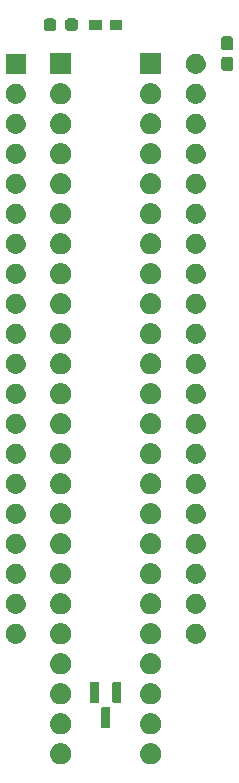
<source format=gbr>
G04 #@! TF.GenerationSoftware,KiCad,Pcbnew,8.0.4+dfsg-1*
G04 #@! TF.CreationDate,2024-12-10T10:13:41+09:00*
G04 #@! TF.ProjectId,bionic-ins8070,62696f6e-6963-42d6-996e-73383037302e,6*
G04 #@! TF.SameCoordinates,Original*
G04 #@! TF.FileFunction,Soldermask,Top*
G04 #@! TF.FilePolarity,Negative*
%FSLAX46Y46*%
G04 Gerber Fmt 4.6, Leading zero omitted, Abs format (unit mm)*
G04 Created by KiCad (PCBNEW 8.0.4+dfsg-1) date 2024-12-10 10:13:41*
%MOMM*%
%LPD*%
G01*
G04 APERTURE LIST*
G04 APERTURE END LIST*
G36*
X109933983Y-132603936D02*
G01*
X109984180Y-132603936D01*
X110027524Y-132613149D01*
X110065659Y-132616905D01*
X110113566Y-132631437D01*
X110168424Y-132643098D01*
X110203530Y-132658728D01*
X110234566Y-132668143D01*
X110283884Y-132694504D01*
X110340500Y-132719711D01*
X110366822Y-132738835D01*
X110390232Y-132751348D01*
X110437988Y-132790540D01*
X110492887Y-132830427D01*
X110510711Y-132850223D01*
X110526675Y-132863324D01*
X110569572Y-132915594D01*
X110618924Y-132970405D01*
X110629292Y-132988363D01*
X110638651Y-132999767D01*
X110673273Y-133064542D01*
X110713104Y-133133530D01*
X110717685Y-133147630D01*
X110721856Y-133155433D01*
X110744852Y-133231242D01*
X110771311Y-133312672D01*
X110772242Y-133321532D01*
X110773094Y-133324340D01*
X110781384Y-133408513D01*
X110791000Y-133500000D01*
X110781383Y-133591494D01*
X110773094Y-133675659D01*
X110772242Y-133678466D01*
X110771311Y-133687328D01*
X110744848Y-133768771D01*
X110721856Y-133844566D01*
X110717686Y-133852366D01*
X110713104Y-133866470D01*
X110673266Y-133935470D01*
X110638651Y-134000232D01*
X110629294Y-134011633D01*
X110618924Y-134029595D01*
X110569563Y-134084415D01*
X110526675Y-134136675D01*
X110510714Y-134149773D01*
X110492887Y-134169573D01*
X110437977Y-134209467D01*
X110390232Y-134248651D01*
X110366827Y-134261161D01*
X110340500Y-134280289D01*
X110283873Y-134305500D01*
X110234566Y-134331856D01*
X110203537Y-134341268D01*
X110168424Y-134356902D01*
X110113555Y-134368564D01*
X110065659Y-134383094D01*
X110027532Y-134386849D01*
X109984180Y-134396064D01*
X109933973Y-134396064D01*
X109890000Y-134400395D01*
X109846027Y-134396064D01*
X109795820Y-134396064D01*
X109752467Y-134386849D01*
X109714340Y-134383094D01*
X109666441Y-134368563D01*
X109611576Y-134356902D01*
X109576464Y-134341269D01*
X109545433Y-134331856D01*
X109496120Y-134305498D01*
X109439500Y-134280289D01*
X109413175Y-134261163D01*
X109389767Y-134248651D01*
X109342013Y-134209460D01*
X109287113Y-134169573D01*
X109269287Y-134149776D01*
X109253324Y-134136675D01*
X109210425Y-134084402D01*
X109161076Y-134029595D01*
X109150708Y-134011637D01*
X109141348Y-134000232D01*
X109106719Y-133935447D01*
X109066896Y-133866470D01*
X109062315Y-133852371D01*
X109058143Y-133844566D01*
X109035136Y-133768725D01*
X109008689Y-133687328D01*
X109007758Y-133678471D01*
X109006905Y-133675659D01*
X108998600Y-133591342D01*
X108989000Y-133500000D01*
X108998599Y-133408664D01*
X109006905Y-133324340D01*
X109007758Y-133321527D01*
X109008689Y-133312672D01*
X109035132Y-133231288D01*
X109058143Y-133155433D01*
X109062315Y-133147626D01*
X109066896Y-133133530D01*
X109106712Y-133064565D01*
X109141348Y-132999767D01*
X109150710Y-132988359D01*
X109161076Y-132970405D01*
X109210416Y-132915607D01*
X109253324Y-132863324D01*
X109269291Y-132850219D01*
X109287113Y-132830427D01*
X109342002Y-132790546D01*
X109389767Y-132751348D01*
X109413180Y-132738833D01*
X109439500Y-132719711D01*
X109496109Y-132694506D01*
X109545433Y-132668143D01*
X109576471Y-132658727D01*
X109611576Y-132643098D01*
X109666430Y-132631438D01*
X109714340Y-132616905D01*
X109752476Y-132613148D01*
X109795820Y-132603936D01*
X109846016Y-132603936D01*
X109890000Y-132599604D01*
X109933983Y-132603936D01*
G37*
G36*
X117553983Y-132603936D02*
G01*
X117604180Y-132603936D01*
X117647524Y-132613149D01*
X117685659Y-132616905D01*
X117733566Y-132631437D01*
X117788424Y-132643098D01*
X117823530Y-132658728D01*
X117854566Y-132668143D01*
X117903884Y-132694504D01*
X117960500Y-132719711D01*
X117986822Y-132738835D01*
X118010232Y-132751348D01*
X118057988Y-132790540D01*
X118112887Y-132830427D01*
X118130711Y-132850223D01*
X118146675Y-132863324D01*
X118189572Y-132915594D01*
X118238924Y-132970405D01*
X118249292Y-132988363D01*
X118258651Y-132999767D01*
X118293273Y-133064542D01*
X118333104Y-133133530D01*
X118337685Y-133147630D01*
X118341856Y-133155433D01*
X118364852Y-133231242D01*
X118391311Y-133312672D01*
X118392242Y-133321532D01*
X118393094Y-133324340D01*
X118401384Y-133408513D01*
X118411000Y-133500000D01*
X118401383Y-133591494D01*
X118393094Y-133675659D01*
X118392242Y-133678466D01*
X118391311Y-133687328D01*
X118364848Y-133768771D01*
X118341856Y-133844566D01*
X118337686Y-133852366D01*
X118333104Y-133866470D01*
X118293266Y-133935470D01*
X118258651Y-134000232D01*
X118249294Y-134011633D01*
X118238924Y-134029595D01*
X118189563Y-134084415D01*
X118146675Y-134136675D01*
X118130714Y-134149773D01*
X118112887Y-134169573D01*
X118057977Y-134209467D01*
X118010232Y-134248651D01*
X117986827Y-134261161D01*
X117960500Y-134280289D01*
X117903873Y-134305500D01*
X117854566Y-134331856D01*
X117823537Y-134341268D01*
X117788424Y-134356902D01*
X117733555Y-134368564D01*
X117685659Y-134383094D01*
X117647532Y-134386849D01*
X117604180Y-134396064D01*
X117553973Y-134396064D01*
X117510000Y-134400395D01*
X117466027Y-134396064D01*
X117415820Y-134396064D01*
X117372467Y-134386849D01*
X117334340Y-134383094D01*
X117286441Y-134368563D01*
X117231576Y-134356902D01*
X117196464Y-134341269D01*
X117165433Y-134331856D01*
X117116120Y-134305498D01*
X117059500Y-134280289D01*
X117033175Y-134261163D01*
X117009767Y-134248651D01*
X116962013Y-134209460D01*
X116907113Y-134169573D01*
X116889287Y-134149776D01*
X116873324Y-134136675D01*
X116830425Y-134084402D01*
X116781076Y-134029595D01*
X116770708Y-134011637D01*
X116761348Y-134000232D01*
X116726719Y-133935447D01*
X116686896Y-133866470D01*
X116682315Y-133852371D01*
X116678143Y-133844566D01*
X116655136Y-133768725D01*
X116628689Y-133687328D01*
X116627758Y-133678471D01*
X116626905Y-133675659D01*
X116618600Y-133591342D01*
X116609000Y-133500000D01*
X116618599Y-133408664D01*
X116626905Y-133324340D01*
X116627758Y-133321527D01*
X116628689Y-133312672D01*
X116655132Y-133231288D01*
X116678143Y-133155433D01*
X116682315Y-133147626D01*
X116686896Y-133133530D01*
X116726712Y-133064565D01*
X116761348Y-132999767D01*
X116770710Y-132988359D01*
X116781076Y-132970405D01*
X116830416Y-132915607D01*
X116873324Y-132863324D01*
X116889291Y-132850219D01*
X116907113Y-132830427D01*
X116962002Y-132790546D01*
X117009767Y-132751348D01*
X117033180Y-132738833D01*
X117059500Y-132719711D01*
X117116109Y-132694506D01*
X117165433Y-132668143D01*
X117196471Y-132658727D01*
X117231576Y-132643098D01*
X117286430Y-132631438D01*
X117334340Y-132616905D01*
X117372476Y-132613148D01*
X117415820Y-132603936D01*
X117466016Y-132603936D01*
X117510000Y-132599604D01*
X117553983Y-132603936D01*
G37*
G36*
X109933983Y-130063936D02*
G01*
X109984180Y-130063936D01*
X110027524Y-130073149D01*
X110065659Y-130076905D01*
X110113566Y-130091437D01*
X110168424Y-130103098D01*
X110203530Y-130118728D01*
X110234566Y-130128143D01*
X110283884Y-130154504D01*
X110340500Y-130179711D01*
X110366822Y-130198835D01*
X110390232Y-130211348D01*
X110437988Y-130250540D01*
X110492887Y-130290427D01*
X110510711Y-130310223D01*
X110526675Y-130323324D01*
X110569572Y-130375594D01*
X110618924Y-130430405D01*
X110629292Y-130448363D01*
X110638651Y-130459767D01*
X110673273Y-130524542D01*
X110713104Y-130593530D01*
X110717685Y-130607630D01*
X110721856Y-130615433D01*
X110744852Y-130691242D01*
X110771311Y-130772672D01*
X110772242Y-130781532D01*
X110773094Y-130784340D01*
X110781384Y-130868513D01*
X110791000Y-130960000D01*
X110781383Y-131051494D01*
X110773094Y-131135659D01*
X110772242Y-131138466D01*
X110771311Y-131147328D01*
X110744848Y-131228771D01*
X110721856Y-131304566D01*
X110717686Y-131312366D01*
X110713104Y-131326470D01*
X110673266Y-131395470D01*
X110638651Y-131460232D01*
X110629294Y-131471633D01*
X110618924Y-131489595D01*
X110569563Y-131544415D01*
X110526675Y-131596675D01*
X110510714Y-131609773D01*
X110492887Y-131629573D01*
X110437977Y-131669467D01*
X110390232Y-131708651D01*
X110366827Y-131721161D01*
X110340500Y-131740289D01*
X110283873Y-131765500D01*
X110234566Y-131791856D01*
X110203537Y-131801268D01*
X110168424Y-131816902D01*
X110113555Y-131828564D01*
X110065659Y-131843094D01*
X110027532Y-131846849D01*
X109984180Y-131856064D01*
X109933973Y-131856064D01*
X109890000Y-131860395D01*
X109846027Y-131856064D01*
X109795820Y-131856064D01*
X109752467Y-131846849D01*
X109714340Y-131843094D01*
X109666441Y-131828563D01*
X109611576Y-131816902D01*
X109576464Y-131801269D01*
X109545433Y-131791856D01*
X109496120Y-131765498D01*
X109439500Y-131740289D01*
X109413175Y-131721163D01*
X109389767Y-131708651D01*
X109342013Y-131669460D01*
X109287113Y-131629573D01*
X109269287Y-131609776D01*
X109253324Y-131596675D01*
X109210425Y-131544402D01*
X109161076Y-131489595D01*
X109150708Y-131471637D01*
X109141348Y-131460232D01*
X109106719Y-131395447D01*
X109066896Y-131326470D01*
X109062315Y-131312371D01*
X109058143Y-131304566D01*
X109035136Y-131228725D01*
X109008689Y-131147328D01*
X109007758Y-131138471D01*
X109006905Y-131135659D01*
X108998600Y-131051342D01*
X108989000Y-130960000D01*
X108998599Y-130868664D01*
X109006905Y-130784340D01*
X109007758Y-130781527D01*
X109008689Y-130772672D01*
X109035132Y-130691288D01*
X109058143Y-130615433D01*
X109062315Y-130607626D01*
X109066896Y-130593530D01*
X109106712Y-130524565D01*
X109141348Y-130459767D01*
X109150710Y-130448359D01*
X109161076Y-130430405D01*
X109210416Y-130375607D01*
X109253324Y-130323324D01*
X109269291Y-130310219D01*
X109287113Y-130290427D01*
X109342002Y-130250546D01*
X109389767Y-130211348D01*
X109413180Y-130198833D01*
X109439500Y-130179711D01*
X109496109Y-130154506D01*
X109545433Y-130128143D01*
X109576471Y-130118727D01*
X109611576Y-130103098D01*
X109666430Y-130091438D01*
X109714340Y-130076905D01*
X109752476Y-130073148D01*
X109795820Y-130063936D01*
X109846016Y-130063936D01*
X109890000Y-130059604D01*
X109933983Y-130063936D01*
G37*
G36*
X117553983Y-130063936D02*
G01*
X117604180Y-130063936D01*
X117647524Y-130073149D01*
X117685659Y-130076905D01*
X117733566Y-130091437D01*
X117788424Y-130103098D01*
X117823530Y-130118728D01*
X117854566Y-130128143D01*
X117903884Y-130154504D01*
X117960500Y-130179711D01*
X117986822Y-130198835D01*
X118010232Y-130211348D01*
X118057988Y-130250540D01*
X118112887Y-130290427D01*
X118130711Y-130310223D01*
X118146675Y-130323324D01*
X118189572Y-130375594D01*
X118238924Y-130430405D01*
X118249292Y-130448363D01*
X118258651Y-130459767D01*
X118293273Y-130524542D01*
X118333104Y-130593530D01*
X118337685Y-130607630D01*
X118341856Y-130615433D01*
X118364852Y-130691242D01*
X118391311Y-130772672D01*
X118392242Y-130781532D01*
X118393094Y-130784340D01*
X118401384Y-130868513D01*
X118411000Y-130960000D01*
X118401383Y-131051494D01*
X118393094Y-131135659D01*
X118392242Y-131138466D01*
X118391311Y-131147328D01*
X118364848Y-131228771D01*
X118341856Y-131304566D01*
X118337686Y-131312366D01*
X118333104Y-131326470D01*
X118293266Y-131395470D01*
X118258651Y-131460232D01*
X118249294Y-131471633D01*
X118238924Y-131489595D01*
X118189563Y-131544415D01*
X118146675Y-131596675D01*
X118130714Y-131609773D01*
X118112887Y-131629573D01*
X118057977Y-131669467D01*
X118010232Y-131708651D01*
X117986827Y-131721161D01*
X117960500Y-131740289D01*
X117903873Y-131765500D01*
X117854566Y-131791856D01*
X117823537Y-131801268D01*
X117788424Y-131816902D01*
X117733555Y-131828564D01*
X117685659Y-131843094D01*
X117647532Y-131846849D01*
X117604180Y-131856064D01*
X117553973Y-131856064D01*
X117510000Y-131860395D01*
X117466027Y-131856064D01*
X117415820Y-131856064D01*
X117372467Y-131846849D01*
X117334340Y-131843094D01*
X117286441Y-131828563D01*
X117231576Y-131816902D01*
X117196464Y-131801269D01*
X117165433Y-131791856D01*
X117116120Y-131765498D01*
X117059500Y-131740289D01*
X117033175Y-131721163D01*
X117009767Y-131708651D01*
X116962013Y-131669460D01*
X116907113Y-131629573D01*
X116889287Y-131609776D01*
X116873324Y-131596675D01*
X116830425Y-131544402D01*
X116781076Y-131489595D01*
X116770708Y-131471637D01*
X116761348Y-131460232D01*
X116726719Y-131395447D01*
X116686896Y-131326470D01*
X116682315Y-131312371D01*
X116678143Y-131304566D01*
X116655136Y-131228725D01*
X116628689Y-131147328D01*
X116627758Y-131138471D01*
X116626905Y-131135659D01*
X116618600Y-131051342D01*
X116609000Y-130960000D01*
X116618599Y-130868664D01*
X116626905Y-130784340D01*
X116627758Y-130781527D01*
X116628689Y-130772672D01*
X116655132Y-130691288D01*
X116678143Y-130615433D01*
X116682315Y-130607626D01*
X116686896Y-130593530D01*
X116726712Y-130524565D01*
X116761348Y-130459767D01*
X116770710Y-130448359D01*
X116781076Y-130430405D01*
X116830416Y-130375607D01*
X116873324Y-130323324D01*
X116889291Y-130310219D01*
X116907113Y-130290427D01*
X116962002Y-130250546D01*
X117009767Y-130211348D01*
X117033180Y-130198833D01*
X117059500Y-130179711D01*
X117116109Y-130154506D01*
X117165433Y-130128143D01*
X117196471Y-130118727D01*
X117231576Y-130103098D01*
X117286430Y-130091438D01*
X117334340Y-130076905D01*
X117372476Y-130073148D01*
X117415820Y-130063936D01*
X117466016Y-130063936D01*
X117510000Y-130059604D01*
X117553983Y-130063936D01*
G37*
G36*
X114049717Y-129590482D02*
G01*
X114066262Y-129601538D01*
X114077318Y-129618083D01*
X114081200Y-129637600D01*
X114081200Y-131263200D01*
X114077318Y-131282717D01*
X114066262Y-131299262D01*
X114049717Y-131310318D01*
X114030200Y-131314200D01*
X113369800Y-131314200D01*
X113350283Y-131310318D01*
X113333738Y-131299262D01*
X113322682Y-131282717D01*
X113318800Y-131263200D01*
X113318800Y-129637600D01*
X113322682Y-129618083D01*
X113333738Y-129601538D01*
X113350283Y-129590482D01*
X113369800Y-129586600D01*
X114030200Y-129586600D01*
X114049717Y-129590482D01*
G37*
G36*
X109933983Y-127523936D02*
G01*
X109984180Y-127523936D01*
X110027524Y-127533149D01*
X110065659Y-127536905D01*
X110113566Y-127551437D01*
X110168424Y-127563098D01*
X110203530Y-127578728D01*
X110234566Y-127588143D01*
X110283884Y-127614504D01*
X110340500Y-127639711D01*
X110366822Y-127658835D01*
X110390232Y-127671348D01*
X110437988Y-127710540D01*
X110492887Y-127750427D01*
X110510711Y-127770223D01*
X110526675Y-127783324D01*
X110569572Y-127835594D01*
X110618924Y-127890405D01*
X110629292Y-127908363D01*
X110638651Y-127919767D01*
X110673273Y-127984542D01*
X110713104Y-128053530D01*
X110717685Y-128067630D01*
X110721856Y-128075433D01*
X110744852Y-128151242D01*
X110771311Y-128232672D01*
X110772242Y-128241532D01*
X110773094Y-128244340D01*
X110781384Y-128328513D01*
X110791000Y-128420000D01*
X110781383Y-128511494D01*
X110773094Y-128595659D01*
X110772242Y-128598466D01*
X110771311Y-128607328D01*
X110744848Y-128688771D01*
X110721856Y-128764566D01*
X110717686Y-128772366D01*
X110713104Y-128786470D01*
X110673266Y-128855470D01*
X110638651Y-128920232D01*
X110629294Y-128931633D01*
X110618924Y-128949595D01*
X110569563Y-129004415D01*
X110526675Y-129056675D01*
X110510714Y-129069773D01*
X110492887Y-129089573D01*
X110437977Y-129129467D01*
X110390232Y-129168651D01*
X110366827Y-129181161D01*
X110340500Y-129200289D01*
X110283873Y-129225500D01*
X110234566Y-129251856D01*
X110203537Y-129261268D01*
X110168424Y-129276902D01*
X110113555Y-129288564D01*
X110065659Y-129303094D01*
X110027532Y-129306849D01*
X109984180Y-129316064D01*
X109933973Y-129316064D01*
X109890000Y-129320395D01*
X109846027Y-129316064D01*
X109795820Y-129316064D01*
X109752467Y-129306849D01*
X109714340Y-129303094D01*
X109666441Y-129288563D01*
X109611576Y-129276902D01*
X109576464Y-129261269D01*
X109545433Y-129251856D01*
X109496120Y-129225498D01*
X109439500Y-129200289D01*
X109413175Y-129181163D01*
X109389767Y-129168651D01*
X109342013Y-129129460D01*
X109287113Y-129089573D01*
X109269287Y-129069776D01*
X109253324Y-129056675D01*
X109210425Y-129004402D01*
X109161076Y-128949595D01*
X109150708Y-128931637D01*
X109141348Y-128920232D01*
X109106719Y-128855447D01*
X109066896Y-128786470D01*
X109062315Y-128772371D01*
X109058143Y-128764566D01*
X109035136Y-128688725D01*
X109008689Y-128607328D01*
X109007758Y-128598471D01*
X109006905Y-128595659D01*
X108998600Y-128511342D01*
X108989000Y-128420000D01*
X108998599Y-128328664D01*
X109006905Y-128244340D01*
X109007758Y-128241527D01*
X109008689Y-128232672D01*
X109035132Y-128151288D01*
X109058143Y-128075433D01*
X109062315Y-128067626D01*
X109066896Y-128053530D01*
X109106712Y-127984565D01*
X109141348Y-127919767D01*
X109150710Y-127908359D01*
X109161076Y-127890405D01*
X109210416Y-127835607D01*
X109253324Y-127783324D01*
X109269291Y-127770219D01*
X109287113Y-127750427D01*
X109342002Y-127710546D01*
X109389767Y-127671348D01*
X109413180Y-127658833D01*
X109439500Y-127639711D01*
X109496109Y-127614506D01*
X109545433Y-127588143D01*
X109576471Y-127578727D01*
X109611576Y-127563098D01*
X109666430Y-127551438D01*
X109714340Y-127536905D01*
X109752476Y-127533148D01*
X109795820Y-127523936D01*
X109846016Y-127523936D01*
X109890000Y-127519604D01*
X109933983Y-127523936D01*
G37*
G36*
X117553983Y-127523936D02*
G01*
X117604180Y-127523936D01*
X117647524Y-127533149D01*
X117685659Y-127536905D01*
X117733566Y-127551437D01*
X117788424Y-127563098D01*
X117823530Y-127578728D01*
X117854566Y-127588143D01*
X117903884Y-127614504D01*
X117960500Y-127639711D01*
X117986822Y-127658835D01*
X118010232Y-127671348D01*
X118057988Y-127710540D01*
X118112887Y-127750427D01*
X118130711Y-127770223D01*
X118146675Y-127783324D01*
X118189572Y-127835594D01*
X118238924Y-127890405D01*
X118249292Y-127908363D01*
X118258651Y-127919767D01*
X118293273Y-127984542D01*
X118333104Y-128053530D01*
X118337685Y-128067630D01*
X118341856Y-128075433D01*
X118364852Y-128151242D01*
X118391311Y-128232672D01*
X118392242Y-128241532D01*
X118393094Y-128244340D01*
X118401384Y-128328513D01*
X118411000Y-128420000D01*
X118401383Y-128511494D01*
X118393094Y-128595659D01*
X118392242Y-128598466D01*
X118391311Y-128607328D01*
X118364848Y-128688771D01*
X118341856Y-128764566D01*
X118337686Y-128772366D01*
X118333104Y-128786470D01*
X118293266Y-128855470D01*
X118258651Y-128920232D01*
X118249294Y-128931633D01*
X118238924Y-128949595D01*
X118189563Y-129004415D01*
X118146675Y-129056675D01*
X118130714Y-129069773D01*
X118112887Y-129089573D01*
X118057977Y-129129467D01*
X118010232Y-129168651D01*
X117986827Y-129181161D01*
X117960500Y-129200289D01*
X117903873Y-129225500D01*
X117854566Y-129251856D01*
X117823537Y-129261268D01*
X117788424Y-129276902D01*
X117733555Y-129288564D01*
X117685659Y-129303094D01*
X117647532Y-129306849D01*
X117604180Y-129316064D01*
X117553973Y-129316064D01*
X117510000Y-129320395D01*
X117466027Y-129316064D01*
X117415820Y-129316064D01*
X117372467Y-129306849D01*
X117334340Y-129303094D01*
X117286441Y-129288563D01*
X117231576Y-129276902D01*
X117196464Y-129261269D01*
X117165433Y-129251856D01*
X117116120Y-129225498D01*
X117059500Y-129200289D01*
X117033175Y-129181163D01*
X117009767Y-129168651D01*
X116962013Y-129129460D01*
X116907113Y-129089573D01*
X116889287Y-129069776D01*
X116873324Y-129056675D01*
X116830425Y-129004402D01*
X116781076Y-128949595D01*
X116770708Y-128931637D01*
X116761348Y-128920232D01*
X116726719Y-128855447D01*
X116686896Y-128786470D01*
X116682315Y-128772371D01*
X116678143Y-128764566D01*
X116655136Y-128688725D01*
X116628689Y-128607328D01*
X116627758Y-128598471D01*
X116626905Y-128595659D01*
X116618600Y-128511342D01*
X116609000Y-128420000D01*
X116618599Y-128328664D01*
X116626905Y-128244340D01*
X116627758Y-128241527D01*
X116628689Y-128232672D01*
X116655132Y-128151288D01*
X116678143Y-128075433D01*
X116682315Y-128067626D01*
X116686896Y-128053530D01*
X116726712Y-127984565D01*
X116761348Y-127919767D01*
X116770710Y-127908359D01*
X116781076Y-127890405D01*
X116830416Y-127835607D01*
X116873324Y-127783324D01*
X116889291Y-127770219D01*
X116907113Y-127750427D01*
X116962002Y-127710546D01*
X117009767Y-127671348D01*
X117033180Y-127658833D01*
X117059500Y-127639711D01*
X117116109Y-127614506D01*
X117165433Y-127588143D01*
X117196471Y-127578727D01*
X117231576Y-127563098D01*
X117286430Y-127551438D01*
X117334340Y-127536905D01*
X117372476Y-127533148D01*
X117415820Y-127523936D01*
X117466016Y-127523936D01*
X117510000Y-127519604D01*
X117553983Y-127523936D01*
G37*
G36*
X113099716Y-127458482D02*
G01*
X113116261Y-127469538D01*
X113127317Y-127486083D01*
X113131199Y-127505600D01*
X113131199Y-129131200D01*
X113127317Y-129150717D01*
X113116261Y-129167262D01*
X113099716Y-129178318D01*
X113080199Y-129182200D01*
X112419799Y-129182200D01*
X112400282Y-129178318D01*
X112383737Y-129167262D01*
X112372681Y-129150717D01*
X112368799Y-129131200D01*
X112368799Y-127505600D01*
X112372681Y-127486083D01*
X112383737Y-127469538D01*
X112400282Y-127458482D01*
X112419799Y-127454600D01*
X113080199Y-127454600D01*
X113099716Y-127458482D01*
G37*
G36*
X114999718Y-127458482D02*
G01*
X115016263Y-127469538D01*
X115027319Y-127486083D01*
X115031201Y-127505600D01*
X115031201Y-129131200D01*
X115027319Y-129150717D01*
X115016263Y-129167262D01*
X114999718Y-129178318D01*
X114980201Y-129182200D01*
X114319801Y-129182200D01*
X114300284Y-129178318D01*
X114283739Y-129167262D01*
X114272683Y-129150717D01*
X114268801Y-129131200D01*
X114268801Y-127505600D01*
X114272683Y-127486083D01*
X114283739Y-127469538D01*
X114300284Y-127458482D01*
X114319801Y-127454600D01*
X114980201Y-127454600D01*
X114999718Y-127458482D01*
G37*
G36*
X109933983Y-124983936D02*
G01*
X109984180Y-124983936D01*
X110027524Y-124993149D01*
X110065659Y-124996905D01*
X110113566Y-125011437D01*
X110168424Y-125023098D01*
X110203530Y-125038728D01*
X110234566Y-125048143D01*
X110283884Y-125074504D01*
X110340500Y-125099711D01*
X110366822Y-125118835D01*
X110390232Y-125131348D01*
X110437988Y-125170540D01*
X110492887Y-125210427D01*
X110510711Y-125230223D01*
X110526675Y-125243324D01*
X110569572Y-125295594D01*
X110618924Y-125350405D01*
X110629292Y-125368363D01*
X110638651Y-125379767D01*
X110673273Y-125444542D01*
X110713104Y-125513530D01*
X110717685Y-125527630D01*
X110721856Y-125535433D01*
X110744852Y-125611242D01*
X110771311Y-125692672D01*
X110772242Y-125701532D01*
X110773094Y-125704340D01*
X110781384Y-125788513D01*
X110791000Y-125880000D01*
X110781383Y-125971494D01*
X110773094Y-126055659D01*
X110772242Y-126058466D01*
X110771311Y-126067328D01*
X110744848Y-126148771D01*
X110721856Y-126224566D01*
X110717686Y-126232366D01*
X110713104Y-126246470D01*
X110673266Y-126315470D01*
X110638651Y-126380232D01*
X110629294Y-126391633D01*
X110618924Y-126409595D01*
X110569563Y-126464415D01*
X110526675Y-126516675D01*
X110510714Y-126529773D01*
X110492887Y-126549573D01*
X110437977Y-126589467D01*
X110390232Y-126628651D01*
X110366827Y-126641161D01*
X110340500Y-126660289D01*
X110283873Y-126685500D01*
X110234566Y-126711856D01*
X110203537Y-126721268D01*
X110168424Y-126736902D01*
X110113555Y-126748564D01*
X110065659Y-126763094D01*
X110027532Y-126766849D01*
X109984180Y-126776064D01*
X109933973Y-126776064D01*
X109890000Y-126780395D01*
X109846027Y-126776064D01*
X109795820Y-126776064D01*
X109752467Y-126766849D01*
X109714340Y-126763094D01*
X109666441Y-126748563D01*
X109611576Y-126736902D01*
X109576464Y-126721269D01*
X109545433Y-126711856D01*
X109496120Y-126685498D01*
X109439500Y-126660289D01*
X109413175Y-126641163D01*
X109389767Y-126628651D01*
X109342013Y-126589460D01*
X109287113Y-126549573D01*
X109269287Y-126529776D01*
X109253324Y-126516675D01*
X109210425Y-126464402D01*
X109161076Y-126409595D01*
X109150708Y-126391637D01*
X109141348Y-126380232D01*
X109106719Y-126315447D01*
X109066896Y-126246470D01*
X109062315Y-126232371D01*
X109058143Y-126224566D01*
X109035136Y-126148725D01*
X109008689Y-126067328D01*
X109007758Y-126058471D01*
X109006905Y-126055659D01*
X108998600Y-125971342D01*
X108989000Y-125880000D01*
X108998599Y-125788664D01*
X109006905Y-125704340D01*
X109007758Y-125701527D01*
X109008689Y-125692672D01*
X109035132Y-125611288D01*
X109058143Y-125535433D01*
X109062315Y-125527626D01*
X109066896Y-125513530D01*
X109106712Y-125444565D01*
X109141348Y-125379767D01*
X109150710Y-125368359D01*
X109161076Y-125350405D01*
X109210416Y-125295607D01*
X109253324Y-125243324D01*
X109269291Y-125230219D01*
X109287113Y-125210427D01*
X109342002Y-125170546D01*
X109389767Y-125131348D01*
X109413180Y-125118833D01*
X109439500Y-125099711D01*
X109496109Y-125074506D01*
X109545433Y-125048143D01*
X109576471Y-125038727D01*
X109611576Y-125023098D01*
X109666430Y-125011438D01*
X109714340Y-124996905D01*
X109752476Y-124993148D01*
X109795820Y-124983936D01*
X109846016Y-124983936D01*
X109890000Y-124979604D01*
X109933983Y-124983936D01*
G37*
G36*
X117553983Y-124983936D02*
G01*
X117604180Y-124983936D01*
X117647524Y-124993149D01*
X117685659Y-124996905D01*
X117733566Y-125011437D01*
X117788424Y-125023098D01*
X117823530Y-125038728D01*
X117854566Y-125048143D01*
X117903884Y-125074504D01*
X117960500Y-125099711D01*
X117986822Y-125118835D01*
X118010232Y-125131348D01*
X118057988Y-125170540D01*
X118112887Y-125210427D01*
X118130711Y-125230223D01*
X118146675Y-125243324D01*
X118189572Y-125295594D01*
X118238924Y-125350405D01*
X118249292Y-125368363D01*
X118258651Y-125379767D01*
X118293273Y-125444542D01*
X118333104Y-125513530D01*
X118337685Y-125527630D01*
X118341856Y-125535433D01*
X118364852Y-125611242D01*
X118391311Y-125692672D01*
X118392242Y-125701532D01*
X118393094Y-125704340D01*
X118401384Y-125788513D01*
X118411000Y-125880000D01*
X118401383Y-125971494D01*
X118393094Y-126055659D01*
X118392242Y-126058466D01*
X118391311Y-126067328D01*
X118364848Y-126148771D01*
X118341856Y-126224566D01*
X118337686Y-126232366D01*
X118333104Y-126246470D01*
X118293266Y-126315470D01*
X118258651Y-126380232D01*
X118249294Y-126391633D01*
X118238924Y-126409595D01*
X118189563Y-126464415D01*
X118146675Y-126516675D01*
X118130714Y-126529773D01*
X118112887Y-126549573D01*
X118057977Y-126589467D01*
X118010232Y-126628651D01*
X117986827Y-126641161D01*
X117960500Y-126660289D01*
X117903873Y-126685500D01*
X117854566Y-126711856D01*
X117823537Y-126721268D01*
X117788424Y-126736902D01*
X117733555Y-126748564D01*
X117685659Y-126763094D01*
X117647532Y-126766849D01*
X117604180Y-126776064D01*
X117553973Y-126776064D01*
X117510000Y-126780395D01*
X117466027Y-126776064D01*
X117415820Y-126776064D01*
X117372467Y-126766849D01*
X117334340Y-126763094D01*
X117286441Y-126748563D01*
X117231576Y-126736902D01*
X117196464Y-126721269D01*
X117165433Y-126711856D01*
X117116120Y-126685498D01*
X117059500Y-126660289D01*
X117033175Y-126641163D01*
X117009767Y-126628651D01*
X116962013Y-126589460D01*
X116907113Y-126549573D01*
X116889287Y-126529776D01*
X116873324Y-126516675D01*
X116830425Y-126464402D01*
X116781076Y-126409595D01*
X116770708Y-126391637D01*
X116761348Y-126380232D01*
X116726719Y-126315447D01*
X116686896Y-126246470D01*
X116682315Y-126232371D01*
X116678143Y-126224566D01*
X116655136Y-126148725D01*
X116628689Y-126067328D01*
X116627758Y-126058471D01*
X116626905Y-126055659D01*
X116618600Y-125971342D01*
X116609000Y-125880000D01*
X116618599Y-125788664D01*
X116626905Y-125704340D01*
X116627758Y-125701527D01*
X116628689Y-125692672D01*
X116655132Y-125611288D01*
X116678143Y-125535433D01*
X116682315Y-125527626D01*
X116686896Y-125513530D01*
X116726712Y-125444565D01*
X116761348Y-125379767D01*
X116770710Y-125368359D01*
X116781076Y-125350405D01*
X116830416Y-125295607D01*
X116873324Y-125243324D01*
X116889291Y-125230219D01*
X116907113Y-125210427D01*
X116962002Y-125170546D01*
X117009767Y-125131348D01*
X117033180Y-125118833D01*
X117059500Y-125099711D01*
X117116109Y-125074506D01*
X117165433Y-125048143D01*
X117196471Y-125038727D01*
X117231576Y-125023098D01*
X117286430Y-125011438D01*
X117334340Y-124996905D01*
X117372476Y-124993148D01*
X117415820Y-124983936D01*
X117466016Y-124983936D01*
X117510000Y-124979604D01*
X117553983Y-124983936D01*
G37*
G36*
X109933983Y-122443936D02*
G01*
X109984180Y-122443936D01*
X110027524Y-122453149D01*
X110065659Y-122456905D01*
X110113566Y-122471437D01*
X110168424Y-122483098D01*
X110203530Y-122498728D01*
X110234566Y-122508143D01*
X110283884Y-122534504D01*
X110340500Y-122559711D01*
X110366822Y-122578835D01*
X110390232Y-122591348D01*
X110437988Y-122630540D01*
X110492887Y-122670427D01*
X110510711Y-122690223D01*
X110526675Y-122703324D01*
X110569572Y-122755594D01*
X110618924Y-122810405D01*
X110629292Y-122828363D01*
X110638651Y-122839767D01*
X110673273Y-122904542D01*
X110713104Y-122973530D01*
X110717685Y-122987630D01*
X110721856Y-122995433D01*
X110744852Y-123071242D01*
X110771311Y-123152672D01*
X110772242Y-123161532D01*
X110773094Y-123164340D01*
X110781384Y-123248513D01*
X110791000Y-123340000D01*
X110781383Y-123431494D01*
X110773094Y-123515659D01*
X110772242Y-123518466D01*
X110771311Y-123527328D01*
X110744848Y-123608771D01*
X110721856Y-123684566D01*
X110717686Y-123692366D01*
X110713104Y-123706470D01*
X110673266Y-123775470D01*
X110638651Y-123840232D01*
X110629294Y-123851633D01*
X110618924Y-123869595D01*
X110569563Y-123924415D01*
X110526675Y-123976675D01*
X110510714Y-123989773D01*
X110492887Y-124009573D01*
X110437977Y-124049467D01*
X110390232Y-124088651D01*
X110366827Y-124101161D01*
X110340500Y-124120289D01*
X110283873Y-124145500D01*
X110234566Y-124171856D01*
X110203537Y-124181268D01*
X110168424Y-124196902D01*
X110113555Y-124208564D01*
X110065659Y-124223094D01*
X110027532Y-124226849D01*
X109984180Y-124236064D01*
X109933973Y-124236064D01*
X109890000Y-124240395D01*
X109846027Y-124236064D01*
X109795820Y-124236064D01*
X109752467Y-124226849D01*
X109714340Y-124223094D01*
X109666441Y-124208563D01*
X109611576Y-124196902D01*
X109576464Y-124181269D01*
X109545433Y-124171856D01*
X109496120Y-124145498D01*
X109439500Y-124120289D01*
X109413175Y-124101163D01*
X109389767Y-124088651D01*
X109342013Y-124049460D01*
X109287113Y-124009573D01*
X109269287Y-123989776D01*
X109253324Y-123976675D01*
X109210425Y-123924402D01*
X109161076Y-123869595D01*
X109150708Y-123851637D01*
X109141348Y-123840232D01*
X109106719Y-123775447D01*
X109066896Y-123706470D01*
X109062315Y-123692371D01*
X109058143Y-123684566D01*
X109035136Y-123608725D01*
X109008689Y-123527328D01*
X109007758Y-123518471D01*
X109006905Y-123515659D01*
X108998600Y-123431342D01*
X108989000Y-123340000D01*
X108998599Y-123248664D01*
X109006905Y-123164340D01*
X109007758Y-123161527D01*
X109008689Y-123152672D01*
X109035132Y-123071288D01*
X109058143Y-122995433D01*
X109062315Y-122987626D01*
X109066896Y-122973530D01*
X109106712Y-122904565D01*
X109141348Y-122839767D01*
X109150710Y-122828359D01*
X109161076Y-122810405D01*
X109210416Y-122755607D01*
X109253324Y-122703324D01*
X109269291Y-122690219D01*
X109287113Y-122670427D01*
X109342002Y-122630546D01*
X109389767Y-122591348D01*
X109413180Y-122578833D01*
X109439500Y-122559711D01*
X109496109Y-122534506D01*
X109545433Y-122508143D01*
X109576471Y-122498727D01*
X109611576Y-122483098D01*
X109666430Y-122471438D01*
X109714340Y-122456905D01*
X109752476Y-122453148D01*
X109795820Y-122443936D01*
X109846016Y-122443936D01*
X109890000Y-122439604D01*
X109933983Y-122443936D01*
G37*
G36*
X117553983Y-122443936D02*
G01*
X117604180Y-122443936D01*
X117647524Y-122453149D01*
X117685659Y-122456905D01*
X117733566Y-122471437D01*
X117788424Y-122483098D01*
X117823530Y-122498728D01*
X117854566Y-122508143D01*
X117903884Y-122534504D01*
X117960500Y-122559711D01*
X117986822Y-122578835D01*
X118010232Y-122591348D01*
X118057988Y-122630540D01*
X118112887Y-122670427D01*
X118130711Y-122690223D01*
X118146675Y-122703324D01*
X118189572Y-122755594D01*
X118238924Y-122810405D01*
X118249292Y-122828363D01*
X118258651Y-122839767D01*
X118293273Y-122904542D01*
X118333104Y-122973530D01*
X118337685Y-122987630D01*
X118341856Y-122995433D01*
X118364852Y-123071242D01*
X118391311Y-123152672D01*
X118392242Y-123161532D01*
X118393094Y-123164340D01*
X118401384Y-123248513D01*
X118411000Y-123340000D01*
X118401383Y-123431494D01*
X118393094Y-123515659D01*
X118392242Y-123518466D01*
X118391311Y-123527328D01*
X118364848Y-123608771D01*
X118341856Y-123684566D01*
X118337686Y-123692366D01*
X118333104Y-123706470D01*
X118293266Y-123775470D01*
X118258651Y-123840232D01*
X118249294Y-123851633D01*
X118238924Y-123869595D01*
X118189563Y-123924415D01*
X118146675Y-123976675D01*
X118130714Y-123989773D01*
X118112887Y-124009573D01*
X118057977Y-124049467D01*
X118010232Y-124088651D01*
X117986827Y-124101161D01*
X117960500Y-124120289D01*
X117903873Y-124145500D01*
X117854566Y-124171856D01*
X117823537Y-124181268D01*
X117788424Y-124196902D01*
X117733555Y-124208564D01*
X117685659Y-124223094D01*
X117647532Y-124226849D01*
X117604180Y-124236064D01*
X117553973Y-124236064D01*
X117510000Y-124240395D01*
X117466027Y-124236064D01*
X117415820Y-124236064D01*
X117372467Y-124226849D01*
X117334340Y-124223094D01*
X117286441Y-124208563D01*
X117231576Y-124196902D01*
X117196464Y-124181269D01*
X117165433Y-124171856D01*
X117116120Y-124145498D01*
X117059500Y-124120289D01*
X117033175Y-124101163D01*
X117009767Y-124088651D01*
X116962013Y-124049460D01*
X116907113Y-124009573D01*
X116889287Y-123989776D01*
X116873324Y-123976675D01*
X116830425Y-123924402D01*
X116781076Y-123869595D01*
X116770708Y-123851637D01*
X116761348Y-123840232D01*
X116726719Y-123775447D01*
X116686896Y-123706470D01*
X116682315Y-123692371D01*
X116678143Y-123684566D01*
X116655136Y-123608725D01*
X116628689Y-123527328D01*
X116627758Y-123518471D01*
X116626905Y-123515659D01*
X116618600Y-123431342D01*
X116609000Y-123340000D01*
X116618599Y-123248664D01*
X116626905Y-123164340D01*
X116627758Y-123161527D01*
X116628689Y-123152672D01*
X116655132Y-123071288D01*
X116678143Y-122995433D01*
X116682315Y-122987626D01*
X116686896Y-122973530D01*
X116726712Y-122904565D01*
X116761348Y-122839767D01*
X116770710Y-122828359D01*
X116781076Y-122810405D01*
X116830416Y-122755607D01*
X116873324Y-122703324D01*
X116889291Y-122690219D01*
X116907113Y-122670427D01*
X116962002Y-122630546D01*
X117009767Y-122591348D01*
X117033180Y-122578833D01*
X117059500Y-122559711D01*
X117116109Y-122534506D01*
X117165433Y-122508143D01*
X117196471Y-122498727D01*
X117231576Y-122483098D01*
X117286430Y-122471438D01*
X117334340Y-122456905D01*
X117372476Y-122453148D01*
X117415820Y-122443936D01*
X117466016Y-122443936D01*
X117510000Y-122439604D01*
X117553983Y-122443936D01*
G37*
G36*
X106121199Y-122493662D02*
G01*
X106168954Y-122493662D01*
X106210194Y-122502427D01*
X106245901Y-122505945D01*
X106290759Y-122519552D01*
X106342973Y-122530651D01*
X106376384Y-122545526D01*
X106405435Y-122554339D01*
X106451602Y-122579015D01*
X106505500Y-122603012D01*
X106530554Y-122621215D01*
X106552453Y-122632920D01*
X106597128Y-122669584D01*
X106649430Y-122707584D01*
X106666411Y-122726443D01*
X106681320Y-122738679D01*
X106721387Y-122787501D01*
X106768473Y-122839795D01*
X106778364Y-122856927D01*
X106787079Y-122867546D01*
X106819306Y-122927840D01*
X106857427Y-122993867D01*
X106861813Y-123007368D01*
X106865660Y-123014564D01*
X106886861Y-123084455D01*
X106912404Y-123163067D01*
X106913303Y-123171623D01*
X106914054Y-123174098D01*
X106921371Y-123248389D01*
X106931000Y-123340000D01*
X106921370Y-123431619D01*
X106914054Y-123505901D01*
X106913303Y-123508375D01*
X106912404Y-123516933D01*
X106886856Y-123595558D01*
X106865660Y-123665435D01*
X106861814Y-123672629D01*
X106857427Y-123686133D01*
X106819299Y-123752172D01*
X106787079Y-123812453D01*
X106778366Y-123823069D01*
X106768473Y-123840205D01*
X106721378Y-123892509D01*
X106681320Y-123941320D01*
X106666414Y-123953552D01*
X106649430Y-123972416D01*
X106597118Y-124010423D01*
X106552453Y-124047079D01*
X106530559Y-124058780D01*
X106505500Y-124076988D01*
X106451591Y-124100989D01*
X106405435Y-124125660D01*
X106376391Y-124134470D01*
X106342973Y-124149349D01*
X106290748Y-124160449D01*
X106245901Y-124174054D01*
X106210203Y-124177570D01*
X106168954Y-124186338D01*
X106121188Y-124186338D01*
X106080000Y-124190395D01*
X106038811Y-124186338D01*
X105991046Y-124186338D01*
X105949797Y-124177570D01*
X105914098Y-124174054D01*
X105869248Y-124160448D01*
X105817027Y-124149349D01*
X105783610Y-124134471D01*
X105754564Y-124125660D01*
X105708402Y-124100986D01*
X105654500Y-124076988D01*
X105629443Y-124058783D01*
X105607546Y-124047079D01*
X105562873Y-124010416D01*
X105510570Y-123972416D01*
X105493588Y-123953555D01*
X105478679Y-123941320D01*
X105438610Y-123892496D01*
X105391527Y-123840205D01*
X105381636Y-123823073D01*
X105372920Y-123812453D01*
X105340687Y-123752148D01*
X105302573Y-123686133D01*
X105298186Y-123672634D01*
X105294339Y-123665435D01*
X105273128Y-123595512D01*
X105247596Y-123516933D01*
X105246697Y-123508380D01*
X105245945Y-123505901D01*
X105238613Y-123431467D01*
X105229000Y-123340000D01*
X105238612Y-123248540D01*
X105245945Y-123174098D01*
X105246697Y-123171618D01*
X105247596Y-123163067D01*
X105273123Y-123084502D01*
X105294339Y-123014564D01*
X105298187Y-123007363D01*
X105302573Y-122993867D01*
X105340680Y-122927863D01*
X105372920Y-122867546D01*
X105381638Y-122856923D01*
X105391527Y-122839795D01*
X105438601Y-122787513D01*
X105478679Y-122738679D01*
X105493591Y-122726440D01*
X105510570Y-122707584D01*
X105562862Y-122669591D01*
X105607546Y-122632920D01*
X105629448Y-122621213D01*
X105654500Y-122603012D01*
X105708391Y-122579018D01*
X105754564Y-122554339D01*
X105783617Y-122545525D01*
X105817027Y-122530651D01*
X105869237Y-122519553D01*
X105914098Y-122505945D01*
X105949806Y-122502427D01*
X105991046Y-122493662D01*
X106038801Y-122493662D01*
X106080000Y-122489604D01*
X106121199Y-122493662D01*
G37*
G36*
X121361199Y-122493662D02*
G01*
X121408954Y-122493662D01*
X121450194Y-122502427D01*
X121485901Y-122505945D01*
X121530759Y-122519552D01*
X121582973Y-122530651D01*
X121616384Y-122545526D01*
X121645435Y-122554339D01*
X121691602Y-122579015D01*
X121745500Y-122603012D01*
X121770554Y-122621215D01*
X121792453Y-122632920D01*
X121837128Y-122669584D01*
X121889430Y-122707584D01*
X121906411Y-122726443D01*
X121921320Y-122738679D01*
X121961387Y-122787501D01*
X122008473Y-122839795D01*
X122018364Y-122856927D01*
X122027079Y-122867546D01*
X122059306Y-122927840D01*
X122097427Y-122993867D01*
X122101813Y-123007368D01*
X122105660Y-123014564D01*
X122126861Y-123084455D01*
X122152404Y-123163067D01*
X122153303Y-123171623D01*
X122154054Y-123174098D01*
X122161371Y-123248389D01*
X122171000Y-123340000D01*
X122161370Y-123431619D01*
X122154054Y-123505901D01*
X122153303Y-123508375D01*
X122152404Y-123516933D01*
X122126856Y-123595558D01*
X122105660Y-123665435D01*
X122101814Y-123672629D01*
X122097427Y-123686133D01*
X122059299Y-123752172D01*
X122027079Y-123812453D01*
X122018366Y-123823069D01*
X122008473Y-123840205D01*
X121961378Y-123892509D01*
X121921320Y-123941320D01*
X121906414Y-123953552D01*
X121889430Y-123972416D01*
X121837118Y-124010423D01*
X121792453Y-124047079D01*
X121770559Y-124058780D01*
X121745500Y-124076988D01*
X121691591Y-124100989D01*
X121645435Y-124125660D01*
X121616391Y-124134470D01*
X121582973Y-124149349D01*
X121530748Y-124160449D01*
X121485901Y-124174054D01*
X121450203Y-124177570D01*
X121408954Y-124186338D01*
X121361188Y-124186338D01*
X121320000Y-124190395D01*
X121278811Y-124186338D01*
X121231046Y-124186338D01*
X121189797Y-124177570D01*
X121154098Y-124174054D01*
X121109248Y-124160448D01*
X121057027Y-124149349D01*
X121023610Y-124134471D01*
X120994564Y-124125660D01*
X120948402Y-124100986D01*
X120894500Y-124076988D01*
X120869443Y-124058783D01*
X120847546Y-124047079D01*
X120802873Y-124010416D01*
X120750570Y-123972416D01*
X120733588Y-123953555D01*
X120718679Y-123941320D01*
X120678610Y-123892496D01*
X120631527Y-123840205D01*
X120621636Y-123823073D01*
X120612920Y-123812453D01*
X120580687Y-123752148D01*
X120542573Y-123686133D01*
X120538186Y-123672634D01*
X120534339Y-123665435D01*
X120513128Y-123595512D01*
X120487596Y-123516933D01*
X120486697Y-123508380D01*
X120485945Y-123505901D01*
X120478613Y-123431467D01*
X120469000Y-123340000D01*
X120478612Y-123248540D01*
X120485945Y-123174098D01*
X120486697Y-123171618D01*
X120487596Y-123163067D01*
X120513123Y-123084502D01*
X120534339Y-123014564D01*
X120538187Y-123007363D01*
X120542573Y-122993867D01*
X120580680Y-122927863D01*
X120612920Y-122867546D01*
X120621638Y-122856923D01*
X120631527Y-122839795D01*
X120678601Y-122787513D01*
X120718679Y-122738679D01*
X120733591Y-122726440D01*
X120750570Y-122707584D01*
X120802862Y-122669591D01*
X120847546Y-122632920D01*
X120869448Y-122621213D01*
X120894500Y-122603012D01*
X120948391Y-122579018D01*
X120994564Y-122554339D01*
X121023617Y-122545525D01*
X121057027Y-122530651D01*
X121109237Y-122519553D01*
X121154098Y-122505945D01*
X121189806Y-122502427D01*
X121231046Y-122493662D01*
X121278801Y-122493662D01*
X121320000Y-122489604D01*
X121361199Y-122493662D01*
G37*
G36*
X109933983Y-119903936D02*
G01*
X109984180Y-119903936D01*
X110027524Y-119913149D01*
X110065659Y-119916905D01*
X110113566Y-119931437D01*
X110168424Y-119943098D01*
X110203530Y-119958728D01*
X110234566Y-119968143D01*
X110283884Y-119994504D01*
X110340500Y-120019711D01*
X110366822Y-120038835D01*
X110390232Y-120051348D01*
X110437988Y-120090540D01*
X110492887Y-120130427D01*
X110510711Y-120150223D01*
X110526675Y-120163324D01*
X110569572Y-120215594D01*
X110618924Y-120270405D01*
X110629292Y-120288363D01*
X110638651Y-120299767D01*
X110673273Y-120364542D01*
X110713104Y-120433530D01*
X110717685Y-120447630D01*
X110721856Y-120455433D01*
X110744852Y-120531242D01*
X110771311Y-120612672D01*
X110772242Y-120621532D01*
X110773094Y-120624340D01*
X110781384Y-120708513D01*
X110791000Y-120800000D01*
X110781383Y-120891494D01*
X110773094Y-120975659D01*
X110772242Y-120978466D01*
X110771311Y-120987328D01*
X110744848Y-121068771D01*
X110721856Y-121144566D01*
X110717686Y-121152366D01*
X110713104Y-121166470D01*
X110673266Y-121235470D01*
X110638651Y-121300232D01*
X110629294Y-121311633D01*
X110618924Y-121329595D01*
X110569563Y-121384415D01*
X110526675Y-121436675D01*
X110510714Y-121449773D01*
X110492887Y-121469573D01*
X110437977Y-121509467D01*
X110390232Y-121548651D01*
X110366827Y-121561161D01*
X110340500Y-121580289D01*
X110283873Y-121605500D01*
X110234566Y-121631856D01*
X110203537Y-121641268D01*
X110168424Y-121656902D01*
X110113555Y-121668564D01*
X110065659Y-121683094D01*
X110027532Y-121686849D01*
X109984180Y-121696064D01*
X109933973Y-121696064D01*
X109890000Y-121700395D01*
X109846027Y-121696064D01*
X109795820Y-121696064D01*
X109752467Y-121686849D01*
X109714340Y-121683094D01*
X109666441Y-121668563D01*
X109611576Y-121656902D01*
X109576464Y-121641269D01*
X109545433Y-121631856D01*
X109496120Y-121605498D01*
X109439500Y-121580289D01*
X109413175Y-121561163D01*
X109389767Y-121548651D01*
X109342013Y-121509460D01*
X109287113Y-121469573D01*
X109269287Y-121449776D01*
X109253324Y-121436675D01*
X109210425Y-121384402D01*
X109161076Y-121329595D01*
X109150708Y-121311637D01*
X109141348Y-121300232D01*
X109106719Y-121235447D01*
X109066896Y-121166470D01*
X109062315Y-121152371D01*
X109058143Y-121144566D01*
X109035136Y-121068725D01*
X109008689Y-120987328D01*
X109007758Y-120978471D01*
X109006905Y-120975659D01*
X108998600Y-120891342D01*
X108989000Y-120800000D01*
X108998599Y-120708664D01*
X109006905Y-120624340D01*
X109007758Y-120621527D01*
X109008689Y-120612672D01*
X109035132Y-120531288D01*
X109058143Y-120455433D01*
X109062315Y-120447626D01*
X109066896Y-120433530D01*
X109106712Y-120364565D01*
X109141348Y-120299767D01*
X109150710Y-120288359D01*
X109161076Y-120270405D01*
X109210416Y-120215607D01*
X109253324Y-120163324D01*
X109269291Y-120150219D01*
X109287113Y-120130427D01*
X109342002Y-120090546D01*
X109389767Y-120051348D01*
X109413180Y-120038833D01*
X109439500Y-120019711D01*
X109496109Y-119994506D01*
X109545433Y-119968143D01*
X109576471Y-119958727D01*
X109611576Y-119943098D01*
X109666430Y-119931438D01*
X109714340Y-119916905D01*
X109752476Y-119913148D01*
X109795820Y-119903936D01*
X109846016Y-119903936D01*
X109890000Y-119899604D01*
X109933983Y-119903936D01*
G37*
G36*
X117553983Y-119903936D02*
G01*
X117604180Y-119903936D01*
X117647524Y-119913149D01*
X117685659Y-119916905D01*
X117733566Y-119931437D01*
X117788424Y-119943098D01*
X117823530Y-119958728D01*
X117854566Y-119968143D01*
X117903884Y-119994504D01*
X117960500Y-120019711D01*
X117986822Y-120038835D01*
X118010232Y-120051348D01*
X118057988Y-120090540D01*
X118112887Y-120130427D01*
X118130711Y-120150223D01*
X118146675Y-120163324D01*
X118189572Y-120215594D01*
X118238924Y-120270405D01*
X118249292Y-120288363D01*
X118258651Y-120299767D01*
X118293273Y-120364542D01*
X118333104Y-120433530D01*
X118337685Y-120447630D01*
X118341856Y-120455433D01*
X118364852Y-120531242D01*
X118391311Y-120612672D01*
X118392242Y-120621532D01*
X118393094Y-120624340D01*
X118401384Y-120708513D01*
X118411000Y-120800000D01*
X118401383Y-120891494D01*
X118393094Y-120975659D01*
X118392242Y-120978466D01*
X118391311Y-120987328D01*
X118364848Y-121068771D01*
X118341856Y-121144566D01*
X118337686Y-121152366D01*
X118333104Y-121166470D01*
X118293266Y-121235470D01*
X118258651Y-121300232D01*
X118249294Y-121311633D01*
X118238924Y-121329595D01*
X118189563Y-121384415D01*
X118146675Y-121436675D01*
X118130714Y-121449773D01*
X118112887Y-121469573D01*
X118057977Y-121509467D01*
X118010232Y-121548651D01*
X117986827Y-121561161D01*
X117960500Y-121580289D01*
X117903873Y-121605500D01*
X117854566Y-121631856D01*
X117823537Y-121641268D01*
X117788424Y-121656902D01*
X117733555Y-121668564D01*
X117685659Y-121683094D01*
X117647532Y-121686849D01*
X117604180Y-121696064D01*
X117553973Y-121696064D01*
X117510000Y-121700395D01*
X117466027Y-121696064D01*
X117415820Y-121696064D01*
X117372467Y-121686849D01*
X117334340Y-121683094D01*
X117286441Y-121668563D01*
X117231576Y-121656902D01*
X117196464Y-121641269D01*
X117165433Y-121631856D01*
X117116120Y-121605498D01*
X117059500Y-121580289D01*
X117033175Y-121561163D01*
X117009767Y-121548651D01*
X116962013Y-121509460D01*
X116907113Y-121469573D01*
X116889287Y-121449776D01*
X116873324Y-121436675D01*
X116830425Y-121384402D01*
X116781076Y-121329595D01*
X116770708Y-121311637D01*
X116761348Y-121300232D01*
X116726719Y-121235447D01*
X116686896Y-121166470D01*
X116682315Y-121152371D01*
X116678143Y-121144566D01*
X116655136Y-121068725D01*
X116628689Y-120987328D01*
X116627758Y-120978471D01*
X116626905Y-120975659D01*
X116618600Y-120891342D01*
X116609000Y-120800000D01*
X116618599Y-120708664D01*
X116626905Y-120624340D01*
X116627758Y-120621527D01*
X116628689Y-120612672D01*
X116655132Y-120531288D01*
X116678143Y-120455433D01*
X116682315Y-120447626D01*
X116686896Y-120433530D01*
X116726712Y-120364565D01*
X116761348Y-120299767D01*
X116770710Y-120288359D01*
X116781076Y-120270405D01*
X116830416Y-120215607D01*
X116873324Y-120163324D01*
X116889291Y-120150219D01*
X116907113Y-120130427D01*
X116962002Y-120090546D01*
X117009767Y-120051348D01*
X117033180Y-120038833D01*
X117059500Y-120019711D01*
X117116109Y-119994506D01*
X117165433Y-119968143D01*
X117196471Y-119958727D01*
X117231576Y-119943098D01*
X117286430Y-119931438D01*
X117334340Y-119916905D01*
X117372476Y-119913148D01*
X117415820Y-119903936D01*
X117466016Y-119903936D01*
X117510000Y-119899604D01*
X117553983Y-119903936D01*
G37*
G36*
X106121199Y-119953662D02*
G01*
X106168954Y-119953662D01*
X106210194Y-119962427D01*
X106245901Y-119965945D01*
X106290759Y-119979552D01*
X106342973Y-119990651D01*
X106376384Y-120005526D01*
X106405435Y-120014339D01*
X106451602Y-120039015D01*
X106505500Y-120063012D01*
X106530554Y-120081215D01*
X106552453Y-120092920D01*
X106597128Y-120129584D01*
X106649430Y-120167584D01*
X106666411Y-120186443D01*
X106681320Y-120198679D01*
X106721387Y-120247501D01*
X106768473Y-120299795D01*
X106778364Y-120316927D01*
X106787079Y-120327546D01*
X106819306Y-120387840D01*
X106857427Y-120453867D01*
X106861813Y-120467368D01*
X106865660Y-120474564D01*
X106886861Y-120544455D01*
X106912404Y-120623067D01*
X106913303Y-120631623D01*
X106914054Y-120634098D01*
X106921371Y-120708389D01*
X106931000Y-120800000D01*
X106921370Y-120891619D01*
X106914054Y-120965901D01*
X106913303Y-120968375D01*
X106912404Y-120976933D01*
X106886856Y-121055558D01*
X106865660Y-121125435D01*
X106861814Y-121132629D01*
X106857427Y-121146133D01*
X106819299Y-121212172D01*
X106787079Y-121272453D01*
X106778366Y-121283069D01*
X106768473Y-121300205D01*
X106721378Y-121352509D01*
X106681320Y-121401320D01*
X106666414Y-121413552D01*
X106649430Y-121432416D01*
X106597118Y-121470423D01*
X106552453Y-121507079D01*
X106530559Y-121518780D01*
X106505500Y-121536988D01*
X106451591Y-121560989D01*
X106405435Y-121585660D01*
X106376391Y-121594470D01*
X106342973Y-121609349D01*
X106290748Y-121620449D01*
X106245901Y-121634054D01*
X106210203Y-121637570D01*
X106168954Y-121646338D01*
X106121188Y-121646338D01*
X106080000Y-121650395D01*
X106038811Y-121646338D01*
X105991046Y-121646338D01*
X105949797Y-121637570D01*
X105914098Y-121634054D01*
X105869248Y-121620448D01*
X105817027Y-121609349D01*
X105783610Y-121594471D01*
X105754564Y-121585660D01*
X105708402Y-121560986D01*
X105654500Y-121536988D01*
X105629443Y-121518783D01*
X105607546Y-121507079D01*
X105562873Y-121470416D01*
X105510570Y-121432416D01*
X105493588Y-121413555D01*
X105478679Y-121401320D01*
X105438610Y-121352496D01*
X105391527Y-121300205D01*
X105381636Y-121283073D01*
X105372920Y-121272453D01*
X105340687Y-121212148D01*
X105302573Y-121146133D01*
X105298186Y-121132634D01*
X105294339Y-121125435D01*
X105273128Y-121055512D01*
X105247596Y-120976933D01*
X105246697Y-120968380D01*
X105245945Y-120965901D01*
X105238613Y-120891467D01*
X105229000Y-120800000D01*
X105238612Y-120708540D01*
X105245945Y-120634098D01*
X105246697Y-120631618D01*
X105247596Y-120623067D01*
X105273123Y-120544502D01*
X105294339Y-120474564D01*
X105298187Y-120467363D01*
X105302573Y-120453867D01*
X105340680Y-120387863D01*
X105372920Y-120327546D01*
X105381638Y-120316923D01*
X105391527Y-120299795D01*
X105438601Y-120247513D01*
X105478679Y-120198679D01*
X105493591Y-120186440D01*
X105510570Y-120167584D01*
X105562862Y-120129591D01*
X105607546Y-120092920D01*
X105629448Y-120081213D01*
X105654500Y-120063012D01*
X105708391Y-120039018D01*
X105754564Y-120014339D01*
X105783617Y-120005525D01*
X105817027Y-119990651D01*
X105869237Y-119979553D01*
X105914098Y-119965945D01*
X105949806Y-119962427D01*
X105991046Y-119953662D01*
X106038801Y-119953662D01*
X106080000Y-119949604D01*
X106121199Y-119953662D01*
G37*
G36*
X121361199Y-119953662D02*
G01*
X121408954Y-119953662D01*
X121450194Y-119962427D01*
X121485901Y-119965945D01*
X121530759Y-119979552D01*
X121582973Y-119990651D01*
X121616384Y-120005526D01*
X121645435Y-120014339D01*
X121691602Y-120039015D01*
X121745500Y-120063012D01*
X121770554Y-120081215D01*
X121792453Y-120092920D01*
X121837128Y-120129584D01*
X121889430Y-120167584D01*
X121906411Y-120186443D01*
X121921320Y-120198679D01*
X121961387Y-120247501D01*
X122008473Y-120299795D01*
X122018364Y-120316927D01*
X122027079Y-120327546D01*
X122059306Y-120387840D01*
X122097427Y-120453867D01*
X122101813Y-120467368D01*
X122105660Y-120474564D01*
X122126861Y-120544455D01*
X122152404Y-120623067D01*
X122153303Y-120631623D01*
X122154054Y-120634098D01*
X122161371Y-120708389D01*
X122171000Y-120800000D01*
X122161370Y-120891619D01*
X122154054Y-120965901D01*
X122153303Y-120968375D01*
X122152404Y-120976933D01*
X122126856Y-121055558D01*
X122105660Y-121125435D01*
X122101814Y-121132629D01*
X122097427Y-121146133D01*
X122059299Y-121212172D01*
X122027079Y-121272453D01*
X122018366Y-121283069D01*
X122008473Y-121300205D01*
X121961378Y-121352509D01*
X121921320Y-121401320D01*
X121906414Y-121413552D01*
X121889430Y-121432416D01*
X121837118Y-121470423D01*
X121792453Y-121507079D01*
X121770559Y-121518780D01*
X121745500Y-121536988D01*
X121691591Y-121560989D01*
X121645435Y-121585660D01*
X121616391Y-121594470D01*
X121582973Y-121609349D01*
X121530748Y-121620449D01*
X121485901Y-121634054D01*
X121450203Y-121637570D01*
X121408954Y-121646338D01*
X121361188Y-121646338D01*
X121320000Y-121650395D01*
X121278811Y-121646338D01*
X121231046Y-121646338D01*
X121189797Y-121637570D01*
X121154098Y-121634054D01*
X121109248Y-121620448D01*
X121057027Y-121609349D01*
X121023610Y-121594471D01*
X120994564Y-121585660D01*
X120948402Y-121560986D01*
X120894500Y-121536988D01*
X120869443Y-121518783D01*
X120847546Y-121507079D01*
X120802873Y-121470416D01*
X120750570Y-121432416D01*
X120733588Y-121413555D01*
X120718679Y-121401320D01*
X120678610Y-121352496D01*
X120631527Y-121300205D01*
X120621636Y-121283073D01*
X120612920Y-121272453D01*
X120580687Y-121212148D01*
X120542573Y-121146133D01*
X120538186Y-121132634D01*
X120534339Y-121125435D01*
X120513128Y-121055512D01*
X120487596Y-120976933D01*
X120486697Y-120968380D01*
X120485945Y-120965901D01*
X120478613Y-120891467D01*
X120469000Y-120800000D01*
X120478612Y-120708540D01*
X120485945Y-120634098D01*
X120486697Y-120631618D01*
X120487596Y-120623067D01*
X120513123Y-120544502D01*
X120534339Y-120474564D01*
X120538187Y-120467363D01*
X120542573Y-120453867D01*
X120580680Y-120387863D01*
X120612920Y-120327546D01*
X120621638Y-120316923D01*
X120631527Y-120299795D01*
X120678601Y-120247513D01*
X120718679Y-120198679D01*
X120733591Y-120186440D01*
X120750570Y-120167584D01*
X120802862Y-120129591D01*
X120847546Y-120092920D01*
X120869448Y-120081213D01*
X120894500Y-120063012D01*
X120948391Y-120039018D01*
X120994564Y-120014339D01*
X121023617Y-120005525D01*
X121057027Y-119990651D01*
X121109237Y-119979553D01*
X121154098Y-119965945D01*
X121189806Y-119962427D01*
X121231046Y-119953662D01*
X121278801Y-119953662D01*
X121320000Y-119949604D01*
X121361199Y-119953662D01*
G37*
G36*
X109933983Y-117363936D02*
G01*
X109984180Y-117363936D01*
X110027524Y-117373149D01*
X110065659Y-117376905D01*
X110113566Y-117391437D01*
X110168424Y-117403098D01*
X110203530Y-117418728D01*
X110234566Y-117428143D01*
X110283884Y-117454504D01*
X110340500Y-117479711D01*
X110366822Y-117498835D01*
X110390232Y-117511348D01*
X110437988Y-117550540D01*
X110492887Y-117590427D01*
X110510711Y-117610223D01*
X110526675Y-117623324D01*
X110569572Y-117675594D01*
X110618924Y-117730405D01*
X110629292Y-117748363D01*
X110638651Y-117759767D01*
X110673273Y-117824542D01*
X110713104Y-117893530D01*
X110717685Y-117907630D01*
X110721856Y-117915433D01*
X110744852Y-117991242D01*
X110771311Y-118072672D01*
X110772242Y-118081532D01*
X110773094Y-118084340D01*
X110781384Y-118168513D01*
X110791000Y-118260000D01*
X110781383Y-118351494D01*
X110773094Y-118435659D01*
X110772242Y-118438466D01*
X110771311Y-118447328D01*
X110744848Y-118528771D01*
X110721856Y-118604566D01*
X110717686Y-118612366D01*
X110713104Y-118626470D01*
X110673266Y-118695470D01*
X110638651Y-118760232D01*
X110629294Y-118771633D01*
X110618924Y-118789595D01*
X110569563Y-118844415D01*
X110526675Y-118896675D01*
X110510714Y-118909773D01*
X110492887Y-118929573D01*
X110437977Y-118969467D01*
X110390232Y-119008651D01*
X110366827Y-119021161D01*
X110340500Y-119040289D01*
X110283873Y-119065500D01*
X110234566Y-119091856D01*
X110203537Y-119101268D01*
X110168424Y-119116902D01*
X110113555Y-119128564D01*
X110065659Y-119143094D01*
X110027532Y-119146849D01*
X109984180Y-119156064D01*
X109933973Y-119156064D01*
X109890000Y-119160395D01*
X109846027Y-119156064D01*
X109795820Y-119156064D01*
X109752467Y-119146849D01*
X109714340Y-119143094D01*
X109666441Y-119128563D01*
X109611576Y-119116902D01*
X109576464Y-119101269D01*
X109545433Y-119091856D01*
X109496120Y-119065498D01*
X109439500Y-119040289D01*
X109413175Y-119021163D01*
X109389767Y-119008651D01*
X109342013Y-118969460D01*
X109287113Y-118929573D01*
X109269287Y-118909776D01*
X109253324Y-118896675D01*
X109210425Y-118844402D01*
X109161076Y-118789595D01*
X109150708Y-118771637D01*
X109141348Y-118760232D01*
X109106719Y-118695447D01*
X109066896Y-118626470D01*
X109062315Y-118612371D01*
X109058143Y-118604566D01*
X109035136Y-118528725D01*
X109008689Y-118447328D01*
X109007758Y-118438471D01*
X109006905Y-118435659D01*
X108998600Y-118351342D01*
X108989000Y-118260000D01*
X108998599Y-118168664D01*
X109006905Y-118084340D01*
X109007758Y-118081527D01*
X109008689Y-118072672D01*
X109035132Y-117991288D01*
X109058143Y-117915433D01*
X109062315Y-117907626D01*
X109066896Y-117893530D01*
X109106712Y-117824565D01*
X109141348Y-117759767D01*
X109150710Y-117748359D01*
X109161076Y-117730405D01*
X109210416Y-117675607D01*
X109253324Y-117623324D01*
X109269291Y-117610219D01*
X109287113Y-117590427D01*
X109342002Y-117550546D01*
X109389767Y-117511348D01*
X109413180Y-117498833D01*
X109439500Y-117479711D01*
X109496109Y-117454506D01*
X109545433Y-117428143D01*
X109576471Y-117418727D01*
X109611576Y-117403098D01*
X109666430Y-117391438D01*
X109714340Y-117376905D01*
X109752476Y-117373148D01*
X109795820Y-117363936D01*
X109846016Y-117363936D01*
X109890000Y-117359604D01*
X109933983Y-117363936D01*
G37*
G36*
X117553983Y-117363936D02*
G01*
X117604180Y-117363936D01*
X117647524Y-117373149D01*
X117685659Y-117376905D01*
X117733566Y-117391437D01*
X117788424Y-117403098D01*
X117823530Y-117418728D01*
X117854566Y-117428143D01*
X117903884Y-117454504D01*
X117960500Y-117479711D01*
X117986822Y-117498835D01*
X118010232Y-117511348D01*
X118057988Y-117550540D01*
X118112887Y-117590427D01*
X118130711Y-117610223D01*
X118146675Y-117623324D01*
X118189572Y-117675594D01*
X118238924Y-117730405D01*
X118249292Y-117748363D01*
X118258651Y-117759767D01*
X118293273Y-117824542D01*
X118333104Y-117893530D01*
X118337685Y-117907630D01*
X118341856Y-117915433D01*
X118364852Y-117991242D01*
X118391311Y-118072672D01*
X118392242Y-118081532D01*
X118393094Y-118084340D01*
X118401384Y-118168513D01*
X118411000Y-118260000D01*
X118401383Y-118351494D01*
X118393094Y-118435659D01*
X118392242Y-118438466D01*
X118391311Y-118447328D01*
X118364848Y-118528771D01*
X118341856Y-118604566D01*
X118337686Y-118612366D01*
X118333104Y-118626470D01*
X118293266Y-118695470D01*
X118258651Y-118760232D01*
X118249294Y-118771633D01*
X118238924Y-118789595D01*
X118189563Y-118844415D01*
X118146675Y-118896675D01*
X118130714Y-118909773D01*
X118112887Y-118929573D01*
X118057977Y-118969467D01*
X118010232Y-119008651D01*
X117986827Y-119021161D01*
X117960500Y-119040289D01*
X117903873Y-119065500D01*
X117854566Y-119091856D01*
X117823537Y-119101268D01*
X117788424Y-119116902D01*
X117733555Y-119128564D01*
X117685659Y-119143094D01*
X117647532Y-119146849D01*
X117604180Y-119156064D01*
X117553973Y-119156064D01*
X117510000Y-119160395D01*
X117466027Y-119156064D01*
X117415820Y-119156064D01*
X117372467Y-119146849D01*
X117334340Y-119143094D01*
X117286441Y-119128563D01*
X117231576Y-119116902D01*
X117196464Y-119101269D01*
X117165433Y-119091856D01*
X117116120Y-119065498D01*
X117059500Y-119040289D01*
X117033175Y-119021163D01*
X117009767Y-119008651D01*
X116962013Y-118969460D01*
X116907113Y-118929573D01*
X116889287Y-118909776D01*
X116873324Y-118896675D01*
X116830425Y-118844402D01*
X116781076Y-118789595D01*
X116770708Y-118771637D01*
X116761348Y-118760232D01*
X116726719Y-118695447D01*
X116686896Y-118626470D01*
X116682315Y-118612371D01*
X116678143Y-118604566D01*
X116655136Y-118528725D01*
X116628689Y-118447328D01*
X116627758Y-118438471D01*
X116626905Y-118435659D01*
X116618600Y-118351342D01*
X116609000Y-118260000D01*
X116618599Y-118168664D01*
X116626905Y-118084340D01*
X116627758Y-118081527D01*
X116628689Y-118072672D01*
X116655132Y-117991288D01*
X116678143Y-117915433D01*
X116682315Y-117907626D01*
X116686896Y-117893530D01*
X116726712Y-117824565D01*
X116761348Y-117759767D01*
X116770710Y-117748359D01*
X116781076Y-117730405D01*
X116830416Y-117675607D01*
X116873324Y-117623324D01*
X116889291Y-117610219D01*
X116907113Y-117590427D01*
X116962002Y-117550546D01*
X117009767Y-117511348D01*
X117033180Y-117498833D01*
X117059500Y-117479711D01*
X117116109Y-117454506D01*
X117165433Y-117428143D01*
X117196471Y-117418727D01*
X117231576Y-117403098D01*
X117286430Y-117391438D01*
X117334340Y-117376905D01*
X117372476Y-117373148D01*
X117415820Y-117363936D01*
X117466016Y-117363936D01*
X117510000Y-117359604D01*
X117553983Y-117363936D01*
G37*
G36*
X106121199Y-117413662D02*
G01*
X106168954Y-117413662D01*
X106210194Y-117422427D01*
X106245901Y-117425945D01*
X106290759Y-117439552D01*
X106342973Y-117450651D01*
X106376384Y-117465526D01*
X106405435Y-117474339D01*
X106451602Y-117499015D01*
X106505500Y-117523012D01*
X106530554Y-117541215D01*
X106552453Y-117552920D01*
X106597128Y-117589584D01*
X106649430Y-117627584D01*
X106666411Y-117646443D01*
X106681320Y-117658679D01*
X106721387Y-117707501D01*
X106768473Y-117759795D01*
X106778364Y-117776927D01*
X106787079Y-117787546D01*
X106819306Y-117847840D01*
X106857427Y-117913867D01*
X106861813Y-117927368D01*
X106865660Y-117934564D01*
X106886861Y-118004455D01*
X106912404Y-118083067D01*
X106913303Y-118091623D01*
X106914054Y-118094098D01*
X106921371Y-118168389D01*
X106931000Y-118260000D01*
X106921370Y-118351619D01*
X106914054Y-118425901D01*
X106913303Y-118428375D01*
X106912404Y-118436933D01*
X106886856Y-118515558D01*
X106865660Y-118585435D01*
X106861814Y-118592629D01*
X106857427Y-118606133D01*
X106819299Y-118672172D01*
X106787079Y-118732453D01*
X106778366Y-118743069D01*
X106768473Y-118760205D01*
X106721378Y-118812509D01*
X106681320Y-118861320D01*
X106666414Y-118873552D01*
X106649430Y-118892416D01*
X106597118Y-118930423D01*
X106552453Y-118967079D01*
X106530559Y-118978780D01*
X106505500Y-118996988D01*
X106451591Y-119020989D01*
X106405435Y-119045660D01*
X106376391Y-119054470D01*
X106342973Y-119069349D01*
X106290748Y-119080449D01*
X106245901Y-119094054D01*
X106210203Y-119097570D01*
X106168954Y-119106338D01*
X106121188Y-119106338D01*
X106080000Y-119110395D01*
X106038811Y-119106338D01*
X105991046Y-119106338D01*
X105949797Y-119097570D01*
X105914098Y-119094054D01*
X105869248Y-119080448D01*
X105817027Y-119069349D01*
X105783610Y-119054471D01*
X105754564Y-119045660D01*
X105708402Y-119020986D01*
X105654500Y-118996988D01*
X105629443Y-118978783D01*
X105607546Y-118967079D01*
X105562873Y-118930416D01*
X105510570Y-118892416D01*
X105493588Y-118873555D01*
X105478679Y-118861320D01*
X105438610Y-118812496D01*
X105391527Y-118760205D01*
X105381636Y-118743073D01*
X105372920Y-118732453D01*
X105340687Y-118672148D01*
X105302573Y-118606133D01*
X105298186Y-118592634D01*
X105294339Y-118585435D01*
X105273128Y-118515512D01*
X105247596Y-118436933D01*
X105246697Y-118428380D01*
X105245945Y-118425901D01*
X105238613Y-118351467D01*
X105229000Y-118260000D01*
X105238612Y-118168540D01*
X105245945Y-118094098D01*
X105246697Y-118091618D01*
X105247596Y-118083067D01*
X105273123Y-118004502D01*
X105294339Y-117934564D01*
X105298187Y-117927363D01*
X105302573Y-117913867D01*
X105340680Y-117847863D01*
X105372920Y-117787546D01*
X105381638Y-117776923D01*
X105391527Y-117759795D01*
X105438601Y-117707513D01*
X105478679Y-117658679D01*
X105493591Y-117646440D01*
X105510570Y-117627584D01*
X105562862Y-117589591D01*
X105607546Y-117552920D01*
X105629448Y-117541213D01*
X105654500Y-117523012D01*
X105708391Y-117499018D01*
X105754564Y-117474339D01*
X105783617Y-117465525D01*
X105817027Y-117450651D01*
X105869237Y-117439553D01*
X105914098Y-117425945D01*
X105949806Y-117422427D01*
X105991046Y-117413662D01*
X106038801Y-117413662D01*
X106080000Y-117409604D01*
X106121199Y-117413662D01*
G37*
G36*
X121361199Y-117413662D02*
G01*
X121408954Y-117413662D01*
X121450194Y-117422427D01*
X121485901Y-117425945D01*
X121530759Y-117439552D01*
X121582973Y-117450651D01*
X121616384Y-117465526D01*
X121645435Y-117474339D01*
X121691602Y-117499015D01*
X121745500Y-117523012D01*
X121770554Y-117541215D01*
X121792453Y-117552920D01*
X121837128Y-117589584D01*
X121889430Y-117627584D01*
X121906411Y-117646443D01*
X121921320Y-117658679D01*
X121961387Y-117707501D01*
X122008473Y-117759795D01*
X122018364Y-117776927D01*
X122027079Y-117787546D01*
X122059306Y-117847840D01*
X122097427Y-117913867D01*
X122101813Y-117927368D01*
X122105660Y-117934564D01*
X122126861Y-118004455D01*
X122152404Y-118083067D01*
X122153303Y-118091623D01*
X122154054Y-118094098D01*
X122161371Y-118168389D01*
X122171000Y-118260000D01*
X122161370Y-118351619D01*
X122154054Y-118425901D01*
X122153303Y-118428375D01*
X122152404Y-118436933D01*
X122126856Y-118515558D01*
X122105660Y-118585435D01*
X122101814Y-118592629D01*
X122097427Y-118606133D01*
X122059299Y-118672172D01*
X122027079Y-118732453D01*
X122018366Y-118743069D01*
X122008473Y-118760205D01*
X121961378Y-118812509D01*
X121921320Y-118861320D01*
X121906414Y-118873552D01*
X121889430Y-118892416D01*
X121837118Y-118930423D01*
X121792453Y-118967079D01*
X121770559Y-118978780D01*
X121745500Y-118996988D01*
X121691591Y-119020989D01*
X121645435Y-119045660D01*
X121616391Y-119054470D01*
X121582973Y-119069349D01*
X121530748Y-119080449D01*
X121485901Y-119094054D01*
X121450203Y-119097570D01*
X121408954Y-119106338D01*
X121361188Y-119106338D01*
X121320000Y-119110395D01*
X121278811Y-119106338D01*
X121231046Y-119106338D01*
X121189797Y-119097570D01*
X121154098Y-119094054D01*
X121109248Y-119080448D01*
X121057027Y-119069349D01*
X121023610Y-119054471D01*
X120994564Y-119045660D01*
X120948402Y-119020986D01*
X120894500Y-118996988D01*
X120869443Y-118978783D01*
X120847546Y-118967079D01*
X120802873Y-118930416D01*
X120750570Y-118892416D01*
X120733588Y-118873555D01*
X120718679Y-118861320D01*
X120678610Y-118812496D01*
X120631527Y-118760205D01*
X120621636Y-118743073D01*
X120612920Y-118732453D01*
X120580687Y-118672148D01*
X120542573Y-118606133D01*
X120538186Y-118592634D01*
X120534339Y-118585435D01*
X120513128Y-118515512D01*
X120487596Y-118436933D01*
X120486697Y-118428380D01*
X120485945Y-118425901D01*
X120478613Y-118351467D01*
X120469000Y-118260000D01*
X120478612Y-118168540D01*
X120485945Y-118094098D01*
X120486697Y-118091618D01*
X120487596Y-118083067D01*
X120513123Y-118004502D01*
X120534339Y-117934564D01*
X120538187Y-117927363D01*
X120542573Y-117913867D01*
X120580680Y-117847863D01*
X120612920Y-117787546D01*
X120621638Y-117776923D01*
X120631527Y-117759795D01*
X120678601Y-117707513D01*
X120718679Y-117658679D01*
X120733591Y-117646440D01*
X120750570Y-117627584D01*
X120802862Y-117589591D01*
X120847546Y-117552920D01*
X120869448Y-117541213D01*
X120894500Y-117523012D01*
X120948391Y-117499018D01*
X120994564Y-117474339D01*
X121023617Y-117465525D01*
X121057027Y-117450651D01*
X121109237Y-117439553D01*
X121154098Y-117425945D01*
X121189806Y-117422427D01*
X121231046Y-117413662D01*
X121278801Y-117413662D01*
X121320000Y-117409604D01*
X121361199Y-117413662D01*
G37*
G36*
X109933983Y-114823936D02*
G01*
X109984180Y-114823936D01*
X110027524Y-114833149D01*
X110065659Y-114836905D01*
X110113566Y-114851437D01*
X110168424Y-114863098D01*
X110203530Y-114878728D01*
X110234566Y-114888143D01*
X110283884Y-114914504D01*
X110340500Y-114939711D01*
X110366822Y-114958835D01*
X110390232Y-114971348D01*
X110437988Y-115010540D01*
X110492887Y-115050427D01*
X110510711Y-115070223D01*
X110526675Y-115083324D01*
X110569572Y-115135594D01*
X110618924Y-115190405D01*
X110629292Y-115208363D01*
X110638651Y-115219767D01*
X110673273Y-115284542D01*
X110713104Y-115353530D01*
X110717685Y-115367630D01*
X110721856Y-115375433D01*
X110744852Y-115451242D01*
X110771311Y-115532672D01*
X110772242Y-115541532D01*
X110773094Y-115544340D01*
X110781384Y-115628513D01*
X110791000Y-115720000D01*
X110781383Y-115811494D01*
X110773094Y-115895659D01*
X110772242Y-115898466D01*
X110771311Y-115907328D01*
X110744848Y-115988771D01*
X110721856Y-116064566D01*
X110717686Y-116072366D01*
X110713104Y-116086470D01*
X110673266Y-116155470D01*
X110638651Y-116220232D01*
X110629294Y-116231633D01*
X110618924Y-116249595D01*
X110569563Y-116304415D01*
X110526675Y-116356675D01*
X110510714Y-116369773D01*
X110492887Y-116389573D01*
X110437977Y-116429467D01*
X110390232Y-116468651D01*
X110366827Y-116481161D01*
X110340500Y-116500289D01*
X110283873Y-116525500D01*
X110234566Y-116551856D01*
X110203537Y-116561268D01*
X110168424Y-116576902D01*
X110113555Y-116588564D01*
X110065659Y-116603094D01*
X110027532Y-116606849D01*
X109984180Y-116616064D01*
X109933973Y-116616064D01*
X109890000Y-116620395D01*
X109846027Y-116616064D01*
X109795820Y-116616064D01*
X109752467Y-116606849D01*
X109714340Y-116603094D01*
X109666441Y-116588563D01*
X109611576Y-116576902D01*
X109576464Y-116561269D01*
X109545433Y-116551856D01*
X109496120Y-116525498D01*
X109439500Y-116500289D01*
X109413175Y-116481163D01*
X109389767Y-116468651D01*
X109342013Y-116429460D01*
X109287113Y-116389573D01*
X109269287Y-116369776D01*
X109253324Y-116356675D01*
X109210425Y-116304402D01*
X109161076Y-116249595D01*
X109150708Y-116231637D01*
X109141348Y-116220232D01*
X109106719Y-116155447D01*
X109066896Y-116086470D01*
X109062315Y-116072371D01*
X109058143Y-116064566D01*
X109035136Y-115988725D01*
X109008689Y-115907328D01*
X109007758Y-115898471D01*
X109006905Y-115895659D01*
X108998600Y-115811342D01*
X108989000Y-115720000D01*
X108998599Y-115628664D01*
X109006905Y-115544340D01*
X109007758Y-115541527D01*
X109008689Y-115532672D01*
X109035132Y-115451288D01*
X109058143Y-115375433D01*
X109062315Y-115367626D01*
X109066896Y-115353530D01*
X109106712Y-115284565D01*
X109141348Y-115219767D01*
X109150710Y-115208359D01*
X109161076Y-115190405D01*
X109210416Y-115135607D01*
X109253324Y-115083324D01*
X109269291Y-115070219D01*
X109287113Y-115050427D01*
X109342002Y-115010546D01*
X109389767Y-114971348D01*
X109413180Y-114958833D01*
X109439500Y-114939711D01*
X109496109Y-114914506D01*
X109545433Y-114888143D01*
X109576471Y-114878727D01*
X109611576Y-114863098D01*
X109666430Y-114851438D01*
X109714340Y-114836905D01*
X109752476Y-114833148D01*
X109795820Y-114823936D01*
X109846016Y-114823936D01*
X109890000Y-114819604D01*
X109933983Y-114823936D01*
G37*
G36*
X117553983Y-114823936D02*
G01*
X117604180Y-114823936D01*
X117647524Y-114833149D01*
X117685659Y-114836905D01*
X117733566Y-114851437D01*
X117788424Y-114863098D01*
X117823530Y-114878728D01*
X117854566Y-114888143D01*
X117903884Y-114914504D01*
X117960500Y-114939711D01*
X117986822Y-114958835D01*
X118010232Y-114971348D01*
X118057988Y-115010540D01*
X118112887Y-115050427D01*
X118130711Y-115070223D01*
X118146675Y-115083324D01*
X118189572Y-115135594D01*
X118238924Y-115190405D01*
X118249292Y-115208363D01*
X118258651Y-115219767D01*
X118293273Y-115284542D01*
X118333104Y-115353530D01*
X118337685Y-115367630D01*
X118341856Y-115375433D01*
X118364852Y-115451242D01*
X118391311Y-115532672D01*
X118392242Y-115541532D01*
X118393094Y-115544340D01*
X118401384Y-115628513D01*
X118411000Y-115720000D01*
X118401383Y-115811494D01*
X118393094Y-115895659D01*
X118392242Y-115898466D01*
X118391311Y-115907328D01*
X118364848Y-115988771D01*
X118341856Y-116064566D01*
X118337686Y-116072366D01*
X118333104Y-116086470D01*
X118293266Y-116155470D01*
X118258651Y-116220232D01*
X118249294Y-116231633D01*
X118238924Y-116249595D01*
X118189563Y-116304415D01*
X118146675Y-116356675D01*
X118130714Y-116369773D01*
X118112887Y-116389573D01*
X118057977Y-116429467D01*
X118010232Y-116468651D01*
X117986827Y-116481161D01*
X117960500Y-116500289D01*
X117903873Y-116525500D01*
X117854566Y-116551856D01*
X117823537Y-116561268D01*
X117788424Y-116576902D01*
X117733555Y-116588564D01*
X117685659Y-116603094D01*
X117647532Y-116606849D01*
X117604180Y-116616064D01*
X117553973Y-116616064D01*
X117510000Y-116620395D01*
X117466027Y-116616064D01*
X117415820Y-116616064D01*
X117372467Y-116606849D01*
X117334340Y-116603094D01*
X117286441Y-116588563D01*
X117231576Y-116576902D01*
X117196464Y-116561269D01*
X117165433Y-116551856D01*
X117116120Y-116525498D01*
X117059500Y-116500289D01*
X117033175Y-116481163D01*
X117009767Y-116468651D01*
X116962013Y-116429460D01*
X116907113Y-116389573D01*
X116889287Y-116369776D01*
X116873324Y-116356675D01*
X116830425Y-116304402D01*
X116781076Y-116249595D01*
X116770708Y-116231637D01*
X116761348Y-116220232D01*
X116726719Y-116155447D01*
X116686896Y-116086470D01*
X116682315Y-116072371D01*
X116678143Y-116064566D01*
X116655136Y-115988725D01*
X116628689Y-115907328D01*
X116627758Y-115898471D01*
X116626905Y-115895659D01*
X116618600Y-115811342D01*
X116609000Y-115720000D01*
X116618599Y-115628664D01*
X116626905Y-115544340D01*
X116627758Y-115541527D01*
X116628689Y-115532672D01*
X116655132Y-115451288D01*
X116678143Y-115375433D01*
X116682315Y-115367626D01*
X116686896Y-115353530D01*
X116726712Y-115284565D01*
X116761348Y-115219767D01*
X116770710Y-115208359D01*
X116781076Y-115190405D01*
X116830416Y-115135607D01*
X116873324Y-115083324D01*
X116889291Y-115070219D01*
X116907113Y-115050427D01*
X116962002Y-115010546D01*
X117009767Y-114971348D01*
X117033180Y-114958833D01*
X117059500Y-114939711D01*
X117116109Y-114914506D01*
X117165433Y-114888143D01*
X117196471Y-114878727D01*
X117231576Y-114863098D01*
X117286430Y-114851438D01*
X117334340Y-114836905D01*
X117372476Y-114833148D01*
X117415820Y-114823936D01*
X117466016Y-114823936D01*
X117510000Y-114819604D01*
X117553983Y-114823936D01*
G37*
G36*
X106121199Y-114873662D02*
G01*
X106168954Y-114873662D01*
X106210194Y-114882427D01*
X106245901Y-114885945D01*
X106290759Y-114899552D01*
X106342973Y-114910651D01*
X106376384Y-114925526D01*
X106405435Y-114934339D01*
X106451602Y-114959015D01*
X106505500Y-114983012D01*
X106530554Y-115001215D01*
X106552453Y-115012920D01*
X106597128Y-115049584D01*
X106649430Y-115087584D01*
X106666411Y-115106443D01*
X106681320Y-115118679D01*
X106721387Y-115167501D01*
X106768473Y-115219795D01*
X106778364Y-115236927D01*
X106787079Y-115247546D01*
X106819306Y-115307840D01*
X106857427Y-115373867D01*
X106861813Y-115387368D01*
X106865660Y-115394564D01*
X106886861Y-115464455D01*
X106912404Y-115543067D01*
X106913303Y-115551623D01*
X106914054Y-115554098D01*
X106921371Y-115628389D01*
X106931000Y-115720000D01*
X106921370Y-115811619D01*
X106914054Y-115885901D01*
X106913303Y-115888375D01*
X106912404Y-115896933D01*
X106886856Y-115975558D01*
X106865660Y-116045435D01*
X106861814Y-116052629D01*
X106857427Y-116066133D01*
X106819299Y-116132172D01*
X106787079Y-116192453D01*
X106778366Y-116203069D01*
X106768473Y-116220205D01*
X106721378Y-116272509D01*
X106681320Y-116321320D01*
X106666414Y-116333552D01*
X106649430Y-116352416D01*
X106597118Y-116390423D01*
X106552453Y-116427079D01*
X106530559Y-116438780D01*
X106505500Y-116456988D01*
X106451591Y-116480989D01*
X106405435Y-116505660D01*
X106376391Y-116514470D01*
X106342973Y-116529349D01*
X106290748Y-116540449D01*
X106245901Y-116554054D01*
X106210203Y-116557570D01*
X106168954Y-116566338D01*
X106121188Y-116566338D01*
X106080000Y-116570395D01*
X106038811Y-116566338D01*
X105991046Y-116566338D01*
X105949797Y-116557570D01*
X105914098Y-116554054D01*
X105869248Y-116540448D01*
X105817027Y-116529349D01*
X105783610Y-116514471D01*
X105754564Y-116505660D01*
X105708402Y-116480986D01*
X105654500Y-116456988D01*
X105629443Y-116438783D01*
X105607546Y-116427079D01*
X105562873Y-116390416D01*
X105510570Y-116352416D01*
X105493588Y-116333555D01*
X105478679Y-116321320D01*
X105438610Y-116272496D01*
X105391527Y-116220205D01*
X105381636Y-116203073D01*
X105372920Y-116192453D01*
X105340687Y-116132148D01*
X105302573Y-116066133D01*
X105298186Y-116052634D01*
X105294339Y-116045435D01*
X105273128Y-115975512D01*
X105247596Y-115896933D01*
X105246697Y-115888380D01*
X105245945Y-115885901D01*
X105238613Y-115811467D01*
X105229000Y-115720000D01*
X105238612Y-115628540D01*
X105245945Y-115554098D01*
X105246697Y-115551618D01*
X105247596Y-115543067D01*
X105273123Y-115464502D01*
X105294339Y-115394564D01*
X105298187Y-115387363D01*
X105302573Y-115373867D01*
X105340680Y-115307863D01*
X105372920Y-115247546D01*
X105381638Y-115236923D01*
X105391527Y-115219795D01*
X105438601Y-115167513D01*
X105478679Y-115118679D01*
X105493591Y-115106440D01*
X105510570Y-115087584D01*
X105562862Y-115049591D01*
X105607546Y-115012920D01*
X105629448Y-115001213D01*
X105654500Y-114983012D01*
X105708391Y-114959018D01*
X105754564Y-114934339D01*
X105783617Y-114925525D01*
X105817027Y-114910651D01*
X105869237Y-114899553D01*
X105914098Y-114885945D01*
X105949806Y-114882427D01*
X105991046Y-114873662D01*
X106038801Y-114873662D01*
X106080000Y-114869604D01*
X106121199Y-114873662D01*
G37*
G36*
X121361199Y-114873662D02*
G01*
X121408954Y-114873662D01*
X121450194Y-114882427D01*
X121485901Y-114885945D01*
X121530759Y-114899552D01*
X121582973Y-114910651D01*
X121616384Y-114925526D01*
X121645435Y-114934339D01*
X121691602Y-114959015D01*
X121745500Y-114983012D01*
X121770554Y-115001215D01*
X121792453Y-115012920D01*
X121837128Y-115049584D01*
X121889430Y-115087584D01*
X121906411Y-115106443D01*
X121921320Y-115118679D01*
X121961387Y-115167501D01*
X122008473Y-115219795D01*
X122018364Y-115236927D01*
X122027079Y-115247546D01*
X122059306Y-115307840D01*
X122097427Y-115373867D01*
X122101813Y-115387368D01*
X122105660Y-115394564D01*
X122126861Y-115464455D01*
X122152404Y-115543067D01*
X122153303Y-115551623D01*
X122154054Y-115554098D01*
X122161371Y-115628389D01*
X122171000Y-115720000D01*
X122161370Y-115811619D01*
X122154054Y-115885901D01*
X122153303Y-115888375D01*
X122152404Y-115896933D01*
X122126856Y-115975558D01*
X122105660Y-116045435D01*
X122101814Y-116052629D01*
X122097427Y-116066133D01*
X122059299Y-116132172D01*
X122027079Y-116192453D01*
X122018366Y-116203069D01*
X122008473Y-116220205D01*
X121961378Y-116272509D01*
X121921320Y-116321320D01*
X121906414Y-116333552D01*
X121889430Y-116352416D01*
X121837118Y-116390423D01*
X121792453Y-116427079D01*
X121770559Y-116438780D01*
X121745500Y-116456988D01*
X121691591Y-116480989D01*
X121645435Y-116505660D01*
X121616391Y-116514470D01*
X121582973Y-116529349D01*
X121530748Y-116540449D01*
X121485901Y-116554054D01*
X121450203Y-116557570D01*
X121408954Y-116566338D01*
X121361188Y-116566338D01*
X121320000Y-116570395D01*
X121278811Y-116566338D01*
X121231046Y-116566338D01*
X121189797Y-116557570D01*
X121154098Y-116554054D01*
X121109248Y-116540448D01*
X121057027Y-116529349D01*
X121023610Y-116514471D01*
X120994564Y-116505660D01*
X120948402Y-116480986D01*
X120894500Y-116456988D01*
X120869443Y-116438783D01*
X120847546Y-116427079D01*
X120802873Y-116390416D01*
X120750570Y-116352416D01*
X120733588Y-116333555D01*
X120718679Y-116321320D01*
X120678610Y-116272496D01*
X120631527Y-116220205D01*
X120621636Y-116203073D01*
X120612920Y-116192453D01*
X120580687Y-116132148D01*
X120542573Y-116066133D01*
X120538186Y-116052634D01*
X120534339Y-116045435D01*
X120513128Y-115975512D01*
X120487596Y-115896933D01*
X120486697Y-115888380D01*
X120485945Y-115885901D01*
X120478613Y-115811467D01*
X120469000Y-115720000D01*
X120478612Y-115628540D01*
X120485945Y-115554098D01*
X120486697Y-115551618D01*
X120487596Y-115543067D01*
X120513123Y-115464502D01*
X120534339Y-115394564D01*
X120538187Y-115387363D01*
X120542573Y-115373867D01*
X120580680Y-115307863D01*
X120612920Y-115247546D01*
X120621638Y-115236923D01*
X120631527Y-115219795D01*
X120678601Y-115167513D01*
X120718679Y-115118679D01*
X120733591Y-115106440D01*
X120750570Y-115087584D01*
X120802862Y-115049591D01*
X120847546Y-115012920D01*
X120869448Y-115001213D01*
X120894500Y-114983012D01*
X120948391Y-114959018D01*
X120994564Y-114934339D01*
X121023617Y-114925525D01*
X121057027Y-114910651D01*
X121109237Y-114899553D01*
X121154098Y-114885945D01*
X121189806Y-114882427D01*
X121231046Y-114873662D01*
X121278801Y-114873662D01*
X121320000Y-114869604D01*
X121361199Y-114873662D01*
G37*
G36*
X109933983Y-112283936D02*
G01*
X109984180Y-112283936D01*
X110027524Y-112293149D01*
X110065659Y-112296905D01*
X110113566Y-112311437D01*
X110168424Y-112323098D01*
X110203530Y-112338728D01*
X110234566Y-112348143D01*
X110283884Y-112374504D01*
X110340500Y-112399711D01*
X110366822Y-112418835D01*
X110390232Y-112431348D01*
X110437988Y-112470540D01*
X110492887Y-112510427D01*
X110510711Y-112530223D01*
X110526675Y-112543324D01*
X110569572Y-112595594D01*
X110618924Y-112650405D01*
X110629292Y-112668363D01*
X110638651Y-112679767D01*
X110673273Y-112744542D01*
X110713104Y-112813530D01*
X110717685Y-112827630D01*
X110721856Y-112835433D01*
X110744852Y-112911242D01*
X110771311Y-112992672D01*
X110772242Y-113001532D01*
X110773094Y-113004340D01*
X110781384Y-113088513D01*
X110791000Y-113180000D01*
X110781383Y-113271494D01*
X110773094Y-113355659D01*
X110772242Y-113358466D01*
X110771311Y-113367328D01*
X110744848Y-113448771D01*
X110721856Y-113524566D01*
X110717686Y-113532366D01*
X110713104Y-113546470D01*
X110673266Y-113615470D01*
X110638651Y-113680232D01*
X110629294Y-113691633D01*
X110618924Y-113709595D01*
X110569563Y-113764415D01*
X110526675Y-113816675D01*
X110510714Y-113829773D01*
X110492887Y-113849573D01*
X110437977Y-113889467D01*
X110390232Y-113928651D01*
X110366827Y-113941161D01*
X110340500Y-113960289D01*
X110283873Y-113985500D01*
X110234566Y-114011856D01*
X110203537Y-114021268D01*
X110168424Y-114036902D01*
X110113555Y-114048564D01*
X110065659Y-114063094D01*
X110027532Y-114066849D01*
X109984180Y-114076064D01*
X109933973Y-114076064D01*
X109890000Y-114080395D01*
X109846027Y-114076064D01*
X109795820Y-114076064D01*
X109752467Y-114066849D01*
X109714340Y-114063094D01*
X109666441Y-114048563D01*
X109611576Y-114036902D01*
X109576464Y-114021269D01*
X109545433Y-114011856D01*
X109496120Y-113985498D01*
X109439500Y-113960289D01*
X109413175Y-113941163D01*
X109389767Y-113928651D01*
X109342013Y-113889460D01*
X109287113Y-113849573D01*
X109269287Y-113829776D01*
X109253324Y-113816675D01*
X109210425Y-113764402D01*
X109161076Y-113709595D01*
X109150708Y-113691637D01*
X109141348Y-113680232D01*
X109106719Y-113615447D01*
X109066896Y-113546470D01*
X109062315Y-113532371D01*
X109058143Y-113524566D01*
X109035136Y-113448725D01*
X109008689Y-113367328D01*
X109007758Y-113358471D01*
X109006905Y-113355659D01*
X108998600Y-113271342D01*
X108989000Y-113180000D01*
X108998599Y-113088664D01*
X109006905Y-113004340D01*
X109007758Y-113001527D01*
X109008689Y-112992672D01*
X109035132Y-112911288D01*
X109058143Y-112835433D01*
X109062315Y-112827626D01*
X109066896Y-112813530D01*
X109106712Y-112744565D01*
X109141348Y-112679767D01*
X109150710Y-112668359D01*
X109161076Y-112650405D01*
X109210416Y-112595607D01*
X109253324Y-112543324D01*
X109269291Y-112530219D01*
X109287113Y-112510427D01*
X109342002Y-112470546D01*
X109389767Y-112431348D01*
X109413180Y-112418833D01*
X109439500Y-112399711D01*
X109496109Y-112374506D01*
X109545433Y-112348143D01*
X109576471Y-112338727D01*
X109611576Y-112323098D01*
X109666430Y-112311438D01*
X109714340Y-112296905D01*
X109752476Y-112293148D01*
X109795820Y-112283936D01*
X109846016Y-112283936D01*
X109890000Y-112279604D01*
X109933983Y-112283936D01*
G37*
G36*
X117553983Y-112283936D02*
G01*
X117604180Y-112283936D01*
X117647524Y-112293149D01*
X117685659Y-112296905D01*
X117733566Y-112311437D01*
X117788424Y-112323098D01*
X117823530Y-112338728D01*
X117854566Y-112348143D01*
X117903884Y-112374504D01*
X117960500Y-112399711D01*
X117986822Y-112418835D01*
X118010232Y-112431348D01*
X118057988Y-112470540D01*
X118112887Y-112510427D01*
X118130711Y-112530223D01*
X118146675Y-112543324D01*
X118189572Y-112595594D01*
X118238924Y-112650405D01*
X118249292Y-112668363D01*
X118258651Y-112679767D01*
X118293273Y-112744542D01*
X118333104Y-112813530D01*
X118337685Y-112827630D01*
X118341856Y-112835433D01*
X118364852Y-112911242D01*
X118391311Y-112992672D01*
X118392242Y-113001532D01*
X118393094Y-113004340D01*
X118401384Y-113088513D01*
X118411000Y-113180000D01*
X118401383Y-113271494D01*
X118393094Y-113355659D01*
X118392242Y-113358466D01*
X118391311Y-113367328D01*
X118364848Y-113448771D01*
X118341856Y-113524566D01*
X118337686Y-113532366D01*
X118333104Y-113546470D01*
X118293266Y-113615470D01*
X118258651Y-113680232D01*
X118249294Y-113691633D01*
X118238924Y-113709595D01*
X118189563Y-113764415D01*
X118146675Y-113816675D01*
X118130714Y-113829773D01*
X118112887Y-113849573D01*
X118057977Y-113889467D01*
X118010232Y-113928651D01*
X117986827Y-113941161D01*
X117960500Y-113960289D01*
X117903873Y-113985500D01*
X117854566Y-114011856D01*
X117823537Y-114021268D01*
X117788424Y-114036902D01*
X117733555Y-114048564D01*
X117685659Y-114063094D01*
X117647532Y-114066849D01*
X117604180Y-114076064D01*
X117553973Y-114076064D01*
X117510000Y-114080395D01*
X117466027Y-114076064D01*
X117415820Y-114076064D01*
X117372467Y-114066849D01*
X117334340Y-114063094D01*
X117286441Y-114048563D01*
X117231576Y-114036902D01*
X117196464Y-114021269D01*
X117165433Y-114011856D01*
X117116120Y-113985498D01*
X117059500Y-113960289D01*
X117033175Y-113941163D01*
X117009767Y-113928651D01*
X116962013Y-113889460D01*
X116907113Y-113849573D01*
X116889287Y-113829776D01*
X116873324Y-113816675D01*
X116830425Y-113764402D01*
X116781076Y-113709595D01*
X116770708Y-113691637D01*
X116761348Y-113680232D01*
X116726719Y-113615447D01*
X116686896Y-113546470D01*
X116682315Y-113532371D01*
X116678143Y-113524566D01*
X116655136Y-113448725D01*
X116628689Y-113367328D01*
X116627758Y-113358471D01*
X116626905Y-113355659D01*
X116618600Y-113271342D01*
X116609000Y-113180000D01*
X116618599Y-113088664D01*
X116626905Y-113004340D01*
X116627758Y-113001527D01*
X116628689Y-112992672D01*
X116655132Y-112911288D01*
X116678143Y-112835433D01*
X116682315Y-112827626D01*
X116686896Y-112813530D01*
X116726712Y-112744565D01*
X116761348Y-112679767D01*
X116770710Y-112668359D01*
X116781076Y-112650405D01*
X116830416Y-112595607D01*
X116873324Y-112543324D01*
X116889291Y-112530219D01*
X116907113Y-112510427D01*
X116962002Y-112470546D01*
X117009767Y-112431348D01*
X117033180Y-112418833D01*
X117059500Y-112399711D01*
X117116109Y-112374506D01*
X117165433Y-112348143D01*
X117196471Y-112338727D01*
X117231576Y-112323098D01*
X117286430Y-112311438D01*
X117334340Y-112296905D01*
X117372476Y-112293148D01*
X117415820Y-112283936D01*
X117466016Y-112283936D01*
X117510000Y-112279604D01*
X117553983Y-112283936D01*
G37*
G36*
X106121199Y-112333662D02*
G01*
X106168954Y-112333662D01*
X106210194Y-112342427D01*
X106245901Y-112345945D01*
X106290759Y-112359552D01*
X106342973Y-112370651D01*
X106376384Y-112385526D01*
X106405435Y-112394339D01*
X106451602Y-112419015D01*
X106505500Y-112443012D01*
X106530554Y-112461215D01*
X106552453Y-112472920D01*
X106597128Y-112509584D01*
X106649430Y-112547584D01*
X106666411Y-112566443D01*
X106681320Y-112578679D01*
X106721387Y-112627501D01*
X106768473Y-112679795D01*
X106778364Y-112696927D01*
X106787079Y-112707546D01*
X106819306Y-112767840D01*
X106857427Y-112833867D01*
X106861813Y-112847368D01*
X106865660Y-112854564D01*
X106886861Y-112924455D01*
X106912404Y-113003067D01*
X106913303Y-113011623D01*
X106914054Y-113014098D01*
X106921371Y-113088389D01*
X106931000Y-113180000D01*
X106921370Y-113271619D01*
X106914054Y-113345901D01*
X106913303Y-113348375D01*
X106912404Y-113356933D01*
X106886856Y-113435558D01*
X106865660Y-113505435D01*
X106861814Y-113512629D01*
X106857427Y-113526133D01*
X106819299Y-113592172D01*
X106787079Y-113652453D01*
X106778366Y-113663069D01*
X106768473Y-113680205D01*
X106721378Y-113732509D01*
X106681320Y-113781320D01*
X106666414Y-113793552D01*
X106649430Y-113812416D01*
X106597118Y-113850423D01*
X106552453Y-113887079D01*
X106530559Y-113898780D01*
X106505500Y-113916988D01*
X106451591Y-113940989D01*
X106405435Y-113965660D01*
X106376391Y-113974470D01*
X106342973Y-113989349D01*
X106290748Y-114000449D01*
X106245901Y-114014054D01*
X106210203Y-114017570D01*
X106168954Y-114026338D01*
X106121188Y-114026338D01*
X106080000Y-114030395D01*
X106038811Y-114026338D01*
X105991046Y-114026338D01*
X105949797Y-114017570D01*
X105914098Y-114014054D01*
X105869248Y-114000448D01*
X105817027Y-113989349D01*
X105783610Y-113974471D01*
X105754564Y-113965660D01*
X105708402Y-113940986D01*
X105654500Y-113916988D01*
X105629443Y-113898783D01*
X105607546Y-113887079D01*
X105562873Y-113850416D01*
X105510570Y-113812416D01*
X105493588Y-113793555D01*
X105478679Y-113781320D01*
X105438610Y-113732496D01*
X105391527Y-113680205D01*
X105381636Y-113663073D01*
X105372920Y-113652453D01*
X105340687Y-113592148D01*
X105302573Y-113526133D01*
X105298186Y-113512634D01*
X105294339Y-113505435D01*
X105273128Y-113435512D01*
X105247596Y-113356933D01*
X105246697Y-113348380D01*
X105245945Y-113345901D01*
X105238613Y-113271467D01*
X105229000Y-113180000D01*
X105238612Y-113088540D01*
X105245945Y-113014098D01*
X105246697Y-113011618D01*
X105247596Y-113003067D01*
X105273123Y-112924502D01*
X105294339Y-112854564D01*
X105298187Y-112847363D01*
X105302573Y-112833867D01*
X105340680Y-112767863D01*
X105372920Y-112707546D01*
X105381638Y-112696923D01*
X105391527Y-112679795D01*
X105438601Y-112627513D01*
X105478679Y-112578679D01*
X105493591Y-112566440D01*
X105510570Y-112547584D01*
X105562862Y-112509591D01*
X105607546Y-112472920D01*
X105629448Y-112461213D01*
X105654500Y-112443012D01*
X105708391Y-112419018D01*
X105754564Y-112394339D01*
X105783617Y-112385525D01*
X105817027Y-112370651D01*
X105869237Y-112359553D01*
X105914098Y-112345945D01*
X105949806Y-112342427D01*
X105991046Y-112333662D01*
X106038801Y-112333662D01*
X106080000Y-112329604D01*
X106121199Y-112333662D01*
G37*
G36*
X121361199Y-112333662D02*
G01*
X121408954Y-112333662D01*
X121450194Y-112342427D01*
X121485901Y-112345945D01*
X121530759Y-112359552D01*
X121582973Y-112370651D01*
X121616384Y-112385526D01*
X121645435Y-112394339D01*
X121691602Y-112419015D01*
X121745500Y-112443012D01*
X121770554Y-112461215D01*
X121792453Y-112472920D01*
X121837128Y-112509584D01*
X121889430Y-112547584D01*
X121906411Y-112566443D01*
X121921320Y-112578679D01*
X121961387Y-112627501D01*
X122008473Y-112679795D01*
X122018364Y-112696927D01*
X122027079Y-112707546D01*
X122059306Y-112767840D01*
X122097427Y-112833867D01*
X122101813Y-112847368D01*
X122105660Y-112854564D01*
X122126861Y-112924455D01*
X122152404Y-113003067D01*
X122153303Y-113011623D01*
X122154054Y-113014098D01*
X122161371Y-113088389D01*
X122171000Y-113180000D01*
X122161370Y-113271619D01*
X122154054Y-113345901D01*
X122153303Y-113348375D01*
X122152404Y-113356933D01*
X122126856Y-113435558D01*
X122105660Y-113505435D01*
X122101814Y-113512629D01*
X122097427Y-113526133D01*
X122059299Y-113592172D01*
X122027079Y-113652453D01*
X122018366Y-113663069D01*
X122008473Y-113680205D01*
X121961378Y-113732509D01*
X121921320Y-113781320D01*
X121906414Y-113793552D01*
X121889430Y-113812416D01*
X121837118Y-113850423D01*
X121792453Y-113887079D01*
X121770559Y-113898780D01*
X121745500Y-113916988D01*
X121691591Y-113940989D01*
X121645435Y-113965660D01*
X121616391Y-113974470D01*
X121582973Y-113989349D01*
X121530748Y-114000449D01*
X121485901Y-114014054D01*
X121450203Y-114017570D01*
X121408954Y-114026338D01*
X121361188Y-114026338D01*
X121320000Y-114030395D01*
X121278811Y-114026338D01*
X121231046Y-114026338D01*
X121189797Y-114017570D01*
X121154098Y-114014054D01*
X121109248Y-114000448D01*
X121057027Y-113989349D01*
X121023610Y-113974471D01*
X120994564Y-113965660D01*
X120948402Y-113940986D01*
X120894500Y-113916988D01*
X120869443Y-113898783D01*
X120847546Y-113887079D01*
X120802873Y-113850416D01*
X120750570Y-113812416D01*
X120733588Y-113793555D01*
X120718679Y-113781320D01*
X120678610Y-113732496D01*
X120631527Y-113680205D01*
X120621636Y-113663073D01*
X120612920Y-113652453D01*
X120580687Y-113592148D01*
X120542573Y-113526133D01*
X120538186Y-113512634D01*
X120534339Y-113505435D01*
X120513128Y-113435512D01*
X120487596Y-113356933D01*
X120486697Y-113348380D01*
X120485945Y-113345901D01*
X120478613Y-113271467D01*
X120469000Y-113180000D01*
X120478612Y-113088540D01*
X120485945Y-113014098D01*
X120486697Y-113011618D01*
X120487596Y-113003067D01*
X120513123Y-112924502D01*
X120534339Y-112854564D01*
X120538187Y-112847363D01*
X120542573Y-112833867D01*
X120580680Y-112767863D01*
X120612920Y-112707546D01*
X120621638Y-112696923D01*
X120631527Y-112679795D01*
X120678601Y-112627513D01*
X120718679Y-112578679D01*
X120733591Y-112566440D01*
X120750570Y-112547584D01*
X120802862Y-112509591D01*
X120847546Y-112472920D01*
X120869448Y-112461213D01*
X120894500Y-112443012D01*
X120948391Y-112419018D01*
X120994564Y-112394339D01*
X121023617Y-112385525D01*
X121057027Y-112370651D01*
X121109237Y-112359553D01*
X121154098Y-112345945D01*
X121189806Y-112342427D01*
X121231046Y-112333662D01*
X121278801Y-112333662D01*
X121320000Y-112329604D01*
X121361199Y-112333662D01*
G37*
G36*
X109933983Y-109743936D02*
G01*
X109984180Y-109743936D01*
X110027524Y-109753149D01*
X110065659Y-109756905D01*
X110113566Y-109771437D01*
X110168424Y-109783098D01*
X110203530Y-109798728D01*
X110234566Y-109808143D01*
X110283884Y-109834504D01*
X110340500Y-109859711D01*
X110366822Y-109878835D01*
X110390232Y-109891348D01*
X110437988Y-109930540D01*
X110492887Y-109970427D01*
X110510711Y-109990223D01*
X110526675Y-110003324D01*
X110569572Y-110055594D01*
X110618924Y-110110405D01*
X110629292Y-110128363D01*
X110638651Y-110139767D01*
X110673273Y-110204542D01*
X110713104Y-110273530D01*
X110717685Y-110287630D01*
X110721856Y-110295433D01*
X110744852Y-110371242D01*
X110771311Y-110452672D01*
X110772242Y-110461532D01*
X110773094Y-110464340D01*
X110781384Y-110548513D01*
X110791000Y-110640000D01*
X110781383Y-110731494D01*
X110773094Y-110815659D01*
X110772242Y-110818466D01*
X110771311Y-110827328D01*
X110744848Y-110908771D01*
X110721856Y-110984566D01*
X110717686Y-110992366D01*
X110713104Y-111006470D01*
X110673266Y-111075470D01*
X110638651Y-111140232D01*
X110629294Y-111151633D01*
X110618924Y-111169595D01*
X110569563Y-111224415D01*
X110526675Y-111276675D01*
X110510714Y-111289773D01*
X110492887Y-111309573D01*
X110437977Y-111349467D01*
X110390232Y-111388651D01*
X110366827Y-111401161D01*
X110340500Y-111420289D01*
X110283873Y-111445500D01*
X110234566Y-111471856D01*
X110203537Y-111481268D01*
X110168424Y-111496902D01*
X110113555Y-111508564D01*
X110065659Y-111523094D01*
X110027532Y-111526849D01*
X109984180Y-111536064D01*
X109933973Y-111536064D01*
X109890000Y-111540395D01*
X109846027Y-111536064D01*
X109795820Y-111536064D01*
X109752467Y-111526849D01*
X109714340Y-111523094D01*
X109666441Y-111508563D01*
X109611576Y-111496902D01*
X109576464Y-111481269D01*
X109545433Y-111471856D01*
X109496120Y-111445498D01*
X109439500Y-111420289D01*
X109413175Y-111401163D01*
X109389767Y-111388651D01*
X109342013Y-111349460D01*
X109287113Y-111309573D01*
X109269287Y-111289776D01*
X109253324Y-111276675D01*
X109210425Y-111224402D01*
X109161076Y-111169595D01*
X109150708Y-111151637D01*
X109141348Y-111140232D01*
X109106719Y-111075447D01*
X109066896Y-111006470D01*
X109062315Y-110992371D01*
X109058143Y-110984566D01*
X109035136Y-110908725D01*
X109008689Y-110827328D01*
X109007758Y-110818471D01*
X109006905Y-110815659D01*
X108998600Y-110731342D01*
X108989000Y-110640000D01*
X108998599Y-110548664D01*
X109006905Y-110464340D01*
X109007758Y-110461527D01*
X109008689Y-110452672D01*
X109035132Y-110371288D01*
X109058143Y-110295433D01*
X109062315Y-110287626D01*
X109066896Y-110273530D01*
X109106712Y-110204565D01*
X109141348Y-110139767D01*
X109150710Y-110128359D01*
X109161076Y-110110405D01*
X109210416Y-110055607D01*
X109253324Y-110003324D01*
X109269291Y-109990219D01*
X109287113Y-109970427D01*
X109342002Y-109930546D01*
X109389767Y-109891348D01*
X109413180Y-109878833D01*
X109439500Y-109859711D01*
X109496109Y-109834506D01*
X109545433Y-109808143D01*
X109576471Y-109798727D01*
X109611576Y-109783098D01*
X109666430Y-109771438D01*
X109714340Y-109756905D01*
X109752476Y-109753148D01*
X109795820Y-109743936D01*
X109846016Y-109743936D01*
X109890000Y-109739604D01*
X109933983Y-109743936D01*
G37*
G36*
X117553983Y-109743936D02*
G01*
X117604180Y-109743936D01*
X117647524Y-109753149D01*
X117685659Y-109756905D01*
X117733566Y-109771437D01*
X117788424Y-109783098D01*
X117823530Y-109798728D01*
X117854566Y-109808143D01*
X117903884Y-109834504D01*
X117960500Y-109859711D01*
X117986822Y-109878835D01*
X118010232Y-109891348D01*
X118057988Y-109930540D01*
X118112887Y-109970427D01*
X118130711Y-109990223D01*
X118146675Y-110003324D01*
X118189572Y-110055594D01*
X118238924Y-110110405D01*
X118249292Y-110128363D01*
X118258651Y-110139767D01*
X118293273Y-110204542D01*
X118333104Y-110273530D01*
X118337685Y-110287630D01*
X118341856Y-110295433D01*
X118364852Y-110371242D01*
X118391311Y-110452672D01*
X118392242Y-110461532D01*
X118393094Y-110464340D01*
X118401384Y-110548513D01*
X118411000Y-110640000D01*
X118401383Y-110731494D01*
X118393094Y-110815659D01*
X118392242Y-110818466D01*
X118391311Y-110827328D01*
X118364848Y-110908771D01*
X118341856Y-110984566D01*
X118337686Y-110992366D01*
X118333104Y-111006470D01*
X118293266Y-111075470D01*
X118258651Y-111140232D01*
X118249294Y-111151633D01*
X118238924Y-111169595D01*
X118189563Y-111224415D01*
X118146675Y-111276675D01*
X118130714Y-111289773D01*
X118112887Y-111309573D01*
X118057977Y-111349467D01*
X118010232Y-111388651D01*
X117986827Y-111401161D01*
X117960500Y-111420289D01*
X117903873Y-111445500D01*
X117854566Y-111471856D01*
X117823537Y-111481268D01*
X117788424Y-111496902D01*
X117733555Y-111508564D01*
X117685659Y-111523094D01*
X117647532Y-111526849D01*
X117604180Y-111536064D01*
X117553973Y-111536064D01*
X117510000Y-111540395D01*
X117466027Y-111536064D01*
X117415820Y-111536064D01*
X117372467Y-111526849D01*
X117334340Y-111523094D01*
X117286441Y-111508563D01*
X117231576Y-111496902D01*
X117196464Y-111481269D01*
X117165433Y-111471856D01*
X117116120Y-111445498D01*
X117059500Y-111420289D01*
X117033175Y-111401163D01*
X117009767Y-111388651D01*
X116962013Y-111349460D01*
X116907113Y-111309573D01*
X116889287Y-111289776D01*
X116873324Y-111276675D01*
X116830425Y-111224402D01*
X116781076Y-111169595D01*
X116770708Y-111151637D01*
X116761348Y-111140232D01*
X116726719Y-111075447D01*
X116686896Y-111006470D01*
X116682315Y-110992371D01*
X116678143Y-110984566D01*
X116655136Y-110908725D01*
X116628689Y-110827328D01*
X116627758Y-110818471D01*
X116626905Y-110815659D01*
X116618600Y-110731342D01*
X116609000Y-110640000D01*
X116618599Y-110548664D01*
X116626905Y-110464340D01*
X116627758Y-110461527D01*
X116628689Y-110452672D01*
X116655132Y-110371288D01*
X116678143Y-110295433D01*
X116682315Y-110287626D01*
X116686896Y-110273530D01*
X116726712Y-110204565D01*
X116761348Y-110139767D01*
X116770710Y-110128359D01*
X116781076Y-110110405D01*
X116830416Y-110055607D01*
X116873324Y-110003324D01*
X116889291Y-109990219D01*
X116907113Y-109970427D01*
X116962002Y-109930546D01*
X117009767Y-109891348D01*
X117033180Y-109878833D01*
X117059500Y-109859711D01*
X117116109Y-109834506D01*
X117165433Y-109808143D01*
X117196471Y-109798727D01*
X117231576Y-109783098D01*
X117286430Y-109771438D01*
X117334340Y-109756905D01*
X117372476Y-109753148D01*
X117415820Y-109743936D01*
X117466016Y-109743936D01*
X117510000Y-109739604D01*
X117553983Y-109743936D01*
G37*
G36*
X106121199Y-109793662D02*
G01*
X106168954Y-109793662D01*
X106210194Y-109802427D01*
X106245901Y-109805945D01*
X106290759Y-109819552D01*
X106342973Y-109830651D01*
X106376384Y-109845526D01*
X106405435Y-109854339D01*
X106451602Y-109879015D01*
X106505500Y-109903012D01*
X106530554Y-109921215D01*
X106552453Y-109932920D01*
X106597128Y-109969584D01*
X106649430Y-110007584D01*
X106666411Y-110026443D01*
X106681320Y-110038679D01*
X106721387Y-110087501D01*
X106768473Y-110139795D01*
X106778364Y-110156927D01*
X106787079Y-110167546D01*
X106819306Y-110227840D01*
X106857427Y-110293867D01*
X106861813Y-110307368D01*
X106865660Y-110314564D01*
X106886861Y-110384455D01*
X106912404Y-110463067D01*
X106913303Y-110471623D01*
X106914054Y-110474098D01*
X106921371Y-110548389D01*
X106931000Y-110640000D01*
X106921370Y-110731619D01*
X106914054Y-110805901D01*
X106913303Y-110808375D01*
X106912404Y-110816933D01*
X106886856Y-110895558D01*
X106865660Y-110965435D01*
X106861814Y-110972629D01*
X106857427Y-110986133D01*
X106819299Y-111052172D01*
X106787079Y-111112453D01*
X106778366Y-111123069D01*
X106768473Y-111140205D01*
X106721378Y-111192509D01*
X106681320Y-111241320D01*
X106666414Y-111253552D01*
X106649430Y-111272416D01*
X106597118Y-111310423D01*
X106552453Y-111347079D01*
X106530559Y-111358780D01*
X106505500Y-111376988D01*
X106451591Y-111400989D01*
X106405435Y-111425660D01*
X106376391Y-111434470D01*
X106342973Y-111449349D01*
X106290748Y-111460449D01*
X106245901Y-111474054D01*
X106210203Y-111477570D01*
X106168954Y-111486338D01*
X106121188Y-111486338D01*
X106080000Y-111490395D01*
X106038811Y-111486338D01*
X105991046Y-111486338D01*
X105949797Y-111477570D01*
X105914098Y-111474054D01*
X105869248Y-111460448D01*
X105817027Y-111449349D01*
X105783610Y-111434471D01*
X105754564Y-111425660D01*
X105708402Y-111400986D01*
X105654500Y-111376988D01*
X105629443Y-111358783D01*
X105607546Y-111347079D01*
X105562873Y-111310416D01*
X105510570Y-111272416D01*
X105493588Y-111253555D01*
X105478679Y-111241320D01*
X105438610Y-111192496D01*
X105391527Y-111140205D01*
X105381636Y-111123073D01*
X105372920Y-111112453D01*
X105340687Y-111052148D01*
X105302573Y-110986133D01*
X105298186Y-110972634D01*
X105294339Y-110965435D01*
X105273128Y-110895512D01*
X105247596Y-110816933D01*
X105246697Y-110808380D01*
X105245945Y-110805901D01*
X105238613Y-110731467D01*
X105229000Y-110640000D01*
X105238612Y-110548540D01*
X105245945Y-110474098D01*
X105246697Y-110471618D01*
X105247596Y-110463067D01*
X105273123Y-110384502D01*
X105294339Y-110314564D01*
X105298187Y-110307363D01*
X105302573Y-110293867D01*
X105340680Y-110227863D01*
X105372920Y-110167546D01*
X105381638Y-110156923D01*
X105391527Y-110139795D01*
X105438601Y-110087513D01*
X105478679Y-110038679D01*
X105493591Y-110026440D01*
X105510570Y-110007584D01*
X105562862Y-109969591D01*
X105607546Y-109932920D01*
X105629448Y-109921213D01*
X105654500Y-109903012D01*
X105708391Y-109879018D01*
X105754564Y-109854339D01*
X105783617Y-109845525D01*
X105817027Y-109830651D01*
X105869237Y-109819553D01*
X105914098Y-109805945D01*
X105949806Y-109802427D01*
X105991046Y-109793662D01*
X106038801Y-109793662D01*
X106080000Y-109789604D01*
X106121199Y-109793662D01*
G37*
G36*
X121361199Y-109793662D02*
G01*
X121408954Y-109793662D01*
X121450194Y-109802427D01*
X121485901Y-109805945D01*
X121530759Y-109819552D01*
X121582973Y-109830651D01*
X121616384Y-109845526D01*
X121645435Y-109854339D01*
X121691602Y-109879015D01*
X121745500Y-109903012D01*
X121770554Y-109921215D01*
X121792453Y-109932920D01*
X121837128Y-109969584D01*
X121889430Y-110007584D01*
X121906411Y-110026443D01*
X121921320Y-110038679D01*
X121961387Y-110087501D01*
X122008473Y-110139795D01*
X122018364Y-110156927D01*
X122027079Y-110167546D01*
X122059306Y-110227840D01*
X122097427Y-110293867D01*
X122101813Y-110307368D01*
X122105660Y-110314564D01*
X122126861Y-110384455D01*
X122152404Y-110463067D01*
X122153303Y-110471623D01*
X122154054Y-110474098D01*
X122161371Y-110548389D01*
X122171000Y-110640000D01*
X122161370Y-110731619D01*
X122154054Y-110805901D01*
X122153303Y-110808375D01*
X122152404Y-110816933D01*
X122126856Y-110895558D01*
X122105660Y-110965435D01*
X122101814Y-110972629D01*
X122097427Y-110986133D01*
X122059299Y-111052172D01*
X122027079Y-111112453D01*
X122018366Y-111123069D01*
X122008473Y-111140205D01*
X121961378Y-111192509D01*
X121921320Y-111241320D01*
X121906414Y-111253552D01*
X121889430Y-111272416D01*
X121837118Y-111310423D01*
X121792453Y-111347079D01*
X121770559Y-111358780D01*
X121745500Y-111376988D01*
X121691591Y-111400989D01*
X121645435Y-111425660D01*
X121616391Y-111434470D01*
X121582973Y-111449349D01*
X121530748Y-111460449D01*
X121485901Y-111474054D01*
X121450203Y-111477570D01*
X121408954Y-111486338D01*
X121361188Y-111486338D01*
X121320000Y-111490395D01*
X121278811Y-111486338D01*
X121231046Y-111486338D01*
X121189797Y-111477570D01*
X121154098Y-111474054D01*
X121109248Y-111460448D01*
X121057027Y-111449349D01*
X121023610Y-111434471D01*
X120994564Y-111425660D01*
X120948402Y-111400986D01*
X120894500Y-111376988D01*
X120869443Y-111358783D01*
X120847546Y-111347079D01*
X120802873Y-111310416D01*
X120750570Y-111272416D01*
X120733588Y-111253555D01*
X120718679Y-111241320D01*
X120678610Y-111192496D01*
X120631527Y-111140205D01*
X120621636Y-111123073D01*
X120612920Y-111112453D01*
X120580687Y-111052148D01*
X120542573Y-110986133D01*
X120538186Y-110972634D01*
X120534339Y-110965435D01*
X120513128Y-110895512D01*
X120487596Y-110816933D01*
X120486697Y-110808380D01*
X120485945Y-110805901D01*
X120478613Y-110731467D01*
X120469000Y-110640000D01*
X120478612Y-110548540D01*
X120485945Y-110474098D01*
X120486697Y-110471618D01*
X120487596Y-110463067D01*
X120513123Y-110384502D01*
X120534339Y-110314564D01*
X120538187Y-110307363D01*
X120542573Y-110293867D01*
X120580680Y-110227863D01*
X120612920Y-110167546D01*
X120621638Y-110156923D01*
X120631527Y-110139795D01*
X120678601Y-110087513D01*
X120718679Y-110038679D01*
X120733591Y-110026440D01*
X120750570Y-110007584D01*
X120802862Y-109969591D01*
X120847546Y-109932920D01*
X120869448Y-109921213D01*
X120894500Y-109903012D01*
X120948391Y-109879018D01*
X120994564Y-109854339D01*
X121023617Y-109845525D01*
X121057027Y-109830651D01*
X121109237Y-109819553D01*
X121154098Y-109805945D01*
X121189806Y-109802427D01*
X121231046Y-109793662D01*
X121278801Y-109793662D01*
X121320000Y-109789604D01*
X121361199Y-109793662D01*
G37*
G36*
X109933983Y-107203936D02*
G01*
X109984180Y-107203936D01*
X110027524Y-107213149D01*
X110065659Y-107216905D01*
X110113566Y-107231437D01*
X110168424Y-107243098D01*
X110203530Y-107258728D01*
X110234566Y-107268143D01*
X110283884Y-107294504D01*
X110340500Y-107319711D01*
X110366822Y-107338835D01*
X110390232Y-107351348D01*
X110437988Y-107390540D01*
X110492887Y-107430427D01*
X110510711Y-107450223D01*
X110526675Y-107463324D01*
X110569572Y-107515594D01*
X110618924Y-107570405D01*
X110629292Y-107588363D01*
X110638651Y-107599767D01*
X110673273Y-107664542D01*
X110713104Y-107733530D01*
X110717685Y-107747630D01*
X110721856Y-107755433D01*
X110744852Y-107831242D01*
X110771311Y-107912672D01*
X110772242Y-107921532D01*
X110773094Y-107924340D01*
X110781384Y-108008513D01*
X110791000Y-108100000D01*
X110781383Y-108191494D01*
X110773094Y-108275659D01*
X110772242Y-108278466D01*
X110771311Y-108287328D01*
X110744848Y-108368771D01*
X110721856Y-108444566D01*
X110717686Y-108452366D01*
X110713104Y-108466470D01*
X110673266Y-108535470D01*
X110638651Y-108600232D01*
X110629294Y-108611633D01*
X110618924Y-108629595D01*
X110569563Y-108684415D01*
X110526675Y-108736675D01*
X110510714Y-108749773D01*
X110492887Y-108769573D01*
X110437977Y-108809467D01*
X110390232Y-108848651D01*
X110366827Y-108861161D01*
X110340500Y-108880289D01*
X110283873Y-108905500D01*
X110234566Y-108931856D01*
X110203537Y-108941268D01*
X110168424Y-108956902D01*
X110113555Y-108968564D01*
X110065659Y-108983094D01*
X110027532Y-108986849D01*
X109984180Y-108996064D01*
X109933973Y-108996064D01*
X109890000Y-109000395D01*
X109846027Y-108996064D01*
X109795820Y-108996064D01*
X109752467Y-108986849D01*
X109714340Y-108983094D01*
X109666441Y-108968563D01*
X109611576Y-108956902D01*
X109576464Y-108941269D01*
X109545433Y-108931856D01*
X109496120Y-108905498D01*
X109439500Y-108880289D01*
X109413175Y-108861163D01*
X109389767Y-108848651D01*
X109342013Y-108809460D01*
X109287113Y-108769573D01*
X109269287Y-108749776D01*
X109253324Y-108736675D01*
X109210425Y-108684402D01*
X109161076Y-108629595D01*
X109150708Y-108611637D01*
X109141348Y-108600232D01*
X109106719Y-108535447D01*
X109066896Y-108466470D01*
X109062315Y-108452371D01*
X109058143Y-108444566D01*
X109035136Y-108368725D01*
X109008689Y-108287328D01*
X109007758Y-108278471D01*
X109006905Y-108275659D01*
X108998600Y-108191342D01*
X108989000Y-108100000D01*
X108998599Y-108008664D01*
X109006905Y-107924340D01*
X109007758Y-107921527D01*
X109008689Y-107912672D01*
X109035132Y-107831288D01*
X109058143Y-107755433D01*
X109062315Y-107747626D01*
X109066896Y-107733530D01*
X109106712Y-107664565D01*
X109141348Y-107599767D01*
X109150710Y-107588359D01*
X109161076Y-107570405D01*
X109210416Y-107515607D01*
X109253324Y-107463324D01*
X109269291Y-107450219D01*
X109287113Y-107430427D01*
X109342002Y-107390546D01*
X109389767Y-107351348D01*
X109413180Y-107338833D01*
X109439500Y-107319711D01*
X109496109Y-107294506D01*
X109545433Y-107268143D01*
X109576471Y-107258727D01*
X109611576Y-107243098D01*
X109666430Y-107231438D01*
X109714340Y-107216905D01*
X109752476Y-107213148D01*
X109795820Y-107203936D01*
X109846016Y-107203936D01*
X109890000Y-107199604D01*
X109933983Y-107203936D01*
G37*
G36*
X117553983Y-107203936D02*
G01*
X117604180Y-107203936D01*
X117647524Y-107213149D01*
X117685659Y-107216905D01*
X117733566Y-107231437D01*
X117788424Y-107243098D01*
X117823530Y-107258728D01*
X117854566Y-107268143D01*
X117903884Y-107294504D01*
X117960500Y-107319711D01*
X117986822Y-107338835D01*
X118010232Y-107351348D01*
X118057988Y-107390540D01*
X118112887Y-107430427D01*
X118130711Y-107450223D01*
X118146675Y-107463324D01*
X118189572Y-107515594D01*
X118238924Y-107570405D01*
X118249292Y-107588363D01*
X118258651Y-107599767D01*
X118293273Y-107664542D01*
X118333104Y-107733530D01*
X118337685Y-107747630D01*
X118341856Y-107755433D01*
X118364852Y-107831242D01*
X118391311Y-107912672D01*
X118392242Y-107921532D01*
X118393094Y-107924340D01*
X118401384Y-108008513D01*
X118411000Y-108100000D01*
X118401383Y-108191494D01*
X118393094Y-108275659D01*
X118392242Y-108278466D01*
X118391311Y-108287328D01*
X118364848Y-108368771D01*
X118341856Y-108444566D01*
X118337686Y-108452366D01*
X118333104Y-108466470D01*
X118293266Y-108535470D01*
X118258651Y-108600232D01*
X118249294Y-108611633D01*
X118238924Y-108629595D01*
X118189563Y-108684415D01*
X118146675Y-108736675D01*
X118130714Y-108749773D01*
X118112887Y-108769573D01*
X118057977Y-108809467D01*
X118010232Y-108848651D01*
X117986827Y-108861161D01*
X117960500Y-108880289D01*
X117903873Y-108905500D01*
X117854566Y-108931856D01*
X117823537Y-108941268D01*
X117788424Y-108956902D01*
X117733555Y-108968564D01*
X117685659Y-108983094D01*
X117647532Y-108986849D01*
X117604180Y-108996064D01*
X117553973Y-108996064D01*
X117510000Y-109000395D01*
X117466027Y-108996064D01*
X117415820Y-108996064D01*
X117372467Y-108986849D01*
X117334340Y-108983094D01*
X117286441Y-108968563D01*
X117231576Y-108956902D01*
X117196464Y-108941269D01*
X117165433Y-108931856D01*
X117116120Y-108905498D01*
X117059500Y-108880289D01*
X117033175Y-108861163D01*
X117009767Y-108848651D01*
X116962013Y-108809460D01*
X116907113Y-108769573D01*
X116889287Y-108749776D01*
X116873324Y-108736675D01*
X116830425Y-108684402D01*
X116781076Y-108629595D01*
X116770708Y-108611637D01*
X116761348Y-108600232D01*
X116726719Y-108535447D01*
X116686896Y-108466470D01*
X116682315Y-108452371D01*
X116678143Y-108444566D01*
X116655136Y-108368725D01*
X116628689Y-108287328D01*
X116627758Y-108278471D01*
X116626905Y-108275659D01*
X116618600Y-108191342D01*
X116609000Y-108100000D01*
X116618599Y-108008664D01*
X116626905Y-107924340D01*
X116627758Y-107921527D01*
X116628689Y-107912672D01*
X116655132Y-107831288D01*
X116678143Y-107755433D01*
X116682315Y-107747626D01*
X116686896Y-107733530D01*
X116726712Y-107664565D01*
X116761348Y-107599767D01*
X116770710Y-107588359D01*
X116781076Y-107570405D01*
X116830416Y-107515607D01*
X116873324Y-107463324D01*
X116889291Y-107450219D01*
X116907113Y-107430427D01*
X116962002Y-107390546D01*
X117009767Y-107351348D01*
X117033180Y-107338833D01*
X117059500Y-107319711D01*
X117116109Y-107294506D01*
X117165433Y-107268143D01*
X117196471Y-107258727D01*
X117231576Y-107243098D01*
X117286430Y-107231438D01*
X117334340Y-107216905D01*
X117372476Y-107213148D01*
X117415820Y-107203936D01*
X117466016Y-107203936D01*
X117510000Y-107199604D01*
X117553983Y-107203936D01*
G37*
G36*
X106121199Y-107253662D02*
G01*
X106168954Y-107253662D01*
X106210194Y-107262427D01*
X106245901Y-107265945D01*
X106290759Y-107279552D01*
X106342973Y-107290651D01*
X106376384Y-107305526D01*
X106405435Y-107314339D01*
X106451602Y-107339015D01*
X106505500Y-107363012D01*
X106530554Y-107381215D01*
X106552453Y-107392920D01*
X106597128Y-107429584D01*
X106649430Y-107467584D01*
X106666411Y-107486443D01*
X106681320Y-107498679D01*
X106721387Y-107547501D01*
X106768473Y-107599795D01*
X106778364Y-107616927D01*
X106787079Y-107627546D01*
X106819306Y-107687840D01*
X106857427Y-107753867D01*
X106861813Y-107767368D01*
X106865660Y-107774564D01*
X106886861Y-107844455D01*
X106912404Y-107923067D01*
X106913303Y-107931623D01*
X106914054Y-107934098D01*
X106921371Y-108008389D01*
X106931000Y-108100000D01*
X106921370Y-108191619D01*
X106914054Y-108265901D01*
X106913303Y-108268375D01*
X106912404Y-108276933D01*
X106886856Y-108355558D01*
X106865660Y-108425435D01*
X106861814Y-108432629D01*
X106857427Y-108446133D01*
X106819299Y-108512172D01*
X106787079Y-108572453D01*
X106778366Y-108583069D01*
X106768473Y-108600205D01*
X106721378Y-108652509D01*
X106681320Y-108701320D01*
X106666414Y-108713552D01*
X106649430Y-108732416D01*
X106597118Y-108770423D01*
X106552453Y-108807079D01*
X106530559Y-108818780D01*
X106505500Y-108836988D01*
X106451591Y-108860989D01*
X106405435Y-108885660D01*
X106376391Y-108894470D01*
X106342973Y-108909349D01*
X106290748Y-108920449D01*
X106245901Y-108934054D01*
X106210203Y-108937570D01*
X106168954Y-108946338D01*
X106121188Y-108946338D01*
X106080000Y-108950395D01*
X106038811Y-108946338D01*
X105991046Y-108946338D01*
X105949797Y-108937570D01*
X105914098Y-108934054D01*
X105869248Y-108920448D01*
X105817027Y-108909349D01*
X105783610Y-108894471D01*
X105754564Y-108885660D01*
X105708402Y-108860986D01*
X105654500Y-108836988D01*
X105629443Y-108818783D01*
X105607546Y-108807079D01*
X105562873Y-108770416D01*
X105510570Y-108732416D01*
X105493588Y-108713555D01*
X105478679Y-108701320D01*
X105438610Y-108652496D01*
X105391527Y-108600205D01*
X105381636Y-108583073D01*
X105372920Y-108572453D01*
X105340687Y-108512148D01*
X105302573Y-108446133D01*
X105298186Y-108432634D01*
X105294339Y-108425435D01*
X105273128Y-108355512D01*
X105247596Y-108276933D01*
X105246697Y-108268380D01*
X105245945Y-108265901D01*
X105238613Y-108191467D01*
X105229000Y-108100000D01*
X105238612Y-108008540D01*
X105245945Y-107934098D01*
X105246697Y-107931618D01*
X105247596Y-107923067D01*
X105273123Y-107844502D01*
X105294339Y-107774564D01*
X105298187Y-107767363D01*
X105302573Y-107753867D01*
X105340680Y-107687863D01*
X105372920Y-107627546D01*
X105381638Y-107616923D01*
X105391527Y-107599795D01*
X105438601Y-107547513D01*
X105478679Y-107498679D01*
X105493591Y-107486440D01*
X105510570Y-107467584D01*
X105562862Y-107429591D01*
X105607546Y-107392920D01*
X105629448Y-107381213D01*
X105654500Y-107363012D01*
X105708391Y-107339018D01*
X105754564Y-107314339D01*
X105783617Y-107305525D01*
X105817027Y-107290651D01*
X105869237Y-107279553D01*
X105914098Y-107265945D01*
X105949806Y-107262427D01*
X105991046Y-107253662D01*
X106038801Y-107253662D01*
X106080000Y-107249604D01*
X106121199Y-107253662D01*
G37*
G36*
X121361199Y-107253662D02*
G01*
X121408954Y-107253662D01*
X121450194Y-107262427D01*
X121485901Y-107265945D01*
X121530759Y-107279552D01*
X121582973Y-107290651D01*
X121616384Y-107305526D01*
X121645435Y-107314339D01*
X121691602Y-107339015D01*
X121745500Y-107363012D01*
X121770554Y-107381215D01*
X121792453Y-107392920D01*
X121837128Y-107429584D01*
X121889430Y-107467584D01*
X121906411Y-107486443D01*
X121921320Y-107498679D01*
X121961387Y-107547501D01*
X122008473Y-107599795D01*
X122018364Y-107616927D01*
X122027079Y-107627546D01*
X122059306Y-107687840D01*
X122097427Y-107753867D01*
X122101813Y-107767368D01*
X122105660Y-107774564D01*
X122126861Y-107844455D01*
X122152404Y-107923067D01*
X122153303Y-107931623D01*
X122154054Y-107934098D01*
X122161371Y-108008389D01*
X122171000Y-108100000D01*
X122161370Y-108191619D01*
X122154054Y-108265901D01*
X122153303Y-108268375D01*
X122152404Y-108276933D01*
X122126856Y-108355558D01*
X122105660Y-108425435D01*
X122101814Y-108432629D01*
X122097427Y-108446133D01*
X122059299Y-108512172D01*
X122027079Y-108572453D01*
X122018366Y-108583069D01*
X122008473Y-108600205D01*
X121961378Y-108652509D01*
X121921320Y-108701320D01*
X121906414Y-108713552D01*
X121889430Y-108732416D01*
X121837118Y-108770423D01*
X121792453Y-108807079D01*
X121770559Y-108818780D01*
X121745500Y-108836988D01*
X121691591Y-108860989D01*
X121645435Y-108885660D01*
X121616391Y-108894470D01*
X121582973Y-108909349D01*
X121530748Y-108920449D01*
X121485901Y-108934054D01*
X121450203Y-108937570D01*
X121408954Y-108946338D01*
X121361188Y-108946338D01*
X121320000Y-108950395D01*
X121278811Y-108946338D01*
X121231046Y-108946338D01*
X121189797Y-108937570D01*
X121154098Y-108934054D01*
X121109248Y-108920448D01*
X121057027Y-108909349D01*
X121023610Y-108894471D01*
X120994564Y-108885660D01*
X120948402Y-108860986D01*
X120894500Y-108836988D01*
X120869443Y-108818783D01*
X120847546Y-108807079D01*
X120802873Y-108770416D01*
X120750570Y-108732416D01*
X120733588Y-108713555D01*
X120718679Y-108701320D01*
X120678610Y-108652496D01*
X120631527Y-108600205D01*
X120621636Y-108583073D01*
X120612920Y-108572453D01*
X120580687Y-108512148D01*
X120542573Y-108446133D01*
X120538186Y-108432634D01*
X120534339Y-108425435D01*
X120513128Y-108355512D01*
X120487596Y-108276933D01*
X120486697Y-108268380D01*
X120485945Y-108265901D01*
X120478613Y-108191467D01*
X120469000Y-108100000D01*
X120478612Y-108008540D01*
X120485945Y-107934098D01*
X120486697Y-107931618D01*
X120487596Y-107923067D01*
X120513123Y-107844502D01*
X120534339Y-107774564D01*
X120538187Y-107767363D01*
X120542573Y-107753867D01*
X120580680Y-107687863D01*
X120612920Y-107627546D01*
X120621638Y-107616923D01*
X120631527Y-107599795D01*
X120678601Y-107547513D01*
X120718679Y-107498679D01*
X120733591Y-107486440D01*
X120750570Y-107467584D01*
X120802862Y-107429591D01*
X120847546Y-107392920D01*
X120869448Y-107381213D01*
X120894500Y-107363012D01*
X120948391Y-107339018D01*
X120994564Y-107314339D01*
X121023617Y-107305525D01*
X121057027Y-107290651D01*
X121109237Y-107279553D01*
X121154098Y-107265945D01*
X121189806Y-107262427D01*
X121231046Y-107253662D01*
X121278801Y-107253662D01*
X121320000Y-107249604D01*
X121361199Y-107253662D01*
G37*
G36*
X109933983Y-104663936D02*
G01*
X109984180Y-104663936D01*
X110027524Y-104673149D01*
X110065659Y-104676905D01*
X110113566Y-104691437D01*
X110168424Y-104703098D01*
X110203530Y-104718728D01*
X110234566Y-104728143D01*
X110283884Y-104754504D01*
X110340500Y-104779711D01*
X110366822Y-104798835D01*
X110390232Y-104811348D01*
X110437988Y-104850540D01*
X110492887Y-104890427D01*
X110510711Y-104910223D01*
X110526675Y-104923324D01*
X110569572Y-104975594D01*
X110618924Y-105030405D01*
X110629292Y-105048363D01*
X110638651Y-105059767D01*
X110673273Y-105124542D01*
X110713104Y-105193530D01*
X110717685Y-105207630D01*
X110721856Y-105215433D01*
X110744852Y-105291242D01*
X110771311Y-105372672D01*
X110772242Y-105381532D01*
X110773094Y-105384340D01*
X110781384Y-105468513D01*
X110791000Y-105560000D01*
X110781383Y-105651494D01*
X110773094Y-105735659D01*
X110772242Y-105738466D01*
X110771311Y-105747328D01*
X110744848Y-105828771D01*
X110721856Y-105904566D01*
X110717686Y-105912366D01*
X110713104Y-105926470D01*
X110673266Y-105995470D01*
X110638651Y-106060232D01*
X110629294Y-106071633D01*
X110618924Y-106089595D01*
X110569563Y-106144415D01*
X110526675Y-106196675D01*
X110510714Y-106209773D01*
X110492887Y-106229573D01*
X110437977Y-106269467D01*
X110390232Y-106308651D01*
X110366827Y-106321161D01*
X110340500Y-106340289D01*
X110283873Y-106365500D01*
X110234566Y-106391856D01*
X110203537Y-106401268D01*
X110168424Y-106416902D01*
X110113555Y-106428564D01*
X110065659Y-106443094D01*
X110027532Y-106446849D01*
X109984180Y-106456064D01*
X109933973Y-106456064D01*
X109890000Y-106460395D01*
X109846027Y-106456064D01*
X109795820Y-106456064D01*
X109752467Y-106446849D01*
X109714340Y-106443094D01*
X109666441Y-106428563D01*
X109611576Y-106416902D01*
X109576464Y-106401269D01*
X109545433Y-106391856D01*
X109496120Y-106365498D01*
X109439500Y-106340289D01*
X109413175Y-106321163D01*
X109389767Y-106308651D01*
X109342013Y-106269460D01*
X109287113Y-106229573D01*
X109269287Y-106209776D01*
X109253324Y-106196675D01*
X109210425Y-106144402D01*
X109161076Y-106089595D01*
X109150708Y-106071637D01*
X109141348Y-106060232D01*
X109106719Y-105995447D01*
X109066896Y-105926470D01*
X109062315Y-105912371D01*
X109058143Y-105904566D01*
X109035136Y-105828725D01*
X109008689Y-105747328D01*
X109007758Y-105738471D01*
X109006905Y-105735659D01*
X108998600Y-105651342D01*
X108989000Y-105560000D01*
X108998599Y-105468664D01*
X109006905Y-105384340D01*
X109007758Y-105381527D01*
X109008689Y-105372672D01*
X109035132Y-105291288D01*
X109058143Y-105215433D01*
X109062315Y-105207626D01*
X109066896Y-105193530D01*
X109106712Y-105124565D01*
X109141348Y-105059767D01*
X109150710Y-105048359D01*
X109161076Y-105030405D01*
X109210416Y-104975607D01*
X109253324Y-104923324D01*
X109269291Y-104910219D01*
X109287113Y-104890427D01*
X109342002Y-104850546D01*
X109389767Y-104811348D01*
X109413180Y-104798833D01*
X109439500Y-104779711D01*
X109496109Y-104754506D01*
X109545433Y-104728143D01*
X109576471Y-104718727D01*
X109611576Y-104703098D01*
X109666430Y-104691438D01*
X109714340Y-104676905D01*
X109752476Y-104673148D01*
X109795820Y-104663936D01*
X109846016Y-104663936D01*
X109890000Y-104659604D01*
X109933983Y-104663936D01*
G37*
G36*
X117553983Y-104663936D02*
G01*
X117604180Y-104663936D01*
X117647524Y-104673149D01*
X117685659Y-104676905D01*
X117733566Y-104691437D01*
X117788424Y-104703098D01*
X117823530Y-104718728D01*
X117854566Y-104728143D01*
X117903884Y-104754504D01*
X117960500Y-104779711D01*
X117986822Y-104798835D01*
X118010232Y-104811348D01*
X118057988Y-104850540D01*
X118112887Y-104890427D01*
X118130711Y-104910223D01*
X118146675Y-104923324D01*
X118189572Y-104975594D01*
X118238924Y-105030405D01*
X118249292Y-105048363D01*
X118258651Y-105059767D01*
X118293273Y-105124542D01*
X118333104Y-105193530D01*
X118337685Y-105207630D01*
X118341856Y-105215433D01*
X118364852Y-105291242D01*
X118391311Y-105372672D01*
X118392242Y-105381532D01*
X118393094Y-105384340D01*
X118401384Y-105468513D01*
X118411000Y-105560000D01*
X118401383Y-105651494D01*
X118393094Y-105735659D01*
X118392242Y-105738466D01*
X118391311Y-105747328D01*
X118364848Y-105828771D01*
X118341856Y-105904566D01*
X118337686Y-105912366D01*
X118333104Y-105926470D01*
X118293266Y-105995470D01*
X118258651Y-106060232D01*
X118249294Y-106071633D01*
X118238924Y-106089595D01*
X118189563Y-106144415D01*
X118146675Y-106196675D01*
X118130714Y-106209773D01*
X118112887Y-106229573D01*
X118057977Y-106269467D01*
X118010232Y-106308651D01*
X117986827Y-106321161D01*
X117960500Y-106340289D01*
X117903873Y-106365500D01*
X117854566Y-106391856D01*
X117823537Y-106401268D01*
X117788424Y-106416902D01*
X117733555Y-106428564D01*
X117685659Y-106443094D01*
X117647532Y-106446849D01*
X117604180Y-106456064D01*
X117553973Y-106456064D01*
X117510000Y-106460395D01*
X117466027Y-106456064D01*
X117415820Y-106456064D01*
X117372467Y-106446849D01*
X117334340Y-106443094D01*
X117286441Y-106428563D01*
X117231576Y-106416902D01*
X117196464Y-106401269D01*
X117165433Y-106391856D01*
X117116120Y-106365498D01*
X117059500Y-106340289D01*
X117033175Y-106321163D01*
X117009767Y-106308651D01*
X116962013Y-106269460D01*
X116907113Y-106229573D01*
X116889287Y-106209776D01*
X116873324Y-106196675D01*
X116830425Y-106144402D01*
X116781076Y-106089595D01*
X116770708Y-106071637D01*
X116761348Y-106060232D01*
X116726719Y-105995447D01*
X116686896Y-105926470D01*
X116682315Y-105912371D01*
X116678143Y-105904566D01*
X116655136Y-105828725D01*
X116628689Y-105747328D01*
X116627758Y-105738471D01*
X116626905Y-105735659D01*
X116618600Y-105651342D01*
X116609000Y-105560000D01*
X116618599Y-105468664D01*
X116626905Y-105384340D01*
X116627758Y-105381527D01*
X116628689Y-105372672D01*
X116655132Y-105291288D01*
X116678143Y-105215433D01*
X116682315Y-105207626D01*
X116686896Y-105193530D01*
X116726712Y-105124565D01*
X116761348Y-105059767D01*
X116770710Y-105048359D01*
X116781076Y-105030405D01*
X116830416Y-104975607D01*
X116873324Y-104923324D01*
X116889291Y-104910219D01*
X116907113Y-104890427D01*
X116962002Y-104850546D01*
X117009767Y-104811348D01*
X117033180Y-104798833D01*
X117059500Y-104779711D01*
X117116109Y-104754506D01*
X117165433Y-104728143D01*
X117196471Y-104718727D01*
X117231576Y-104703098D01*
X117286430Y-104691438D01*
X117334340Y-104676905D01*
X117372476Y-104673148D01*
X117415820Y-104663936D01*
X117466016Y-104663936D01*
X117510000Y-104659604D01*
X117553983Y-104663936D01*
G37*
G36*
X106121199Y-104713662D02*
G01*
X106168954Y-104713662D01*
X106210194Y-104722427D01*
X106245901Y-104725945D01*
X106290759Y-104739552D01*
X106342973Y-104750651D01*
X106376384Y-104765526D01*
X106405435Y-104774339D01*
X106451602Y-104799015D01*
X106505500Y-104823012D01*
X106530554Y-104841215D01*
X106552453Y-104852920D01*
X106597128Y-104889584D01*
X106649430Y-104927584D01*
X106666411Y-104946443D01*
X106681320Y-104958679D01*
X106721387Y-105007501D01*
X106768473Y-105059795D01*
X106778364Y-105076927D01*
X106787079Y-105087546D01*
X106819306Y-105147840D01*
X106857427Y-105213867D01*
X106861813Y-105227368D01*
X106865660Y-105234564D01*
X106886861Y-105304455D01*
X106912404Y-105383067D01*
X106913303Y-105391623D01*
X106914054Y-105394098D01*
X106921371Y-105468389D01*
X106931000Y-105560000D01*
X106921370Y-105651619D01*
X106914054Y-105725901D01*
X106913303Y-105728375D01*
X106912404Y-105736933D01*
X106886856Y-105815558D01*
X106865660Y-105885435D01*
X106861814Y-105892629D01*
X106857427Y-105906133D01*
X106819299Y-105972172D01*
X106787079Y-106032453D01*
X106778366Y-106043069D01*
X106768473Y-106060205D01*
X106721378Y-106112509D01*
X106681320Y-106161320D01*
X106666414Y-106173552D01*
X106649430Y-106192416D01*
X106597118Y-106230423D01*
X106552453Y-106267079D01*
X106530559Y-106278780D01*
X106505500Y-106296988D01*
X106451591Y-106320989D01*
X106405435Y-106345660D01*
X106376391Y-106354470D01*
X106342973Y-106369349D01*
X106290748Y-106380449D01*
X106245901Y-106394054D01*
X106210203Y-106397570D01*
X106168954Y-106406338D01*
X106121188Y-106406338D01*
X106080000Y-106410395D01*
X106038811Y-106406338D01*
X105991046Y-106406338D01*
X105949797Y-106397570D01*
X105914098Y-106394054D01*
X105869248Y-106380448D01*
X105817027Y-106369349D01*
X105783610Y-106354471D01*
X105754564Y-106345660D01*
X105708402Y-106320986D01*
X105654500Y-106296988D01*
X105629443Y-106278783D01*
X105607546Y-106267079D01*
X105562873Y-106230416D01*
X105510570Y-106192416D01*
X105493588Y-106173555D01*
X105478679Y-106161320D01*
X105438610Y-106112496D01*
X105391527Y-106060205D01*
X105381636Y-106043073D01*
X105372920Y-106032453D01*
X105340687Y-105972148D01*
X105302573Y-105906133D01*
X105298186Y-105892634D01*
X105294339Y-105885435D01*
X105273128Y-105815512D01*
X105247596Y-105736933D01*
X105246697Y-105728380D01*
X105245945Y-105725901D01*
X105238613Y-105651467D01*
X105229000Y-105560000D01*
X105238612Y-105468540D01*
X105245945Y-105394098D01*
X105246697Y-105391618D01*
X105247596Y-105383067D01*
X105273123Y-105304502D01*
X105294339Y-105234564D01*
X105298187Y-105227363D01*
X105302573Y-105213867D01*
X105340680Y-105147863D01*
X105372920Y-105087546D01*
X105381638Y-105076923D01*
X105391527Y-105059795D01*
X105438601Y-105007513D01*
X105478679Y-104958679D01*
X105493591Y-104946440D01*
X105510570Y-104927584D01*
X105562862Y-104889591D01*
X105607546Y-104852920D01*
X105629448Y-104841213D01*
X105654500Y-104823012D01*
X105708391Y-104799018D01*
X105754564Y-104774339D01*
X105783617Y-104765525D01*
X105817027Y-104750651D01*
X105869237Y-104739553D01*
X105914098Y-104725945D01*
X105949806Y-104722427D01*
X105991046Y-104713662D01*
X106038801Y-104713662D01*
X106080000Y-104709604D01*
X106121199Y-104713662D01*
G37*
G36*
X121361199Y-104713662D02*
G01*
X121408954Y-104713662D01*
X121450194Y-104722427D01*
X121485901Y-104725945D01*
X121530759Y-104739552D01*
X121582973Y-104750651D01*
X121616384Y-104765526D01*
X121645435Y-104774339D01*
X121691602Y-104799015D01*
X121745500Y-104823012D01*
X121770554Y-104841215D01*
X121792453Y-104852920D01*
X121837128Y-104889584D01*
X121889430Y-104927584D01*
X121906411Y-104946443D01*
X121921320Y-104958679D01*
X121961387Y-105007501D01*
X122008473Y-105059795D01*
X122018364Y-105076927D01*
X122027079Y-105087546D01*
X122059306Y-105147840D01*
X122097427Y-105213867D01*
X122101813Y-105227368D01*
X122105660Y-105234564D01*
X122126861Y-105304455D01*
X122152404Y-105383067D01*
X122153303Y-105391623D01*
X122154054Y-105394098D01*
X122161371Y-105468389D01*
X122171000Y-105560000D01*
X122161370Y-105651619D01*
X122154054Y-105725901D01*
X122153303Y-105728375D01*
X122152404Y-105736933D01*
X122126856Y-105815558D01*
X122105660Y-105885435D01*
X122101814Y-105892629D01*
X122097427Y-105906133D01*
X122059299Y-105972172D01*
X122027079Y-106032453D01*
X122018366Y-106043069D01*
X122008473Y-106060205D01*
X121961378Y-106112509D01*
X121921320Y-106161320D01*
X121906414Y-106173552D01*
X121889430Y-106192416D01*
X121837118Y-106230423D01*
X121792453Y-106267079D01*
X121770559Y-106278780D01*
X121745500Y-106296988D01*
X121691591Y-106320989D01*
X121645435Y-106345660D01*
X121616391Y-106354470D01*
X121582973Y-106369349D01*
X121530748Y-106380449D01*
X121485901Y-106394054D01*
X121450203Y-106397570D01*
X121408954Y-106406338D01*
X121361188Y-106406338D01*
X121320000Y-106410395D01*
X121278811Y-106406338D01*
X121231046Y-106406338D01*
X121189797Y-106397570D01*
X121154098Y-106394054D01*
X121109248Y-106380448D01*
X121057027Y-106369349D01*
X121023610Y-106354471D01*
X120994564Y-106345660D01*
X120948402Y-106320986D01*
X120894500Y-106296988D01*
X120869443Y-106278783D01*
X120847546Y-106267079D01*
X120802873Y-106230416D01*
X120750570Y-106192416D01*
X120733588Y-106173555D01*
X120718679Y-106161320D01*
X120678610Y-106112496D01*
X120631527Y-106060205D01*
X120621636Y-106043073D01*
X120612920Y-106032453D01*
X120580687Y-105972148D01*
X120542573Y-105906133D01*
X120538186Y-105892634D01*
X120534339Y-105885435D01*
X120513128Y-105815512D01*
X120487596Y-105736933D01*
X120486697Y-105728380D01*
X120485945Y-105725901D01*
X120478613Y-105651467D01*
X120469000Y-105560000D01*
X120478612Y-105468540D01*
X120485945Y-105394098D01*
X120486697Y-105391618D01*
X120487596Y-105383067D01*
X120513123Y-105304502D01*
X120534339Y-105234564D01*
X120538187Y-105227363D01*
X120542573Y-105213867D01*
X120580680Y-105147863D01*
X120612920Y-105087546D01*
X120621638Y-105076923D01*
X120631527Y-105059795D01*
X120678601Y-105007513D01*
X120718679Y-104958679D01*
X120733591Y-104946440D01*
X120750570Y-104927584D01*
X120802862Y-104889591D01*
X120847546Y-104852920D01*
X120869448Y-104841213D01*
X120894500Y-104823012D01*
X120948391Y-104799018D01*
X120994564Y-104774339D01*
X121023617Y-104765525D01*
X121057027Y-104750651D01*
X121109237Y-104739553D01*
X121154098Y-104725945D01*
X121189806Y-104722427D01*
X121231046Y-104713662D01*
X121278801Y-104713662D01*
X121320000Y-104709604D01*
X121361199Y-104713662D01*
G37*
G36*
X109933983Y-102123936D02*
G01*
X109984180Y-102123936D01*
X110027524Y-102133149D01*
X110065659Y-102136905D01*
X110113566Y-102151437D01*
X110168424Y-102163098D01*
X110203530Y-102178728D01*
X110234566Y-102188143D01*
X110283884Y-102214504D01*
X110340500Y-102239711D01*
X110366822Y-102258835D01*
X110390232Y-102271348D01*
X110437988Y-102310540D01*
X110492887Y-102350427D01*
X110510711Y-102370223D01*
X110526675Y-102383324D01*
X110569572Y-102435594D01*
X110618924Y-102490405D01*
X110629292Y-102508363D01*
X110638651Y-102519767D01*
X110673273Y-102584542D01*
X110713104Y-102653530D01*
X110717685Y-102667630D01*
X110721856Y-102675433D01*
X110744852Y-102751242D01*
X110771311Y-102832672D01*
X110772242Y-102841532D01*
X110773094Y-102844340D01*
X110781384Y-102928513D01*
X110791000Y-103020000D01*
X110781383Y-103111494D01*
X110773094Y-103195659D01*
X110772242Y-103198466D01*
X110771311Y-103207328D01*
X110744848Y-103288771D01*
X110721856Y-103364566D01*
X110717686Y-103372366D01*
X110713104Y-103386470D01*
X110673266Y-103455470D01*
X110638651Y-103520232D01*
X110629294Y-103531633D01*
X110618924Y-103549595D01*
X110569563Y-103604415D01*
X110526675Y-103656675D01*
X110510714Y-103669773D01*
X110492887Y-103689573D01*
X110437977Y-103729467D01*
X110390232Y-103768651D01*
X110366827Y-103781161D01*
X110340500Y-103800289D01*
X110283873Y-103825500D01*
X110234566Y-103851856D01*
X110203537Y-103861268D01*
X110168424Y-103876902D01*
X110113555Y-103888564D01*
X110065659Y-103903094D01*
X110027532Y-103906849D01*
X109984180Y-103916064D01*
X109933973Y-103916064D01*
X109890000Y-103920395D01*
X109846027Y-103916064D01*
X109795820Y-103916064D01*
X109752467Y-103906849D01*
X109714340Y-103903094D01*
X109666441Y-103888563D01*
X109611576Y-103876902D01*
X109576464Y-103861269D01*
X109545433Y-103851856D01*
X109496120Y-103825498D01*
X109439500Y-103800289D01*
X109413175Y-103781163D01*
X109389767Y-103768651D01*
X109342013Y-103729460D01*
X109287113Y-103689573D01*
X109269287Y-103669776D01*
X109253324Y-103656675D01*
X109210425Y-103604402D01*
X109161076Y-103549595D01*
X109150708Y-103531637D01*
X109141348Y-103520232D01*
X109106719Y-103455447D01*
X109066896Y-103386470D01*
X109062315Y-103372371D01*
X109058143Y-103364566D01*
X109035136Y-103288725D01*
X109008689Y-103207328D01*
X109007758Y-103198471D01*
X109006905Y-103195659D01*
X108998600Y-103111342D01*
X108989000Y-103020000D01*
X108998599Y-102928664D01*
X109006905Y-102844340D01*
X109007758Y-102841527D01*
X109008689Y-102832672D01*
X109035132Y-102751288D01*
X109058143Y-102675433D01*
X109062315Y-102667626D01*
X109066896Y-102653530D01*
X109106712Y-102584565D01*
X109141348Y-102519767D01*
X109150710Y-102508359D01*
X109161076Y-102490405D01*
X109210416Y-102435607D01*
X109253324Y-102383324D01*
X109269291Y-102370219D01*
X109287113Y-102350427D01*
X109342002Y-102310546D01*
X109389767Y-102271348D01*
X109413180Y-102258833D01*
X109439500Y-102239711D01*
X109496109Y-102214506D01*
X109545433Y-102188143D01*
X109576471Y-102178727D01*
X109611576Y-102163098D01*
X109666430Y-102151438D01*
X109714340Y-102136905D01*
X109752476Y-102133148D01*
X109795820Y-102123936D01*
X109846016Y-102123936D01*
X109890000Y-102119604D01*
X109933983Y-102123936D01*
G37*
G36*
X117553983Y-102123936D02*
G01*
X117604180Y-102123936D01*
X117647524Y-102133149D01*
X117685659Y-102136905D01*
X117733566Y-102151437D01*
X117788424Y-102163098D01*
X117823530Y-102178728D01*
X117854566Y-102188143D01*
X117903884Y-102214504D01*
X117960500Y-102239711D01*
X117986822Y-102258835D01*
X118010232Y-102271348D01*
X118057988Y-102310540D01*
X118112887Y-102350427D01*
X118130711Y-102370223D01*
X118146675Y-102383324D01*
X118189572Y-102435594D01*
X118238924Y-102490405D01*
X118249292Y-102508363D01*
X118258651Y-102519767D01*
X118293273Y-102584542D01*
X118333104Y-102653530D01*
X118337685Y-102667630D01*
X118341856Y-102675433D01*
X118364852Y-102751242D01*
X118391311Y-102832672D01*
X118392242Y-102841532D01*
X118393094Y-102844340D01*
X118401384Y-102928513D01*
X118411000Y-103020000D01*
X118401383Y-103111494D01*
X118393094Y-103195659D01*
X118392242Y-103198466D01*
X118391311Y-103207328D01*
X118364848Y-103288771D01*
X118341856Y-103364566D01*
X118337686Y-103372366D01*
X118333104Y-103386470D01*
X118293266Y-103455470D01*
X118258651Y-103520232D01*
X118249294Y-103531633D01*
X118238924Y-103549595D01*
X118189563Y-103604415D01*
X118146675Y-103656675D01*
X118130714Y-103669773D01*
X118112887Y-103689573D01*
X118057977Y-103729467D01*
X118010232Y-103768651D01*
X117986827Y-103781161D01*
X117960500Y-103800289D01*
X117903873Y-103825500D01*
X117854566Y-103851856D01*
X117823537Y-103861268D01*
X117788424Y-103876902D01*
X117733555Y-103888564D01*
X117685659Y-103903094D01*
X117647532Y-103906849D01*
X117604180Y-103916064D01*
X117553973Y-103916064D01*
X117510000Y-103920395D01*
X117466027Y-103916064D01*
X117415820Y-103916064D01*
X117372467Y-103906849D01*
X117334340Y-103903094D01*
X117286441Y-103888563D01*
X117231576Y-103876902D01*
X117196464Y-103861269D01*
X117165433Y-103851856D01*
X117116120Y-103825498D01*
X117059500Y-103800289D01*
X117033175Y-103781163D01*
X117009767Y-103768651D01*
X116962013Y-103729460D01*
X116907113Y-103689573D01*
X116889287Y-103669776D01*
X116873324Y-103656675D01*
X116830425Y-103604402D01*
X116781076Y-103549595D01*
X116770708Y-103531637D01*
X116761348Y-103520232D01*
X116726719Y-103455447D01*
X116686896Y-103386470D01*
X116682315Y-103372371D01*
X116678143Y-103364566D01*
X116655136Y-103288725D01*
X116628689Y-103207328D01*
X116627758Y-103198471D01*
X116626905Y-103195659D01*
X116618600Y-103111342D01*
X116609000Y-103020000D01*
X116618599Y-102928664D01*
X116626905Y-102844340D01*
X116627758Y-102841527D01*
X116628689Y-102832672D01*
X116655132Y-102751288D01*
X116678143Y-102675433D01*
X116682315Y-102667626D01*
X116686896Y-102653530D01*
X116726712Y-102584565D01*
X116761348Y-102519767D01*
X116770710Y-102508359D01*
X116781076Y-102490405D01*
X116830416Y-102435607D01*
X116873324Y-102383324D01*
X116889291Y-102370219D01*
X116907113Y-102350427D01*
X116962002Y-102310546D01*
X117009767Y-102271348D01*
X117033180Y-102258833D01*
X117059500Y-102239711D01*
X117116109Y-102214506D01*
X117165433Y-102188143D01*
X117196471Y-102178727D01*
X117231576Y-102163098D01*
X117286430Y-102151438D01*
X117334340Y-102136905D01*
X117372476Y-102133148D01*
X117415820Y-102123936D01*
X117466016Y-102123936D01*
X117510000Y-102119604D01*
X117553983Y-102123936D01*
G37*
G36*
X106121199Y-102173662D02*
G01*
X106168954Y-102173662D01*
X106210194Y-102182427D01*
X106245901Y-102185945D01*
X106290759Y-102199552D01*
X106342973Y-102210651D01*
X106376384Y-102225526D01*
X106405435Y-102234339D01*
X106451602Y-102259015D01*
X106505500Y-102283012D01*
X106530554Y-102301215D01*
X106552453Y-102312920D01*
X106597128Y-102349584D01*
X106649430Y-102387584D01*
X106666411Y-102406443D01*
X106681320Y-102418679D01*
X106721387Y-102467501D01*
X106768473Y-102519795D01*
X106778364Y-102536927D01*
X106787079Y-102547546D01*
X106819306Y-102607840D01*
X106857427Y-102673867D01*
X106861813Y-102687368D01*
X106865660Y-102694564D01*
X106886861Y-102764455D01*
X106912404Y-102843067D01*
X106913303Y-102851623D01*
X106914054Y-102854098D01*
X106921371Y-102928389D01*
X106931000Y-103020000D01*
X106921370Y-103111619D01*
X106914054Y-103185901D01*
X106913303Y-103188375D01*
X106912404Y-103196933D01*
X106886856Y-103275558D01*
X106865660Y-103345435D01*
X106861814Y-103352629D01*
X106857427Y-103366133D01*
X106819299Y-103432172D01*
X106787079Y-103492453D01*
X106778366Y-103503069D01*
X106768473Y-103520205D01*
X106721378Y-103572509D01*
X106681320Y-103621320D01*
X106666414Y-103633552D01*
X106649430Y-103652416D01*
X106597118Y-103690423D01*
X106552453Y-103727079D01*
X106530559Y-103738780D01*
X106505500Y-103756988D01*
X106451591Y-103780989D01*
X106405435Y-103805660D01*
X106376391Y-103814470D01*
X106342973Y-103829349D01*
X106290748Y-103840449D01*
X106245901Y-103854054D01*
X106210203Y-103857570D01*
X106168954Y-103866338D01*
X106121188Y-103866338D01*
X106080000Y-103870395D01*
X106038811Y-103866338D01*
X105991046Y-103866338D01*
X105949797Y-103857570D01*
X105914098Y-103854054D01*
X105869248Y-103840448D01*
X105817027Y-103829349D01*
X105783610Y-103814471D01*
X105754564Y-103805660D01*
X105708402Y-103780986D01*
X105654500Y-103756988D01*
X105629443Y-103738783D01*
X105607546Y-103727079D01*
X105562873Y-103690416D01*
X105510570Y-103652416D01*
X105493588Y-103633555D01*
X105478679Y-103621320D01*
X105438610Y-103572496D01*
X105391527Y-103520205D01*
X105381636Y-103503073D01*
X105372920Y-103492453D01*
X105340687Y-103432148D01*
X105302573Y-103366133D01*
X105298186Y-103352634D01*
X105294339Y-103345435D01*
X105273128Y-103275512D01*
X105247596Y-103196933D01*
X105246697Y-103188380D01*
X105245945Y-103185901D01*
X105238613Y-103111467D01*
X105229000Y-103020000D01*
X105238612Y-102928540D01*
X105245945Y-102854098D01*
X105246697Y-102851618D01*
X105247596Y-102843067D01*
X105273123Y-102764502D01*
X105294339Y-102694564D01*
X105298187Y-102687363D01*
X105302573Y-102673867D01*
X105340680Y-102607863D01*
X105372920Y-102547546D01*
X105381638Y-102536923D01*
X105391527Y-102519795D01*
X105438601Y-102467513D01*
X105478679Y-102418679D01*
X105493591Y-102406440D01*
X105510570Y-102387584D01*
X105562862Y-102349591D01*
X105607546Y-102312920D01*
X105629448Y-102301213D01*
X105654500Y-102283012D01*
X105708391Y-102259018D01*
X105754564Y-102234339D01*
X105783617Y-102225525D01*
X105817027Y-102210651D01*
X105869237Y-102199553D01*
X105914098Y-102185945D01*
X105949806Y-102182427D01*
X105991046Y-102173662D01*
X106038801Y-102173662D01*
X106080000Y-102169604D01*
X106121199Y-102173662D01*
G37*
G36*
X121361199Y-102173662D02*
G01*
X121408954Y-102173662D01*
X121450194Y-102182427D01*
X121485901Y-102185945D01*
X121530759Y-102199552D01*
X121582973Y-102210651D01*
X121616384Y-102225526D01*
X121645435Y-102234339D01*
X121691602Y-102259015D01*
X121745500Y-102283012D01*
X121770554Y-102301215D01*
X121792453Y-102312920D01*
X121837128Y-102349584D01*
X121889430Y-102387584D01*
X121906411Y-102406443D01*
X121921320Y-102418679D01*
X121961387Y-102467501D01*
X122008473Y-102519795D01*
X122018364Y-102536927D01*
X122027079Y-102547546D01*
X122059306Y-102607840D01*
X122097427Y-102673867D01*
X122101813Y-102687368D01*
X122105660Y-102694564D01*
X122126861Y-102764455D01*
X122152404Y-102843067D01*
X122153303Y-102851623D01*
X122154054Y-102854098D01*
X122161371Y-102928389D01*
X122171000Y-103020000D01*
X122161370Y-103111619D01*
X122154054Y-103185901D01*
X122153303Y-103188375D01*
X122152404Y-103196933D01*
X122126856Y-103275558D01*
X122105660Y-103345435D01*
X122101814Y-103352629D01*
X122097427Y-103366133D01*
X122059299Y-103432172D01*
X122027079Y-103492453D01*
X122018366Y-103503069D01*
X122008473Y-103520205D01*
X121961378Y-103572509D01*
X121921320Y-103621320D01*
X121906414Y-103633552D01*
X121889430Y-103652416D01*
X121837118Y-103690423D01*
X121792453Y-103727079D01*
X121770559Y-103738780D01*
X121745500Y-103756988D01*
X121691591Y-103780989D01*
X121645435Y-103805660D01*
X121616391Y-103814470D01*
X121582973Y-103829349D01*
X121530748Y-103840449D01*
X121485901Y-103854054D01*
X121450203Y-103857570D01*
X121408954Y-103866338D01*
X121361188Y-103866338D01*
X121320000Y-103870395D01*
X121278811Y-103866338D01*
X121231046Y-103866338D01*
X121189797Y-103857570D01*
X121154098Y-103854054D01*
X121109248Y-103840448D01*
X121057027Y-103829349D01*
X121023610Y-103814471D01*
X120994564Y-103805660D01*
X120948402Y-103780986D01*
X120894500Y-103756988D01*
X120869443Y-103738783D01*
X120847546Y-103727079D01*
X120802873Y-103690416D01*
X120750570Y-103652416D01*
X120733588Y-103633555D01*
X120718679Y-103621320D01*
X120678610Y-103572496D01*
X120631527Y-103520205D01*
X120621636Y-103503073D01*
X120612920Y-103492453D01*
X120580687Y-103432148D01*
X120542573Y-103366133D01*
X120538186Y-103352634D01*
X120534339Y-103345435D01*
X120513128Y-103275512D01*
X120487596Y-103196933D01*
X120486697Y-103188380D01*
X120485945Y-103185901D01*
X120478613Y-103111467D01*
X120469000Y-103020000D01*
X120478612Y-102928540D01*
X120485945Y-102854098D01*
X120486697Y-102851618D01*
X120487596Y-102843067D01*
X120513123Y-102764502D01*
X120534339Y-102694564D01*
X120538187Y-102687363D01*
X120542573Y-102673867D01*
X120580680Y-102607863D01*
X120612920Y-102547546D01*
X120621638Y-102536923D01*
X120631527Y-102519795D01*
X120678601Y-102467513D01*
X120718679Y-102418679D01*
X120733591Y-102406440D01*
X120750570Y-102387584D01*
X120802862Y-102349591D01*
X120847546Y-102312920D01*
X120869448Y-102301213D01*
X120894500Y-102283012D01*
X120948391Y-102259018D01*
X120994564Y-102234339D01*
X121023617Y-102225525D01*
X121057027Y-102210651D01*
X121109237Y-102199553D01*
X121154098Y-102185945D01*
X121189806Y-102182427D01*
X121231046Y-102173662D01*
X121278801Y-102173662D01*
X121320000Y-102169604D01*
X121361199Y-102173662D01*
G37*
G36*
X109933983Y-99583936D02*
G01*
X109984180Y-99583936D01*
X110027524Y-99593149D01*
X110065659Y-99596905D01*
X110113566Y-99611437D01*
X110168424Y-99623098D01*
X110203530Y-99638728D01*
X110234566Y-99648143D01*
X110283884Y-99674504D01*
X110340500Y-99699711D01*
X110366822Y-99718835D01*
X110390232Y-99731348D01*
X110437988Y-99770540D01*
X110492887Y-99810427D01*
X110510711Y-99830223D01*
X110526675Y-99843324D01*
X110569572Y-99895594D01*
X110618924Y-99950405D01*
X110629292Y-99968363D01*
X110638651Y-99979767D01*
X110673273Y-100044542D01*
X110713104Y-100113530D01*
X110717685Y-100127630D01*
X110721856Y-100135433D01*
X110744852Y-100211242D01*
X110771311Y-100292672D01*
X110772242Y-100301532D01*
X110773094Y-100304340D01*
X110781384Y-100388513D01*
X110791000Y-100480000D01*
X110781383Y-100571494D01*
X110773094Y-100655659D01*
X110772242Y-100658466D01*
X110771311Y-100667328D01*
X110744848Y-100748771D01*
X110721856Y-100824566D01*
X110717686Y-100832366D01*
X110713104Y-100846470D01*
X110673266Y-100915470D01*
X110638651Y-100980232D01*
X110629294Y-100991633D01*
X110618924Y-101009595D01*
X110569563Y-101064415D01*
X110526675Y-101116675D01*
X110510714Y-101129773D01*
X110492887Y-101149573D01*
X110437977Y-101189467D01*
X110390232Y-101228651D01*
X110366827Y-101241161D01*
X110340500Y-101260289D01*
X110283873Y-101285500D01*
X110234566Y-101311856D01*
X110203537Y-101321268D01*
X110168424Y-101336902D01*
X110113555Y-101348564D01*
X110065659Y-101363094D01*
X110027532Y-101366849D01*
X109984180Y-101376064D01*
X109933973Y-101376064D01*
X109890000Y-101380395D01*
X109846027Y-101376064D01*
X109795820Y-101376064D01*
X109752467Y-101366849D01*
X109714340Y-101363094D01*
X109666441Y-101348563D01*
X109611576Y-101336902D01*
X109576464Y-101321269D01*
X109545433Y-101311856D01*
X109496120Y-101285498D01*
X109439500Y-101260289D01*
X109413175Y-101241163D01*
X109389767Y-101228651D01*
X109342013Y-101189460D01*
X109287113Y-101149573D01*
X109269287Y-101129776D01*
X109253324Y-101116675D01*
X109210425Y-101064402D01*
X109161076Y-101009595D01*
X109150708Y-100991637D01*
X109141348Y-100980232D01*
X109106719Y-100915447D01*
X109066896Y-100846470D01*
X109062315Y-100832371D01*
X109058143Y-100824566D01*
X109035136Y-100748725D01*
X109008689Y-100667328D01*
X109007758Y-100658471D01*
X109006905Y-100655659D01*
X108998600Y-100571342D01*
X108989000Y-100480000D01*
X108998599Y-100388664D01*
X109006905Y-100304340D01*
X109007758Y-100301527D01*
X109008689Y-100292672D01*
X109035132Y-100211288D01*
X109058143Y-100135433D01*
X109062315Y-100127626D01*
X109066896Y-100113530D01*
X109106712Y-100044565D01*
X109141348Y-99979767D01*
X109150710Y-99968359D01*
X109161076Y-99950405D01*
X109210416Y-99895607D01*
X109253324Y-99843324D01*
X109269291Y-99830219D01*
X109287113Y-99810427D01*
X109342002Y-99770546D01*
X109389767Y-99731348D01*
X109413180Y-99718833D01*
X109439500Y-99699711D01*
X109496109Y-99674506D01*
X109545433Y-99648143D01*
X109576471Y-99638727D01*
X109611576Y-99623098D01*
X109666430Y-99611438D01*
X109714340Y-99596905D01*
X109752476Y-99593148D01*
X109795820Y-99583936D01*
X109846016Y-99583936D01*
X109890000Y-99579604D01*
X109933983Y-99583936D01*
G37*
G36*
X117553983Y-99583936D02*
G01*
X117604180Y-99583936D01*
X117647524Y-99593149D01*
X117685659Y-99596905D01*
X117733566Y-99611437D01*
X117788424Y-99623098D01*
X117823530Y-99638728D01*
X117854566Y-99648143D01*
X117903884Y-99674504D01*
X117960500Y-99699711D01*
X117986822Y-99718835D01*
X118010232Y-99731348D01*
X118057988Y-99770540D01*
X118112887Y-99810427D01*
X118130711Y-99830223D01*
X118146675Y-99843324D01*
X118189572Y-99895594D01*
X118238924Y-99950405D01*
X118249292Y-99968363D01*
X118258651Y-99979767D01*
X118293273Y-100044542D01*
X118333104Y-100113530D01*
X118337685Y-100127630D01*
X118341856Y-100135433D01*
X118364852Y-100211242D01*
X118391311Y-100292672D01*
X118392242Y-100301532D01*
X118393094Y-100304340D01*
X118401384Y-100388513D01*
X118411000Y-100480000D01*
X118401383Y-100571494D01*
X118393094Y-100655659D01*
X118392242Y-100658466D01*
X118391311Y-100667328D01*
X118364848Y-100748771D01*
X118341856Y-100824566D01*
X118337686Y-100832366D01*
X118333104Y-100846470D01*
X118293266Y-100915470D01*
X118258651Y-100980232D01*
X118249294Y-100991633D01*
X118238924Y-101009595D01*
X118189563Y-101064415D01*
X118146675Y-101116675D01*
X118130714Y-101129773D01*
X118112887Y-101149573D01*
X118057977Y-101189467D01*
X118010232Y-101228651D01*
X117986827Y-101241161D01*
X117960500Y-101260289D01*
X117903873Y-101285500D01*
X117854566Y-101311856D01*
X117823537Y-101321268D01*
X117788424Y-101336902D01*
X117733555Y-101348564D01*
X117685659Y-101363094D01*
X117647532Y-101366849D01*
X117604180Y-101376064D01*
X117553973Y-101376064D01*
X117510000Y-101380395D01*
X117466027Y-101376064D01*
X117415820Y-101376064D01*
X117372467Y-101366849D01*
X117334340Y-101363094D01*
X117286441Y-101348563D01*
X117231576Y-101336902D01*
X117196464Y-101321269D01*
X117165433Y-101311856D01*
X117116120Y-101285498D01*
X117059500Y-101260289D01*
X117033175Y-101241163D01*
X117009767Y-101228651D01*
X116962013Y-101189460D01*
X116907113Y-101149573D01*
X116889287Y-101129776D01*
X116873324Y-101116675D01*
X116830425Y-101064402D01*
X116781076Y-101009595D01*
X116770708Y-100991637D01*
X116761348Y-100980232D01*
X116726719Y-100915447D01*
X116686896Y-100846470D01*
X116682315Y-100832371D01*
X116678143Y-100824566D01*
X116655136Y-100748725D01*
X116628689Y-100667328D01*
X116627758Y-100658471D01*
X116626905Y-100655659D01*
X116618600Y-100571342D01*
X116609000Y-100480000D01*
X116618599Y-100388664D01*
X116626905Y-100304340D01*
X116627758Y-100301527D01*
X116628689Y-100292672D01*
X116655132Y-100211288D01*
X116678143Y-100135433D01*
X116682315Y-100127626D01*
X116686896Y-100113530D01*
X116726712Y-100044565D01*
X116761348Y-99979767D01*
X116770710Y-99968359D01*
X116781076Y-99950405D01*
X116830416Y-99895607D01*
X116873324Y-99843324D01*
X116889291Y-99830219D01*
X116907113Y-99810427D01*
X116962002Y-99770546D01*
X117009767Y-99731348D01*
X117033180Y-99718833D01*
X117059500Y-99699711D01*
X117116109Y-99674506D01*
X117165433Y-99648143D01*
X117196471Y-99638727D01*
X117231576Y-99623098D01*
X117286430Y-99611438D01*
X117334340Y-99596905D01*
X117372476Y-99593148D01*
X117415820Y-99583936D01*
X117466016Y-99583936D01*
X117510000Y-99579604D01*
X117553983Y-99583936D01*
G37*
G36*
X106121199Y-99633662D02*
G01*
X106168954Y-99633662D01*
X106210194Y-99642427D01*
X106245901Y-99645945D01*
X106290759Y-99659552D01*
X106342973Y-99670651D01*
X106376384Y-99685526D01*
X106405435Y-99694339D01*
X106451602Y-99719015D01*
X106505500Y-99743012D01*
X106530554Y-99761215D01*
X106552453Y-99772920D01*
X106597128Y-99809584D01*
X106649430Y-99847584D01*
X106666411Y-99866443D01*
X106681320Y-99878679D01*
X106721387Y-99927501D01*
X106768473Y-99979795D01*
X106778364Y-99996927D01*
X106787079Y-100007546D01*
X106819306Y-100067840D01*
X106857427Y-100133867D01*
X106861813Y-100147368D01*
X106865660Y-100154564D01*
X106886861Y-100224455D01*
X106912404Y-100303067D01*
X106913303Y-100311623D01*
X106914054Y-100314098D01*
X106921371Y-100388389D01*
X106931000Y-100480000D01*
X106921370Y-100571619D01*
X106914054Y-100645901D01*
X106913303Y-100648375D01*
X106912404Y-100656933D01*
X106886856Y-100735558D01*
X106865660Y-100805435D01*
X106861814Y-100812629D01*
X106857427Y-100826133D01*
X106819299Y-100892172D01*
X106787079Y-100952453D01*
X106778366Y-100963069D01*
X106768473Y-100980205D01*
X106721378Y-101032509D01*
X106681320Y-101081320D01*
X106666414Y-101093552D01*
X106649430Y-101112416D01*
X106597118Y-101150423D01*
X106552453Y-101187079D01*
X106530559Y-101198780D01*
X106505500Y-101216988D01*
X106451591Y-101240989D01*
X106405435Y-101265660D01*
X106376391Y-101274470D01*
X106342973Y-101289349D01*
X106290748Y-101300449D01*
X106245901Y-101314054D01*
X106210203Y-101317570D01*
X106168954Y-101326338D01*
X106121188Y-101326338D01*
X106080000Y-101330395D01*
X106038811Y-101326338D01*
X105991046Y-101326338D01*
X105949797Y-101317570D01*
X105914098Y-101314054D01*
X105869248Y-101300448D01*
X105817027Y-101289349D01*
X105783610Y-101274471D01*
X105754564Y-101265660D01*
X105708402Y-101240986D01*
X105654500Y-101216988D01*
X105629443Y-101198783D01*
X105607546Y-101187079D01*
X105562873Y-101150416D01*
X105510570Y-101112416D01*
X105493588Y-101093555D01*
X105478679Y-101081320D01*
X105438610Y-101032496D01*
X105391527Y-100980205D01*
X105381636Y-100963073D01*
X105372920Y-100952453D01*
X105340687Y-100892148D01*
X105302573Y-100826133D01*
X105298186Y-100812634D01*
X105294339Y-100805435D01*
X105273128Y-100735512D01*
X105247596Y-100656933D01*
X105246697Y-100648380D01*
X105245945Y-100645901D01*
X105238613Y-100571467D01*
X105229000Y-100480000D01*
X105238612Y-100388540D01*
X105245945Y-100314098D01*
X105246697Y-100311618D01*
X105247596Y-100303067D01*
X105273123Y-100224502D01*
X105294339Y-100154564D01*
X105298187Y-100147363D01*
X105302573Y-100133867D01*
X105340680Y-100067863D01*
X105372920Y-100007546D01*
X105381638Y-99996923D01*
X105391527Y-99979795D01*
X105438601Y-99927513D01*
X105478679Y-99878679D01*
X105493591Y-99866440D01*
X105510570Y-99847584D01*
X105562862Y-99809591D01*
X105607546Y-99772920D01*
X105629448Y-99761213D01*
X105654500Y-99743012D01*
X105708391Y-99719018D01*
X105754564Y-99694339D01*
X105783617Y-99685525D01*
X105817027Y-99670651D01*
X105869237Y-99659553D01*
X105914098Y-99645945D01*
X105949806Y-99642427D01*
X105991046Y-99633662D01*
X106038801Y-99633662D01*
X106080000Y-99629604D01*
X106121199Y-99633662D01*
G37*
G36*
X121361199Y-99633662D02*
G01*
X121408954Y-99633662D01*
X121450194Y-99642427D01*
X121485901Y-99645945D01*
X121530759Y-99659552D01*
X121582973Y-99670651D01*
X121616384Y-99685526D01*
X121645435Y-99694339D01*
X121691602Y-99719015D01*
X121745500Y-99743012D01*
X121770554Y-99761215D01*
X121792453Y-99772920D01*
X121837128Y-99809584D01*
X121889430Y-99847584D01*
X121906411Y-99866443D01*
X121921320Y-99878679D01*
X121961387Y-99927501D01*
X122008473Y-99979795D01*
X122018364Y-99996927D01*
X122027079Y-100007546D01*
X122059306Y-100067840D01*
X122097427Y-100133867D01*
X122101813Y-100147368D01*
X122105660Y-100154564D01*
X122126861Y-100224455D01*
X122152404Y-100303067D01*
X122153303Y-100311623D01*
X122154054Y-100314098D01*
X122161371Y-100388389D01*
X122171000Y-100480000D01*
X122161370Y-100571619D01*
X122154054Y-100645901D01*
X122153303Y-100648375D01*
X122152404Y-100656933D01*
X122126856Y-100735558D01*
X122105660Y-100805435D01*
X122101814Y-100812629D01*
X122097427Y-100826133D01*
X122059299Y-100892172D01*
X122027079Y-100952453D01*
X122018366Y-100963069D01*
X122008473Y-100980205D01*
X121961378Y-101032509D01*
X121921320Y-101081320D01*
X121906414Y-101093552D01*
X121889430Y-101112416D01*
X121837118Y-101150423D01*
X121792453Y-101187079D01*
X121770559Y-101198780D01*
X121745500Y-101216988D01*
X121691591Y-101240989D01*
X121645435Y-101265660D01*
X121616391Y-101274470D01*
X121582973Y-101289349D01*
X121530748Y-101300449D01*
X121485901Y-101314054D01*
X121450203Y-101317570D01*
X121408954Y-101326338D01*
X121361188Y-101326338D01*
X121320000Y-101330395D01*
X121278811Y-101326338D01*
X121231046Y-101326338D01*
X121189797Y-101317570D01*
X121154098Y-101314054D01*
X121109248Y-101300448D01*
X121057027Y-101289349D01*
X121023610Y-101274471D01*
X120994564Y-101265660D01*
X120948402Y-101240986D01*
X120894500Y-101216988D01*
X120869443Y-101198783D01*
X120847546Y-101187079D01*
X120802873Y-101150416D01*
X120750570Y-101112416D01*
X120733588Y-101093555D01*
X120718679Y-101081320D01*
X120678610Y-101032496D01*
X120631527Y-100980205D01*
X120621636Y-100963073D01*
X120612920Y-100952453D01*
X120580687Y-100892148D01*
X120542573Y-100826133D01*
X120538186Y-100812634D01*
X120534339Y-100805435D01*
X120513128Y-100735512D01*
X120487596Y-100656933D01*
X120486697Y-100648380D01*
X120485945Y-100645901D01*
X120478613Y-100571467D01*
X120469000Y-100480000D01*
X120478612Y-100388540D01*
X120485945Y-100314098D01*
X120486697Y-100311618D01*
X120487596Y-100303067D01*
X120513123Y-100224502D01*
X120534339Y-100154564D01*
X120538187Y-100147363D01*
X120542573Y-100133867D01*
X120580680Y-100067863D01*
X120612920Y-100007546D01*
X120621638Y-99996923D01*
X120631527Y-99979795D01*
X120678601Y-99927513D01*
X120718679Y-99878679D01*
X120733591Y-99866440D01*
X120750570Y-99847584D01*
X120802862Y-99809591D01*
X120847546Y-99772920D01*
X120869448Y-99761213D01*
X120894500Y-99743012D01*
X120948391Y-99719018D01*
X120994564Y-99694339D01*
X121023617Y-99685525D01*
X121057027Y-99670651D01*
X121109237Y-99659553D01*
X121154098Y-99645945D01*
X121189806Y-99642427D01*
X121231046Y-99633662D01*
X121278801Y-99633662D01*
X121320000Y-99629604D01*
X121361199Y-99633662D01*
G37*
G36*
X109933983Y-97043936D02*
G01*
X109984180Y-97043936D01*
X110027524Y-97053149D01*
X110065659Y-97056905D01*
X110113566Y-97071437D01*
X110168424Y-97083098D01*
X110203530Y-97098728D01*
X110234566Y-97108143D01*
X110283884Y-97134504D01*
X110340500Y-97159711D01*
X110366822Y-97178835D01*
X110390232Y-97191348D01*
X110437988Y-97230540D01*
X110492887Y-97270427D01*
X110510711Y-97290223D01*
X110526675Y-97303324D01*
X110569572Y-97355594D01*
X110618924Y-97410405D01*
X110629292Y-97428363D01*
X110638651Y-97439767D01*
X110673273Y-97504542D01*
X110713104Y-97573530D01*
X110717685Y-97587630D01*
X110721856Y-97595433D01*
X110744852Y-97671242D01*
X110771311Y-97752672D01*
X110772242Y-97761532D01*
X110773094Y-97764340D01*
X110781384Y-97848513D01*
X110791000Y-97940000D01*
X110781383Y-98031494D01*
X110773094Y-98115659D01*
X110772242Y-98118466D01*
X110771311Y-98127328D01*
X110744848Y-98208771D01*
X110721856Y-98284566D01*
X110717686Y-98292366D01*
X110713104Y-98306470D01*
X110673266Y-98375470D01*
X110638651Y-98440232D01*
X110629294Y-98451633D01*
X110618924Y-98469595D01*
X110569563Y-98524415D01*
X110526675Y-98576675D01*
X110510714Y-98589773D01*
X110492887Y-98609573D01*
X110437977Y-98649467D01*
X110390232Y-98688651D01*
X110366827Y-98701161D01*
X110340500Y-98720289D01*
X110283873Y-98745500D01*
X110234566Y-98771856D01*
X110203537Y-98781268D01*
X110168424Y-98796902D01*
X110113555Y-98808564D01*
X110065659Y-98823094D01*
X110027532Y-98826849D01*
X109984180Y-98836064D01*
X109933973Y-98836064D01*
X109890000Y-98840395D01*
X109846027Y-98836064D01*
X109795820Y-98836064D01*
X109752467Y-98826849D01*
X109714340Y-98823094D01*
X109666441Y-98808563D01*
X109611576Y-98796902D01*
X109576464Y-98781269D01*
X109545433Y-98771856D01*
X109496120Y-98745498D01*
X109439500Y-98720289D01*
X109413175Y-98701163D01*
X109389767Y-98688651D01*
X109342013Y-98649460D01*
X109287113Y-98609573D01*
X109269287Y-98589776D01*
X109253324Y-98576675D01*
X109210425Y-98524402D01*
X109161076Y-98469595D01*
X109150708Y-98451637D01*
X109141348Y-98440232D01*
X109106719Y-98375447D01*
X109066896Y-98306470D01*
X109062315Y-98292371D01*
X109058143Y-98284566D01*
X109035136Y-98208725D01*
X109008689Y-98127328D01*
X109007758Y-98118471D01*
X109006905Y-98115659D01*
X108998600Y-98031342D01*
X108989000Y-97940000D01*
X108998599Y-97848664D01*
X109006905Y-97764340D01*
X109007758Y-97761527D01*
X109008689Y-97752672D01*
X109035132Y-97671288D01*
X109058143Y-97595433D01*
X109062315Y-97587626D01*
X109066896Y-97573530D01*
X109106712Y-97504565D01*
X109141348Y-97439767D01*
X109150710Y-97428359D01*
X109161076Y-97410405D01*
X109210416Y-97355607D01*
X109253324Y-97303324D01*
X109269291Y-97290219D01*
X109287113Y-97270427D01*
X109342002Y-97230546D01*
X109389767Y-97191348D01*
X109413180Y-97178833D01*
X109439500Y-97159711D01*
X109496109Y-97134506D01*
X109545433Y-97108143D01*
X109576471Y-97098727D01*
X109611576Y-97083098D01*
X109666430Y-97071438D01*
X109714340Y-97056905D01*
X109752476Y-97053148D01*
X109795820Y-97043936D01*
X109846016Y-97043936D01*
X109890000Y-97039604D01*
X109933983Y-97043936D01*
G37*
G36*
X117553983Y-97043936D02*
G01*
X117604180Y-97043936D01*
X117647524Y-97053149D01*
X117685659Y-97056905D01*
X117733566Y-97071437D01*
X117788424Y-97083098D01*
X117823530Y-97098728D01*
X117854566Y-97108143D01*
X117903884Y-97134504D01*
X117960500Y-97159711D01*
X117986822Y-97178835D01*
X118010232Y-97191348D01*
X118057988Y-97230540D01*
X118112887Y-97270427D01*
X118130711Y-97290223D01*
X118146675Y-97303324D01*
X118189572Y-97355594D01*
X118238924Y-97410405D01*
X118249292Y-97428363D01*
X118258651Y-97439767D01*
X118293273Y-97504542D01*
X118333104Y-97573530D01*
X118337685Y-97587630D01*
X118341856Y-97595433D01*
X118364852Y-97671242D01*
X118391311Y-97752672D01*
X118392242Y-97761532D01*
X118393094Y-97764340D01*
X118401384Y-97848513D01*
X118411000Y-97940000D01*
X118401383Y-98031494D01*
X118393094Y-98115659D01*
X118392242Y-98118466D01*
X118391311Y-98127328D01*
X118364848Y-98208771D01*
X118341856Y-98284566D01*
X118337686Y-98292366D01*
X118333104Y-98306470D01*
X118293266Y-98375470D01*
X118258651Y-98440232D01*
X118249294Y-98451633D01*
X118238924Y-98469595D01*
X118189563Y-98524415D01*
X118146675Y-98576675D01*
X118130714Y-98589773D01*
X118112887Y-98609573D01*
X118057977Y-98649467D01*
X118010232Y-98688651D01*
X117986827Y-98701161D01*
X117960500Y-98720289D01*
X117903873Y-98745500D01*
X117854566Y-98771856D01*
X117823537Y-98781268D01*
X117788424Y-98796902D01*
X117733555Y-98808564D01*
X117685659Y-98823094D01*
X117647532Y-98826849D01*
X117604180Y-98836064D01*
X117553973Y-98836064D01*
X117510000Y-98840395D01*
X117466027Y-98836064D01*
X117415820Y-98836064D01*
X117372467Y-98826849D01*
X117334340Y-98823094D01*
X117286441Y-98808563D01*
X117231576Y-98796902D01*
X117196464Y-98781269D01*
X117165433Y-98771856D01*
X117116120Y-98745498D01*
X117059500Y-98720289D01*
X117033175Y-98701163D01*
X117009767Y-98688651D01*
X116962013Y-98649460D01*
X116907113Y-98609573D01*
X116889287Y-98589776D01*
X116873324Y-98576675D01*
X116830425Y-98524402D01*
X116781076Y-98469595D01*
X116770708Y-98451637D01*
X116761348Y-98440232D01*
X116726719Y-98375447D01*
X116686896Y-98306470D01*
X116682315Y-98292371D01*
X116678143Y-98284566D01*
X116655136Y-98208725D01*
X116628689Y-98127328D01*
X116627758Y-98118471D01*
X116626905Y-98115659D01*
X116618600Y-98031342D01*
X116609000Y-97940000D01*
X116618599Y-97848664D01*
X116626905Y-97764340D01*
X116627758Y-97761527D01*
X116628689Y-97752672D01*
X116655132Y-97671288D01*
X116678143Y-97595433D01*
X116682315Y-97587626D01*
X116686896Y-97573530D01*
X116726712Y-97504565D01*
X116761348Y-97439767D01*
X116770710Y-97428359D01*
X116781076Y-97410405D01*
X116830416Y-97355607D01*
X116873324Y-97303324D01*
X116889291Y-97290219D01*
X116907113Y-97270427D01*
X116962002Y-97230546D01*
X117009767Y-97191348D01*
X117033180Y-97178833D01*
X117059500Y-97159711D01*
X117116109Y-97134506D01*
X117165433Y-97108143D01*
X117196471Y-97098727D01*
X117231576Y-97083098D01*
X117286430Y-97071438D01*
X117334340Y-97056905D01*
X117372476Y-97053148D01*
X117415820Y-97043936D01*
X117466016Y-97043936D01*
X117510000Y-97039604D01*
X117553983Y-97043936D01*
G37*
G36*
X106121199Y-97093662D02*
G01*
X106168954Y-97093662D01*
X106210194Y-97102427D01*
X106245901Y-97105945D01*
X106290759Y-97119552D01*
X106342973Y-97130651D01*
X106376384Y-97145526D01*
X106405435Y-97154339D01*
X106451602Y-97179015D01*
X106505500Y-97203012D01*
X106530554Y-97221215D01*
X106552453Y-97232920D01*
X106597128Y-97269584D01*
X106649430Y-97307584D01*
X106666411Y-97326443D01*
X106681320Y-97338679D01*
X106721387Y-97387501D01*
X106768473Y-97439795D01*
X106778364Y-97456927D01*
X106787079Y-97467546D01*
X106819306Y-97527840D01*
X106857427Y-97593867D01*
X106861813Y-97607368D01*
X106865660Y-97614564D01*
X106886861Y-97684455D01*
X106912404Y-97763067D01*
X106913303Y-97771623D01*
X106914054Y-97774098D01*
X106921371Y-97848389D01*
X106931000Y-97940000D01*
X106921370Y-98031619D01*
X106914054Y-98105901D01*
X106913303Y-98108375D01*
X106912404Y-98116933D01*
X106886856Y-98195558D01*
X106865660Y-98265435D01*
X106861814Y-98272629D01*
X106857427Y-98286133D01*
X106819299Y-98352172D01*
X106787079Y-98412453D01*
X106778366Y-98423069D01*
X106768473Y-98440205D01*
X106721378Y-98492509D01*
X106681320Y-98541320D01*
X106666414Y-98553552D01*
X106649430Y-98572416D01*
X106597118Y-98610423D01*
X106552453Y-98647079D01*
X106530559Y-98658780D01*
X106505500Y-98676988D01*
X106451591Y-98700989D01*
X106405435Y-98725660D01*
X106376391Y-98734470D01*
X106342973Y-98749349D01*
X106290748Y-98760449D01*
X106245901Y-98774054D01*
X106210203Y-98777570D01*
X106168954Y-98786338D01*
X106121188Y-98786338D01*
X106080000Y-98790395D01*
X106038811Y-98786338D01*
X105991046Y-98786338D01*
X105949797Y-98777570D01*
X105914098Y-98774054D01*
X105869248Y-98760448D01*
X105817027Y-98749349D01*
X105783610Y-98734471D01*
X105754564Y-98725660D01*
X105708402Y-98700986D01*
X105654500Y-98676988D01*
X105629443Y-98658783D01*
X105607546Y-98647079D01*
X105562873Y-98610416D01*
X105510570Y-98572416D01*
X105493588Y-98553555D01*
X105478679Y-98541320D01*
X105438610Y-98492496D01*
X105391527Y-98440205D01*
X105381636Y-98423073D01*
X105372920Y-98412453D01*
X105340687Y-98352148D01*
X105302573Y-98286133D01*
X105298186Y-98272634D01*
X105294339Y-98265435D01*
X105273128Y-98195512D01*
X105247596Y-98116933D01*
X105246697Y-98108380D01*
X105245945Y-98105901D01*
X105238613Y-98031467D01*
X105229000Y-97940000D01*
X105238612Y-97848540D01*
X105245945Y-97774098D01*
X105246697Y-97771618D01*
X105247596Y-97763067D01*
X105273123Y-97684502D01*
X105294339Y-97614564D01*
X105298187Y-97607363D01*
X105302573Y-97593867D01*
X105340680Y-97527863D01*
X105372920Y-97467546D01*
X105381638Y-97456923D01*
X105391527Y-97439795D01*
X105438601Y-97387513D01*
X105478679Y-97338679D01*
X105493591Y-97326440D01*
X105510570Y-97307584D01*
X105562862Y-97269591D01*
X105607546Y-97232920D01*
X105629448Y-97221213D01*
X105654500Y-97203012D01*
X105708391Y-97179018D01*
X105754564Y-97154339D01*
X105783617Y-97145525D01*
X105817027Y-97130651D01*
X105869237Y-97119553D01*
X105914098Y-97105945D01*
X105949806Y-97102427D01*
X105991046Y-97093662D01*
X106038801Y-97093662D01*
X106080000Y-97089604D01*
X106121199Y-97093662D01*
G37*
G36*
X121361199Y-97093662D02*
G01*
X121408954Y-97093662D01*
X121450194Y-97102427D01*
X121485901Y-97105945D01*
X121530759Y-97119552D01*
X121582973Y-97130651D01*
X121616384Y-97145526D01*
X121645435Y-97154339D01*
X121691602Y-97179015D01*
X121745500Y-97203012D01*
X121770554Y-97221215D01*
X121792453Y-97232920D01*
X121837128Y-97269584D01*
X121889430Y-97307584D01*
X121906411Y-97326443D01*
X121921320Y-97338679D01*
X121961387Y-97387501D01*
X122008473Y-97439795D01*
X122018364Y-97456927D01*
X122027079Y-97467546D01*
X122059306Y-97527840D01*
X122097427Y-97593867D01*
X122101813Y-97607368D01*
X122105660Y-97614564D01*
X122126861Y-97684455D01*
X122152404Y-97763067D01*
X122153303Y-97771623D01*
X122154054Y-97774098D01*
X122161371Y-97848389D01*
X122171000Y-97940000D01*
X122161370Y-98031619D01*
X122154054Y-98105901D01*
X122153303Y-98108375D01*
X122152404Y-98116933D01*
X122126856Y-98195558D01*
X122105660Y-98265435D01*
X122101814Y-98272629D01*
X122097427Y-98286133D01*
X122059299Y-98352172D01*
X122027079Y-98412453D01*
X122018366Y-98423069D01*
X122008473Y-98440205D01*
X121961378Y-98492509D01*
X121921320Y-98541320D01*
X121906414Y-98553552D01*
X121889430Y-98572416D01*
X121837118Y-98610423D01*
X121792453Y-98647079D01*
X121770559Y-98658780D01*
X121745500Y-98676988D01*
X121691591Y-98700989D01*
X121645435Y-98725660D01*
X121616391Y-98734470D01*
X121582973Y-98749349D01*
X121530748Y-98760449D01*
X121485901Y-98774054D01*
X121450203Y-98777570D01*
X121408954Y-98786338D01*
X121361188Y-98786338D01*
X121320000Y-98790395D01*
X121278811Y-98786338D01*
X121231046Y-98786338D01*
X121189797Y-98777570D01*
X121154098Y-98774054D01*
X121109248Y-98760448D01*
X121057027Y-98749349D01*
X121023610Y-98734471D01*
X120994564Y-98725660D01*
X120948402Y-98700986D01*
X120894500Y-98676988D01*
X120869443Y-98658783D01*
X120847546Y-98647079D01*
X120802873Y-98610416D01*
X120750570Y-98572416D01*
X120733588Y-98553555D01*
X120718679Y-98541320D01*
X120678610Y-98492496D01*
X120631527Y-98440205D01*
X120621636Y-98423073D01*
X120612920Y-98412453D01*
X120580687Y-98352148D01*
X120542573Y-98286133D01*
X120538186Y-98272634D01*
X120534339Y-98265435D01*
X120513128Y-98195512D01*
X120487596Y-98116933D01*
X120486697Y-98108380D01*
X120485945Y-98105901D01*
X120478613Y-98031467D01*
X120469000Y-97940000D01*
X120478612Y-97848540D01*
X120485945Y-97774098D01*
X120486697Y-97771618D01*
X120487596Y-97763067D01*
X120513123Y-97684502D01*
X120534339Y-97614564D01*
X120538187Y-97607363D01*
X120542573Y-97593867D01*
X120580680Y-97527863D01*
X120612920Y-97467546D01*
X120621638Y-97456923D01*
X120631527Y-97439795D01*
X120678601Y-97387513D01*
X120718679Y-97338679D01*
X120733591Y-97326440D01*
X120750570Y-97307584D01*
X120802862Y-97269591D01*
X120847546Y-97232920D01*
X120869448Y-97221213D01*
X120894500Y-97203012D01*
X120948391Y-97179018D01*
X120994564Y-97154339D01*
X121023617Y-97145525D01*
X121057027Y-97130651D01*
X121109237Y-97119553D01*
X121154098Y-97105945D01*
X121189806Y-97102427D01*
X121231046Y-97093662D01*
X121278801Y-97093662D01*
X121320000Y-97089604D01*
X121361199Y-97093662D01*
G37*
G36*
X109933983Y-94503936D02*
G01*
X109984180Y-94503936D01*
X110027524Y-94513149D01*
X110065659Y-94516905D01*
X110113566Y-94531437D01*
X110168424Y-94543098D01*
X110203530Y-94558728D01*
X110234566Y-94568143D01*
X110283884Y-94594504D01*
X110340500Y-94619711D01*
X110366822Y-94638835D01*
X110390232Y-94651348D01*
X110437988Y-94690540D01*
X110492887Y-94730427D01*
X110510711Y-94750223D01*
X110526675Y-94763324D01*
X110569572Y-94815594D01*
X110618924Y-94870405D01*
X110629292Y-94888363D01*
X110638651Y-94899767D01*
X110673273Y-94964542D01*
X110713104Y-95033530D01*
X110717685Y-95047630D01*
X110721856Y-95055433D01*
X110744852Y-95131242D01*
X110771311Y-95212672D01*
X110772242Y-95221532D01*
X110773094Y-95224340D01*
X110781384Y-95308513D01*
X110791000Y-95400000D01*
X110781383Y-95491494D01*
X110773094Y-95575659D01*
X110772242Y-95578466D01*
X110771311Y-95587328D01*
X110744848Y-95668771D01*
X110721856Y-95744566D01*
X110717686Y-95752366D01*
X110713104Y-95766470D01*
X110673266Y-95835470D01*
X110638651Y-95900232D01*
X110629294Y-95911633D01*
X110618924Y-95929595D01*
X110569563Y-95984415D01*
X110526675Y-96036675D01*
X110510714Y-96049773D01*
X110492887Y-96069573D01*
X110437977Y-96109467D01*
X110390232Y-96148651D01*
X110366827Y-96161161D01*
X110340500Y-96180289D01*
X110283873Y-96205500D01*
X110234566Y-96231856D01*
X110203537Y-96241268D01*
X110168424Y-96256902D01*
X110113555Y-96268564D01*
X110065659Y-96283094D01*
X110027532Y-96286849D01*
X109984180Y-96296064D01*
X109933973Y-96296064D01*
X109890000Y-96300395D01*
X109846027Y-96296064D01*
X109795820Y-96296064D01*
X109752467Y-96286849D01*
X109714340Y-96283094D01*
X109666441Y-96268563D01*
X109611576Y-96256902D01*
X109576464Y-96241269D01*
X109545433Y-96231856D01*
X109496120Y-96205498D01*
X109439500Y-96180289D01*
X109413175Y-96161163D01*
X109389767Y-96148651D01*
X109342013Y-96109460D01*
X109287113Y-96069573D01*
X109269287Y-96049776D01*
X109253324Y-96036675D01*
X109210425Y-95984402D01*
X109161076Y-95929595D01*
X109150708Y-95911637D01*
X109141348Y-95900232D01*
X109106719Y-95835447D01*
X109066896Y-95766470D01*
X109062315Y-95752371D01*
X109058143Y-95744566D01*
X109035136Y-95668725D01*
X109008689Y-95587328D01*
X109007758Y-95578471D01*
X109006905Y-95575659D01*
X108998600Y-95491342D01*
X108989000Y-95400000D01*
X108998599Y-95308664D01*
X109006905Y-95224340D01*
X109007758Y-95221527D01*
X109008689Y-95212672D01*
X109035132Y-95131288D01*
X109058143Y-95055433D01*
X109062315Y-95047626D01*
X109066896Y-95033530D01*
X109106712Y-94964565D01*
X109141348Y-94899767D01*
X109150710Y-94888359D01*
X109161076Y-94870405D01*
X109210416Y-94815607D01*
X109253324Y-94763324D01*
X109269291Y-94750219D01*
X109287113Y-94730427D01*
X109342002Y-94690546D01*
X109389767Y-94651348D01*
X109413180Y-94638833D01*
X109439500Y-94619711D01*
X109496109Y-94594506D01*
X109545433Y-94568143D01*
X109576471Y-94558727D01*
X109611576Y-94543098D01*
X109666430Y-94531438D01*
X109714340Y-94516905D01*
X109752476Y-94513148D01*
X109795820Y-94503936D01*
X109846016Y-94503936D01*
X109890000Y-94499604D01*
X109933983Y-94503936D01*
G37*
G36*
X117553983Y-94503936D02*
G01*
X117604180Y-94503936D01*
X117647524Y-94513149D01*
X117685659Y-94516905D01*
X117733566Y-94531437D01*
X117788424Y-94543098D01*
X117823530Y-94558728D01*
X117854566Y-94568143D01*
X117903884Y-94594504D01*
X117960500Y-94619711D01*
X117986822Y-94638835D01*
X118010232Y-94651348D01*
X118057988Y-94690540D01*
X118112887Y-94730427D01*
X118130711Y-94750223D01*
X118146675Y-94763324D01*
X118189572Y-94815594D01*
X118238924Y-94870405D01*
X118249292Y-94888363D01*
X118258651Y-94899767D01*
X118293273Y-94964542D01*
X118333104Y-95033530D01*
X118337685Y-95047630D01*
X118341856Y-95055433D01*
X118364852Y-95131242D01*
X118391311Y-95212672D01*
X118392242Y-95221532D01*
X118393094Y-95224340D01*
X118401384Y-95308513D01*
X118411000Y-95400000D01*
X118401383Y-95491494D01*
X118393094Y-95575659D01*
X118392242Y-95578466D01*
X118391311Y-95587328D01*
X118364848Y-95668771D01*
X118341856Y-95744566D01*
X118337686Y-95752366D01*
X118333104Y-95766470D01*
X118293266Y-95835470D01*
X118258651Y-95900232D01*
X118249294Y-95911633D01*
X118238924Y-95929595D01*
X118189563Y-95984415D01*
X118146675Y-96036675D01*
X118130714Y-96049773D01*
X118112887Y-96069573D01*
X118057977Y-96109467D01*
X118010232Y-96148651D01*
X117986827Y-96161161D01*
X117960500Y-96180289D01*
X117903873Y-96205500D01*
X117854566Y-96231856D01*
X117823537Y-96241268D01*
X117788424Y-96256902D01*
X117733555Y-96268564D01*
X117685659Y-96283094D01*
X117647532Y-96286849D01*
X117604180Y-96296064D01*
X117553973Y-96296064D01*
X117510000Y-96300395D01*
X117466027Y-96296064D01*
X117415820Y-96296064D01*
X117372467Y-96286849D01*
X117334340Y-96283094D01*
X117286441Y-96268563D01*
X117231576Y-96256902D01*
X117196464Y-96241269D01*
X117165433Y-96231856D01*
X117116120Y-96205498D01*
X117059500Y-96180289D01*
X117033175Y-96161163D01*
X117009767Y-96148651D01*
X116962013Y-96109460D01*
X116907113Y-96069573D01*
X116889287Y-96049776D01*
X116873324Y-96036675D01*
X116830425Y-95984402D01*
X116781076Y-95929595D01*
X116770708Y-95911637D01*
X116761348Y-95900232D01*
X116726719Y-95835447D01*
X116686896Y-95766470D01*
X116682315Y-95752371D01*
X116678143Y-95744566D01*
X116655136Y-95668725D01*
X116628689Y-95587328D01*
X116627758Y-95578471D01*
X116626905Y-95575659D01*
X116618600Y-95491342D01*
X116609000Y-95400000D01*
X116618599Y-95308664D01*
X116626905Y-95224340D01*
X116627758Y-95221527D01*
X116628689Y-95212672D01*
X116655132Y-95131288D01*
X116678143Y-95055433D01*
X116682315Y-95047626D01*
X116686896Y-95033530D01*
X116726712Y-94964565D01*
X116761348Y-94899767D01*
X116770710Y-94888359D01*
X116781076Y-94870405D01*
X116830416Y-94815607D01*
X116873324Y-94763324D01*
X116889291Y-94750219D01*
X116907113Y-94730427D01*
X116962002Y-94690546D01*
X117009767Y-94651348D01*
X117033180Y-94638833D01*
X117059500Y-94619711D01*
X117116109Y-94594506D01*
X117165433Y-94568143D01*
X117196471Y-94558727D01*
X117231576Y-94543098D01*
X117286430Y-94531438D01*
X117334340Y-94516905D01*
X117372476Y-94513148D01*
X117415820Y-94503936D01*
X117466016Y-94503936D01*
X117510000Y-94499604D01*
X117553983Y-94503936D01*
G37*
G36*
X106121199Y-94553662D02*
G01*
X106168954Y-94553662D01*
X106210194Y-94562427D01*
X106245901Y-94565945D01*
X106290759Y-94579552D01*
X106342973Y-94590651D01*
X106376384Y-94605526D01*
X106405435Y-94614339D01*
X106451602Y-94639015D01*
X106505500Y-94663012D01*
X106530554Y-94681215D01*
X106552453Y-94692920D01*
X106597128Y-94729584D01*
X106649430Y-94767584D01*
X106666411Y-94786443D01*
X106681320Y-94798679D01*
X106721387Y-94847501D01*
X106768473Y-94899795D01*
X106778364Y-94916927D01*
X106787079Y-94927546D01*
X106819306Y-94987840D01*
X106857427Y-95053867D01*
X106861813Y-95067368D01*
X106865660Y-95074564D01*
X106886861Y-95144455D01*
X106912404Y-95223067D01*
X106913303Y-95231623D01*
X106914054Y-95234098D01*
X106921371Y-95308389D01*
X106931000Y-95400000D01*
X106921370Y-95491619D01*
X106914054Y-95565901D01*
X106913303Y-95568375D01*
X106912404Y-95576933D01*
X106886856Y-95655558D01*
X106865660Y-95725435D01*
X106861814Y-95732629D01*
X106857427Y-95746133D01*
X106819299Y-95812172D01*
X106787079Y-95872453D01*
X106778366Y-95883069D01*
X106768473Y-95900205D01*
X106721378Y-95952509D01*
X106681320Y-96001320D01*
X106666414Y-96013552D01*
X106649430Y-96032416D01*
X106597118Y-96070423D01*
X106552453Y-96107079D01*
X106530559Y-96118780D01*
X106505500Y-96136988D01*
X106451591Y-96160989D01*
X106405435Y-96185660D01*
X106376391Y-96194470D01*
X106342973Y-96209349D01*
X106290748Y-96220449D01*
X106245901Y-96234054D01*
X106210203Y-96237570D01*
X106168954Y-96246338D01*
X106121188Y-96246338D01*
X106080000Y-96250395D01*
X106038811Y-96246338D01*
X105991046Y-96246338D01*
X105949797Y-96237570D01*
X105914098Y-96234054D01*
X105869248Y-96220448D01*
X105817027Y-96209349D01*
X105783610Y-96194471D01*
X105754564Y-96185660D01*
X105708402Y-96160986D01*
X105654500Y-96136988D01*
X105629443Y-96118783D01*
X105607546Y-96107079D01*
X105562873Y-96070416D01*
X105510570Y-96032416D01*
X105493588Y-96013555D01*
X105478679Y-96001320D01*
X105438610Y-95952496D01*
X105391527Y-95900205D01*
X105381636Y-95883073D01*
X105372920Y-95872453D01*
X105340687Y-95812148D01*
X105302573Y-95746133D01*
X105298186Y-95732634D01*
X105294339Y-95725435D01*
X105273128Y-95655512D01*
X105247596Y-95576933D01*
X105246697Y-95568380D01*
X105245945Y-95565901D01*
X105238613Y-95491467D01*
X105229000Y-95400000D01*
X105238612Y-95308540D01*
X105245945Y-95234098D01*
X105246697Y-95231618D01*
X105247596Y-95223067D01*
X105273123Y-95144502D01*
X105294339Y-95074564D01*
X105298187Y-95067363D01*
X105302573Y-95053867D01*
X105340680Y-94987863D01*
X105372920Y-94927546D01*
X105381638Y-94916923D01*
X105391527Y-94899795D01*
X105438601Y-94847513D01*
X105478679Y-94798679D01*
X105493591Y-94786440D01*
X105510570Y-94767584D01*
X105562862Y-94729591D01*
X105607546Y-94692920D01*
X105629448Y-94681213D01*
X105654500Y-94663012D01*
X105708391Y-94639018D01*
X105754564Y-94614339D01*
X105783617Y-94605525D01*
X105817027Y-94590651D01*
X105869237Y-94579553D01*
X105914098Y-94565945D01*
X105949806Y-94562427D01*
X105991046Y-94553662D01*
X106038801Y-94553662D01*
X106080000Y-94549604D01*
X106121199Y-94553662D01*
G37*
G36*
X121361199Y-94553662D02*
G01*
X121408954Y-94553662D01*
X121450194Y-94562427D01*
X121485901Y-94565945D01*
X121530759Y-94579552D01*
X121582973Y-94590651D01*
X121616384Y-94605526D01*
X121645435Y-94614339D01*
X121691602Y-94639015D01*
X121745500Y-94663012D01*
X121770554Y-94681215D01*
X121792453Y-94692920D01*
X121837128Y-94729584D01*
X121889430Y-94767584D01*
X121906411Y-94786443D01*
X121921320Y-94798679D01*
X121961387Y-94847501D01*
X122008473Y-94899795D01*
X122018364Y-94916927D01*
X122027079Y-94927546D01*
X122059306Y-94987840D01*
X122097427Y-95053867D01*
X122101813Y-95067368D01*
X122105660Y-95074564D01*
X122126861Y-95144455D01*
X122152404Y-95223067D01*
X122153303Y-95231623D01*
X122154054Y-95234098D01*
X122161371Y-95308389D01*
X122171000Y-95400000D01*
X122161370Y-95491619D01*
X122154054Y-95565901D01*
X122153303Y-95568375D01*
X122152404Y-95576933D01*
X122126856Y-95655558D01*
X122105660Y-95725435D01*
X122101814Y-95732629D01*
X122097427Y-95746133D01*
X122059299Y-95812172D01*
X122027079Y-95872453D01*
X122018366Y-95883069D01*
X122008473Y-95900205D01*
X121961378Y-95952509D01*
X121921320Y-96001320D01*
X121906414Y-96013552D01*
X121889430Y-96032416D01*
X121837118Y-96070423D01*
X121792453Y-96107079D01*
X121770559Y-96118780D01*
X121745500Y-96136988D01*
X121691591Y-96160989D01*
X121645435Y-96185660D01*
X121616391Y-96194470D01*
X121582973Y-96209349D01*
X121530748Y-96220449D01*
X121485901Y-96234054D01*
X121450203Y-96237570D01*
X121408954Y-96246338D01*
X121361188Y-96246338D01*
X121320000Y-96250395D01*
X121278811Y-96246338D01*
X121231046Y-96246338D01*
X121189797Y-96237570D01*
X121154098Y-96234054D01*
X121109248Y-96220448D01*
X121057027Y-96209349D01*
X121023610Y-96194471D01*
X120994564Y-96185660D01*
X120948402Y-96160986D01*
X120894500Y-96136988D01*
X120869443Y-96118783D01*
X120847546Y-96107079D01*
X120802873Y-96070416D01*
X120750570Y-96032416D01*
X120733588Y-96013555D01*
X120718679Y-96001320D01*
X120678610Y-95952496D01*
X120631527Y-95900205D01*
X120621636Y-95883073D01*
X120612920Y-95872453D01*
X120580687Y-95812148D01*
X120542573Y-95746133D01*
X120538186Y-95732634D01*
X120534339Y-95725435D01*
X120513128Y-95655512D01*
X120487596Y-95576933D01*
X120486697Y-95568380D01*
X120485945Y-95565901D01*
X120478613Y-95491467D01*
X120469000Y-95400000D01*
X120478612Y-95308540D01*
X120485945Y-95234098D01*
X120486697Y-95231618D01*
X120487596Y-95223067D01*
X120513123Y-95144502D01*
X120534339Y-95074564D01*
X120538187Y-95067363D01*
X120542573Y-95053867D01*
X120580680Y-94987863D01*
X120612920Y-94927546D01*
X120621638Y-94916923D01*
X120631527Y-94899795D01*
X120678601Y-94847513D01*
X120718679Y-94798679D01*
X120733591Y-94786440D01*
X120750570Y-94767584D01*
X120802862Y-94729591D01*
X120847546Y-94692920D01*
X120869448Y-94681213D01*
X120894500Y-94663012D01*
X120948391Y-94639018D01*
X120994564Y-94614339D01*
X121023617Y-94605525D01*
X121057027Y-94590651D01*
X121109237Y-94579553D01*
X121154098Y-94565945D01*
X121189806Y-94562427D01*
X121231046Y-94553662D01*
X121278801Y-94553662D01*
X121320000Y-94549604D01*
X121361199Y-94553662D01*
G37*
G36*
X109933983Y-91963936D02*
G01*
X109984180Y-91963936D01*
X110027524Y-91973149D01*
X110065659Y-91976905D01*
X110113566Y-91991437D01*
X110168424Y-92003098D01*
X110203530Y-92018728D01*
X110234566Y-92028143D01*
X110283884Y-92054504D01*
X110340500Y-92079711D01*
X110366822Y-92098835D01*
X110390232Y-92111348D01*
X110437988Y-92150540D01*
X110492887Y-92190427D01*
X110510711Y-92210223D01*
X110526675Y-92223324D01*
X110569572Y-92275594D01*
X110618924Y-92330405D01*
X110629292Y-92348363D01*
X110638651Y-92359767D01*
X110673273Y-92424542D01*
X110713104Y-92493530D01*
X110717685Y-92507630D01*
X110721856Y-92515433D01*
X110744852Y-92591242D01*
X110771311Y-92672672D01*
X110772242Y-92681532D01*
X110773094Y-92684340D01*
X110781384Y-92768513D01*
X110791000Y-92860000D01*
X110781383Y-92951494D01*
X110773094Y-93035659D01*
X110772242Y-93038466D01*
X110771311Y-93047328D01*
X110744848Y-93128771D01*
X110721856Y-93204566D01*
X110717686Y-93212366D01*
X110713104Y-93226470D01*
X110673266Y-93295470D01*
X110638651Y-93360232D01*
X110629294Y-93371633D01*
X110618924Y-93389595D01*
X110569563Y-93444415D01*
X110526675Y-93496675D01*
X110510714Y-93509773D01*
X110492887Y-93529573D01*
X110437977Y-93569467D01*
X110390232Y-93608651D01*
X110366827Y-93621161D01*
X110340500Y-93640289D01*
X110283873Y-93665500D01*
X110234566Y-93691856D01*
X110203537Y-93701268D01*
X110168424Y-93716902D01*
X110113555Y-93728564D01*
X110065659Y-93743094D01*
X110027532Y-93746849D01*
X109984180Y-93756064D01*
X109933973Y-93756064D01*
X109890000Y-93760395D01*
X109846027Y-93756064D01*
X109795820Y-93756064D01*
X109752467Y-93746849D01*
X109714340Y-93743094D01*
X109666441Y-93728563D01*
X109611576Y-93716902D01*
X109576464Y-93701269D01*
X109545433Y-93691856D01*
X109496120Y-93665498D01*
X109439500Y-93640289D01*
X109413175Y-93621163D01*
X109389767Y-93608651D01*
X109342013Y-93569460D01*
X109287113Y-93529573D01*
X109269287Y-93509776D01*
X109253324Y-93496675D01*
X109210425Y-93444402D01*
X109161076Y-93389595D01*
X109150708Y-93371637D01*
X109141348Y-93360232D01*
X109106719Y-93295447D01*
X109066896Y-93226470D01*
X109062315Y-93212371D01*
X109058143Y-93204566D01*
X109035136Y-93128725D01*
X109008689Y-93047328D01*
X109007758Y-93038471D01*
X109006905Y-93035659D01*
X108998600Y-92951342D01*
X108989000Y-92860000D01*
X108998599Y-92768664D01*
X109006905Y-92684340D01*
X109007758Y-92681527D01*
X109008689Y-92672672D01*
X109035132Y-92591288D01*
X109058143Y-92515433D01*
X109062315Y-92507626D01*
X109066896Y-92493530D01*
X109106712Y-92424565D01*
X109141348Y-92359767D01*
X109150710Y-92348359D01*
X109161076Y-92330405D01*
X109210416Y-92275607D01*
X109253324Y-92223324D01*
X109269291Y-92210219D01*
X109287113Y-92190427D01*
X109342002Y-92150546D01*
X109389767Y-92111348D01*
X109413180Y-92098833D01*
X109439500Y-92079711D01*
X109496109Y-92054506D01*
X109545433Y-92028143D01*
X109576471Y-92018727D01*
X109611576Y-92003098D01*
X109666430Y-91991438D01*
X109714340Y-91976905D01*
X109752476Y-91973148D01*
X109795820Y-91963936D01*
X109846016Y-91963936D01*
X109890000Y-91959604D01*
X109933983Y-91963936D01*
G37*
G36*
X117553983Y-91963936D02*
G01*
X117604180Y-91963936D01*
X117647524Y-91973149D01*
X117685659Y-91976905D01*
X117733566Y-91991437D01*
X117788424Y-92003098D01*
X117823530Y-92018728D01*
X117854566Y-92028143D01*
X117903884Y-92054504D01*
X117960500Y-92079711D01*
X117986822Y-92098835D01*
X118010232Y-92111348D01*
X118057988Y-92150540D01*
X118112887Y-92190427D01*
X118130711Y-92210223D01*
X118146675Y-92223324D01*
X118189572Y-92275594D01*
X118238924Y-92330405D01*
X118249292Y-92348363D01*
X118258651Y-92359767D01*
X118293273Y-92424542D01*
X118333104Y-92493530D01*
X118337685Y-92507630D01*
X118341856Y-92515433D01*
X118364852Y-92591242D01*
X118391311Y-92672672D01*
X118392242Y-92681532D01*
X118393094Y-92684340D01*
X118401384Y-92768513D01*
X118411000Y-92860000D01*
X118401383Y-92951494D01*
X118393094Y-93035659D01*
X118392242Y-93038466D01*
X118391311Y-93047328D01*
X118364848Y-93128771D01*
X118341856Y-93204566D01*
X118337686Y-93212366D01*
X118333104Y-93226470D01*
X118293266Y-93295470D01*
X118258651Y-93360232D01*
X118249294Y-93371633D01*
X118238924Y-93389595D01*
X118189563Y-93444415D01*
X118146675Y-93496675D01*
X118130714Y-93509773D01*
X118112887Y-93529573D01*
X118057977Y-93569467D01*
X118010232Y-93608651D01*
X117986827Y-93621161D01*
X117960500Y-93640289D01*
X117903873Y-93665500D01*
X117854566Y-93691856D01*
X117823537Y-93701268D01*
X117788424Y-93716902D01*
X117733555Y-93728564D01*
X117685659Y-93743094D01*
X117647532Y-93746849D01*
X117604180Y-93756064D01*
X117553973Y-93756064D01*
X117510000Y-93760395D01*
X117466027Y-93756064D01*
X117415820Y-93756064D01*
X117372467Y-93746849D01*
X117334340Y-93743094D01*
X117286441Y-93728563D01*
X117231576Y-93716902D01*
X117196464Y-93701269D01*
X117165433Y-93691856D01*
X117116120Y-93665498D01*
X117059500Y-93640289D01*
X117033175Y-93621163D01*
X117009767Y-93608651D01*
X116962013Y-93569460D01*
X116907113Y-93529573D01*
X116889287Y-93509776D01*
X116873324Y-93496675D01*
X116830425Y-93444402D01*
X116781076Y-93389595D01*
X116770708Y-93371637D01*
X116761348Y-93360232D01*
X116726719Y-93295447D01*
X116686896Y-93226470D01*
X116682315Y-93212371D01*
X116678143Y-93204566D01*
X116655136Y-93128725D01*
X116628689Y-93047328D01*
X116627758Y-93038471D01*
X116626905Y-93035659D01*
X116618600Y-92951342D01*
X116609000Y-92860000D01*
X116618599Y-92768664D01*
X116626905Y-92684340D01*
X116627758Y-92681527D01*
X116628689Y-92672672D01*
X116655132Y-92591288D01*
X116678143Y-92515433D01*
X116682315Y-92507626D01*
X116686896Y-92493530D01*
X116726712Y-92424565D01*
X116761348Y-92359767D01*
X116770710Y-92348359D01*
X116781076Y-92330405D01*
X116830416Y-92275607D01*
X116873324Y-92223324D01*
X116889291Y-92210219D01*
X116907113Y-92190427D01*
X116962002Y-92150546D01*
X117009767Y-92111348D01*
X117033180Y-92098833D01*
X117059500Y-92079711D01*
X117116109Y-92054506D01*
X117165433Y-92028143D01*
X117196471Y-92018727D01*
X117231576Y-92003098D01*
X117286430Y-91991438D01*
X117334340Y-91976905D01*
X117372476Y-91973148D01*
X117415820Y-91963936D01*
X117466016Y-91963936D01*
X117510000Y-91959604D01*
X117553983Y-91963936D01*
G37*
G36*
X106121199Y-92013662D02*
G01*
X106168954Y-92013662D01*
X106210194Y-92022427D01*
X106245901Y-92025945D01*
X106290759Y-92039552D01*
X106342973Y-92050651D01*
X106376384Y-92065526D01*
X106405435Y-92074339D01*
X106451602Y-92099015D01*
X106505500Y-92123012D01*
X106530554Y-92141215D01*
X106552453Y-92152920D01*
X106597128Y-92189584D01*
X106649430Y-92227584D01*
X106666411Y-92246443D01*
X106681320Y-92258679D01*
X106721387Y-92307501D01*
X106768473Y-92359795D01*
X106778364Y-92376927D01*
X106787079Y-92387546D01*
X106819306Y-92447840D01*
X106857427Y-92513867D01*
X106861813Y-92527368D01*
X106865660Y-92534564D01*
X106886861Y-92604455D01*
X106912404Y-92683067D01*
X106913303Y-92691623D01*
X106914054Y-92694098D01*
X106921371Y-92768389D01*
X106931000Y-92860000D01*
X106921370Y-92951619D01*
X106914054Y-93025901D01*
X106913303Y-93028375D01*
X106912404Y-93036933D01*
X106886856Y-93115558D01*
X106865660Y-93185435D01*
X106861814Y-93192629D01*
X106857427Y-93206133D01*
X106819299Y-93272172D01*
X106787079Y-93332453D01*
X106778366Y-93343069D01*
X106768473Y-93360205D01*
X106721378Y-93412509D01*
X106681320Y-93461320D01*
X106666414Y-93473552D01*
X106649430Y-93492416D01*
X106597118Y-93530423D01*
X106552453Y-93567079D01*
X106530559Y-93578780D01*
X106505500Y-93596988D01*
X106451591Y-93620989D01*
X106405435Y-93645660D01*
X106376391Y-93654470D01*
X106342973Y-93669349D01*
X106290748Y-93680449D01*
X106245901Y-93694054D01*
X106210203Y-93697570D01*
X106168954Y-93706338D01*
X106121188Y-93706338D01*
X106080000Y-93710395D01*
X106038811Y-93706338D01*
X105991046Y-93706338D01*
X105949797Y-93697570D01*
X105914098Y-93694054D01*
X105869248Y-93680448D01*
X105817027Y-93669349D01*
X105783610Y-93654471D01*
X105754564Y-93645660D01*
X105708402Y-93620986D01*
X105654500Y-93596988D01*
X105629443Y-93578783D01*
X105607546Y-93567079D01*
X105562873Y-93530416D01*
X105510570Y-93492416D01*
X105493588Y-93473555D01*
X105478679Y-93461320D01*
X105438610Y-93412496D01*
X105391527Y-93360205D01*
X105381636Y-93343073D01*
X105372920Y-93332453D01*
X105340687Y-93272148D01*
X105302573Y-93206133D01*
X105298186Y-93192634D01*
X105294339Y-93185435D01*
X105273128Y-93115512D01*
X105247596Y-93036933D01*
X105246697Y-93028380D01*
X105245945Y-93025901D01*
X105238613Y-92951467D01*
X105229000Y-92860000D01*
X105238612Y-92768540D01*
X105245945Y-92694098D01*
X105246697Y-92691618D01*
X105247596Y-92683067D01*
X105273123Y-92604502D01*
X105294339Y-92534564D01*
X105298187Y-92527363D01*
X105302573Y-92513867D01*
X105340680Y-92447863D01*
X105372920Y-92387546D01*
X105381638Y-92376923D01*
X105391527Y-92359795D01*
X105438601Y-92307513D01*
X105478679Y-92258679D01*
X105493591Y-92246440D01*
X105510570Y-92227584D01*
X105562862Y-92189591D01*
X105607546Y-92152920D01*
X105629448Y-92141213D01*
X105654500Y-92123012D01*
X105708391Y-92099018D01*
X105754564Y-92074339D01*
X105783617Y-92065525D01*
X105817027Y-92050651D01*
X105869237Y-92039553D01*
X105914098Y-92025945D01*
X105949806Y-92022427D01*
X105991046Y-92013662D01*
X106038801Y-92013662D01*
X106080000Y-92009604D01*
X106121199Y-92013662D01*
G37*
G36*
X121361199Y-92013662D02*
G01*
X121408954Y-92013662D01*
X121450194Y-92022427D01*
X121485901Y-92025945D01*
X121530759Y-92039552D01*
X121582973Y-92050651D01*
X121616384Y-92065526D01*
X121645435Y-92074339D01*
X121691602Y-92099015D01*
X121745500Y-92123012D01*
X121770554Y-92141215D01*
X121792453Y-92152920D01*
X121837128Y-92189584D01*
X121889430Y-92227584D01*
X121906411Y-92246443D01*
X121921320Y-92258679D01*
X121961387Y-92307501D01*
X122008473Y-92359795D01*
X122018364Y-92376927D01*
X122027079Y-92387546D01*
X122059306Y-92447840D01*
X122097427Y-92513867D01*
X122101813Y-92527368D01*
X122105660Y-92534564D01*
X122126861Y-92604455D01*
X122152404Y-92683067D01*
X122153303Y-92691623D01*
X122154054Y-92694098D01*
X122161371Y-92768389D01*
X122171000Y-92860000D01*
X122161370Y-92951619D01*
X122154054Y-93025901D01*
X122153303Y-93028375D01*
X122152404Y-93036933D01*
X122126856Y-93115558D01*
X122105660Y-93185435D01*
X122101814Y-93192629D01*
X122097427Y-93206133D01*
X122059299Y-93272172D01*
X122027079Y-93332453D01*
X122018366Y-93343069D01*
X122008473Y-93360205D01*
X121961378Y-93412509D01*
X121921320Y-93461320D01*
X121906414Y-93473552D01*
X121889430Y-93492416D01*
X121837118Y-93530423D01*
X121792453Y-93567079D01*
X121770559Y-93578780D01*
X121745500Y-93596988D01*
X121691591Y-93620989D01*
X121645435Y-93645660D01*
X121616391Y-93654470D01*
X121582973Y-93669349D01*
X121530748Y-93680449D01*
X121485901Y-93694054D01*
X121450203Y-93697570D01*
X121408954Y-93706338D01*
X121361188Y-93706338D01*
X121320000Y-93710395D01*
X121278811Y-93706338D01*
X121231046Y-93706338D01*
X121189797Y-93697570D01*
X121154098Y-93694054D01*
X121109248Y-93680448D01*
X121057027Y-93669349D01*
X121023610Y-93654471D01*
X120994564Y-93645660D01*
X120948402Y-93620986D01*
X120894500Y-93596988D01*
X120869443Y-93578783D01*
X120847546Y-93567079D01*
X120802873Y-93530416D01*
X120750570Y-93492416D01*
X120733588Y-93473555D01*
X120718679Y-93461320D01*
X120678610Y-93412496D01*
X120631527Y-93360205D01*
X120621636Y-93343073D01*
X120612920Y-93332453D01*
X120580687Y-93272148D01*
X120542573Y-93206133D01*
X120538186Y-93192634D01*
X120534339Y-93185435D01*
X120513128Y-93115512D01*
X120487596Y-93036933D01*
X120486697Y-93028380D01*
X120485945Y-93025901D01*
X120478613Y-92951467D01*
X120469000Y-92860000D01*
X120478612Y-92768540D01*
X120485945Y-92694098D01*
X120486697Y-92691618D01*
X120487596Y-92683067D01*
X120513123Y-92604502D01*
X120534339Y-92534564D01*
X120538187Y-92527363D01*
X120542573Y-92513867D01*
X120580680Y-92447863D01*
X120612920Y-92387546D01*
X120621638Y-92376923D01*
X120631527Y-92359795D01*
X120678601Y-92307513D01*
X120718679Y-92258679D01*
X120733591Y-92246440D01*
X120750570Y-92227584D01*
X120802862Y-92189591D01*
X120847546Y-92152920D01*
X120869448Y-92141213D01*
X120894500Y-92123012D01*
X120948391Y-92099018D01*
X120994564Y-92074339D01*
X121023617Y-92065525D01*
X121057027Y-92050651D01*
X121109237Y-92039553D01*
X121154098Y-92025945D01*
X121189806Y-92022427D01*
X121231046Y-92013662D01*
X121278801Y-92013662D01*
X121320000Y-92009604D01*
X121361199Y-92013662D01*
G37*
G36*
X109933983Y-89423936D02*
G01*
X109984180Y-89423936D01*
X110027524Y-89433149D01*
X110065659Y-89436905D01*
X110113566Y-89451437D01*
X110168424Y-89463098D01*
X110203530Y-89478728D01*
X110234566Y-89488143D01*
X110283884Y-89514504D01*
X110340500Y-89539711D01*
X110366822Y-89558835D01*
X110390232Y-89571348D01*
X110437988Y-89610540D01*
X110492887Y-89650427D01*
X110510711Y-89670223D01*
X110526675Y-89683324D01*
X110569572Y-89735594D01*
X110618924Y-89790405D01*
X110629292Y-89808363D01*
X110638651Y-89819767D01*
X110673273Y-89884542D01*
X110713104Y-89953530D01*
X110717685Y-89967630D01*
X110721856Y-89975433D01*
X110744852Y-90051242D01*
X110771311Y-90132672D01*
X110772242Y-90141532D01*
X110773094Y-90144340D01*
X110781384Y-90228513D01*
X110791000Y-90320000D01*
X110781383Y-90411494D01*
X110773094Y-90495659D01*
X110772242Y-90498466D01*
X110771311Y-90507328D01*
X110744848Y-90588771D01*
X110721856Y-90664566D01*
X110717686Y-90672366D01*
X110713104Y-90686470D01*
X110673266Y-90755470D01*
X110638651Y-90820232D01*
X110629294Y-90831633D01*
X110618924Y-90849595D01*
X110569563Y-90904415D01*
X110526675Y-90956675D01*
X110510714Y-90969773D01*
X110492887Y-90989573D01*
X110437977Y-91029467D01*
X110390232Y-91068651D01*
X110366827Y-91081161D01*
X110340500Y-91100289D01*
X110283873Y-91125500D01*
X110234566Y-91151856D01*
X110203537Y-91161268D01*
X110168424Y-91176902D01*
X110113555Y-91188564D01*
X110065659Y-91203094D01*
X110027532Y-91206849D01*
X109984180Y-91216064D01*
X109933973Y-91216064D01*
X109890000Y-91220395D01*
X109846027Y-91216064D01*
X109795820Y-91216064D01*
X109752467Y-91206849D01*
X109714340Y-91203094D01*
X109666441Y-91188563D01*
X109611576Y-91176902D01*
X109576464Y-91161269D01*
X109545433Y-91151856D01*
X109496120Y-91125498D01*
X109439500Y-91100289D01*
X109413175Y-91081163D01*
X109389767Y-91068651D01*
X109342013Y-91029460D01*
X109287113Y-90989573D01*
X109269287Y-90969776D01*
X109253324Y-90956675D01*
X109210425Y-90904402D01*
X109161076Y-90849595D01*
X109150708Y-90831637D01*
X109141348Y-90820232D01*
X109106719Y-90755447D01*
X109066896Y-90686470D01*
X109062315Y-90672371D01*
X109058143Y-90664566D01*
X109035136Y-90588725D01*
X109008689Y-90507328D01*
X109007758Y-90498471D01*
X109006905Y-90495659D01*
X108998600Y-90411342D01*
X108989000Y-90320000D01*
X108998599Y-90228664D01*
X109006905Y-90144340D01*
X109007758Y-90141527D01*
X109008689Y-90132672D01*
X109035132Y-90051288D01*
X109058143Y-89975433D01*
X109062315Y-89967626D01*
X109066896Y-89953530D01*
X109106712Y-89884565D01*
X109141348Y-89819767D01*
X109150710Y-89808359D01*
X109161076Y-89790405D01*
X109210416Y-89735607D01*
X109253324Y-89683324D01*
X109269291Y-89670219D01*
X109287113Y-89650427D01*
X109342002Y-89610546D01*
X109389767Y-89571348D01*
X109413180Y-89558833D01*
X109439500Y-89539711D01*
X109496109Y-89514506D01*
X109545433Y-89488143D01*
X109576471Y-89478727D01*
X109611576Y-89463098D01*
X109666430Y-89451438D01*
X109714340Y-89436905D01*
X109752476Y-89433148D01*
X109795820Y-89423936D01*
X109846016Y-89423936D01*
X109890000Y-89419604D01*
X109933983Y-89423936D01*
G37*
G36*
X117553983Y-89423936D02*
G01*
X117604180Y-89423936D01*
X117647524Y-89433149D01*
X117685659Y-89436905D01*
X117733566Y-89451437D01*
X117788424Y-89463098D01*
X117823530Y-89478728D01*
X117854566Y-89488143D01*
X117903884Y-89514504D01*
X117960500Y-89539711D01*
X117986822Y-89558835D01*
X118010232Y-89571348D01*
X118057988Y-89610540D01*
X118112887Y-89650427D01*
X118130711Y-89670223D01*
X118146675Y-89683324D01*
X118189572Y-89735594D01*
X118238924Y-89790405D01*
X118249292Y-89808363D01*
X118258651Y-89819767D01*
X118293273Y-89884542D01*
X118333104Y-89953530D01*
X118337685Y-89967630D01*
X118341856Y-89975433D01*
X118364852Y-90051242D01*
X118391311Y-90132672D01*
X118392242Y-90141532D01*
X118393094Y-90144340D01*
X118401384Y-90228513D01*
X118411000Y-90320000D01*
X118401383Y-90411494D01*
X118393094Y-90495659D01*
X118392242Y-90498466D01*
X118391311Y-90507328D01*
X118364848Y-90588771D01*
X118341856Y-90664566D01*
X118337686Y-90672366D01*
X118333104Y-90686470D01*
X118293266Y-90755470D01*
X118258651Y-90820232D01*
X118249294Y-90831633D01*
X118238924Y-90849595D01*
X118189563Y-90904415D01*
X118146675Y-90956675D01*
X118130714Y-90969773D01*
X118112887Y-90989573D01*
X118057977Y-91029467D01*
X118010232Y-91068651D01*
X117986827Y-91081161D01*
X117960500Y-91100289D01*
X117903873Y-91125500D01*
X117854566Y-91151856D01*
X117823537Y-91161268D01*
X117788424Y-91176902D01*
X117733555Y-91188564D01*
X117685659Y-91203094D01*
X117647532Y-91206849D01*
X117604180Y-91216064D01*
X117553973Y-91216064D01*
X117510000Y-91220395D01*
X117466027Y-91216064D01*
X117415820Y-91216064D01*
X117372467Y-91206849D01*
X117334340Y-91203094D01*
X117286441Y-91188563D01*
X117231576Y-91176902D01*
X117196464Y-91161269D01*
X117165433Y-91151856D01*
X117116120Y-91125498D01*
X117059500Y-91100289D01*
X117033175Y-91081163D01*
X117009767Y-91068651D01*
X116962013Y-91029460D01*
X116907113Y-90989573D01*
X116889287Y-90969776D01*
X116873324Y-90956675D01*
X116830425Y-90904402D01*
X116781076Y-90849595D01*
X116770708Y-90831637D01*
X116761348Y-90820232D01*
X116726719Y-90755447D01*
X116686896Y-90686470D01*
X116682315Y-90672371D01*
X116678143Y-90664566D01*
X116655136Y-90588725D01*
X116628689Y-90507328D01*
X116627758Y-90498471D01*
X116626905Y-90495659D01*
X116618600Y-90411342D01*
X116609000Y-90320000D01*
X116618599Y-90228664D01*
X116626905Y-90144340D01*
X116627758Y-90141527D01*
X116628689Y-90132672D01*
X116655132Y-90051288D01*
X116678143Y-89975433D01*
X116682315Y-89967626D01*
X116686896Y-89953530D01*
X116726712Y-89884565D01*
X116761348Y-89819767D01*
X116770710Y-89808359D01*
X116781076Y-89790405D01*
X116830416Y-89735607D01*
X116873324Y-89683324D01*
X116889291Y-89670219D01*
X116907113Y-89650427D01*
X116962002Y-89610546D01*
X117009767Y-89571348D01*
X117033180Y-89558833D01*
X117059500Y-89539711D01*
X117116109Y-89514506D01*
X117165433Y-89488143D01*
X117196471Y-89478727D01*
X117231576Y-89463098D01*
X117286430Y-89451438D01*
X117334340Y-89436905D01*
X117372476Y-89433148D01*
X117415820Y-89423936D01*
X117466016Y-89423936D01*
X117510000Y-89419604D01*
X117553983Y-89423936D01*
G37*
G36*
X106121199Y-89473662D02*
G01*
X106168954Y-89473662D01*
X106210194Y-89482427D01*
X106245901Y-89485945D01*
X106290759Y-89499552D01*
X106342973Y-89510651D01*
X106376384Y-89525526D01*
X106405435Y-89534339D01*
X106451602Y-89559015D01*
X106505500Y-89583012D01*
X106530554Y-89601215D01*
X106552453Y-89612920D01*
X106597128Y-89649584D01*
X106649430Y-89687584D01*
X106666411Y-89706443D01*
X106681320Y-89718679D01*
X106721387Y-89767501D01*
X106768473Y-89819795D01*
X106778364Y-89836927D01*
X106787079Y-89847546D01*
X106819306Y-89907840D01*
X106857427Y-89973867D01*
X106861813Y-89987368D01*
X106865660Y-89994564D01*
X106886861Y-90064455D01*
X106912404Y-90143067D01*
X106913303Y-90151623D01*
X106914054Y-90154098D01*
X106921371Y-90228389D01*
X106931000Y-90320000D01*
X106921370Y-90411619D01*
X106914054Y-90485901D01*
X106913303Y-90488375D01*
X106912404Y-90496933D01*
X106886856Y-90575558D01*
X106865660Y-90645435D01*
X106861814Y-90652629D01*
X106857427Y-90666133D01*
X106819299Y-90732172D01*
X106787079Y-90792453D01*
X106778366Y-90803069D01*
X106768473Y-90820205D01*
X106721378Y-90872509D01*
X106681320Y-90921320D01*
X106666414Y-90933552D01*
X106649430Y-90952416D01*
X106597118Y-90990423D01*
X106552453Y-91027079D01*
X106530559Y-91038780D01*
X106505500Y-91056988D01*
X106451591Y-91080989D01*
X106405435Y-91105660D01*
X106376391Y-91114470D01*
X106342973Y-91129349D01*
X106290748Y-91140449D01*
X106245901Y-91154054D01*
X106210203Y-91157570D01*
X106168954Y-91166338D01*
X106121188Y-91166338D01*
X106080000Y-91170395D01*
X106038811Y-91166338D01*
X105991046Y-91166338D01*
X105949797Y-91157570D01*
X105914098Y-91154054D01*
X105869248Y-91140448D01*
X105817027Y-91129349D01*
X105783610Y-91114471D01*
X105754564Y-91105660D01*
X105708402Y-91080986D01*
X105654500Y-91056988D01*
X105629443Y-91038783D01*
X105607546Y-91027079D01*
X105562873Y-90990416D01*
X105510570Y-90952416D01*
X105493588Y-90933555D01*
X105478679Y-90921320D01*
X105438610Y-90872496D01*
X105391527Y-90820205D01*
X105381636Y-90803073D01*
X105372920Y-90792453D01*
X105340687Y-90732148D01*
X105302573Y-90666133D01*
X105298186Y-90652634D01*
X105294339Y-90645435D01*
X105273128Y-90575512D01*
X105247596Y-90496933D01*
X105246697Y-90488380D01*
X105245945Y-90485901D01*
X105238613Y-90411467D01*
X105229000Y-90320000D01*
X105238612Y-90228540D01*
X105245945Y-90154098D01*
X105246697Y-90151618D01*
X105247596Y-90143067D01*
X105273123Y-90064502D01*
X105294339Y-89994564D01*
X105298187Y-89987363D01*
X105302573Y-89973867D01*
X105340680Y-89907863D01*
X105372920Y-89847546D01*
X105381638Y-89836923D01*
X105391527Y-89819795D01*
X105438601Y-89767513D01*
X105478679Y-89718679D01*
X105493591Y-89706440D01*
X105510570Y-89687584D01*
X105562862Y-89649591D01*
X105607546Y-89612920D01*
X105629448Y-89601213D01*
X105654500Y-89583012D01*
X105708391Y-89559018D01*
X105754564Y-89534339D01*
X105783617Y-89525525D01*
X105817027Y-89510651D01*
X105869237Y-89499553D01*
X105914098Y-89485945D01*
X105949806Y-89482427D01*
X105991046Y-89473662D01*
X106038801Y-89473662D01*
X106080000Y-89469604D01*
X106121199Y-89473662D01*
G37*
G36*
X121361199Y-89473662D02*
G01*
X121408954Y-89473662D01*
X121450194Y-89482427D01*
X121485901Y-89485945D01*
X121530759Y-89499552D01*
X121582973Y-89510651D01*
X121616384Y-89525526D01*
X121645435Y-89534339D01*
X121691602Y-89559015D01*
X121745500Y-89583012D01*
X121770554Y-89601215D01*
X121792453Y-89612920D01*
X121837128Y-89649584D01*
X121889430Y-89687584D01*
X121906411Y-89706443D01*
X121921320Y-89718679D01*
X121961387Y-89767501D01*
X122008473Y-89819795D01*
X122018364Y-89836927D01*
X122027079Y-89847546D01*
X122059306Y-89907840D01*
X122097427Y-89973867D01*
X122101813Y-89987368D01*
X122105660Y-89994564D01*
X122126861Y-90064455D01*
X122152404Y-90
... [74596 chars truncated]
</source>
